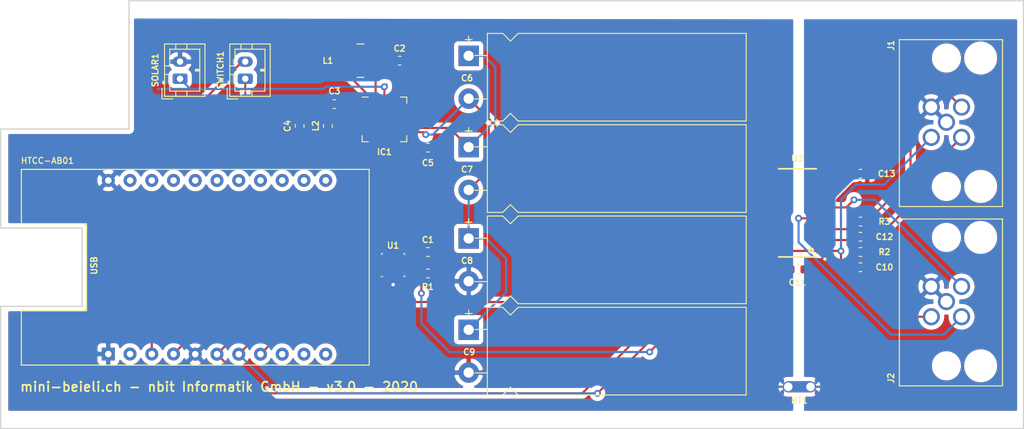
<source format=kicad_pcb>
(kicad_pcb (version 20171130) (host pcbnew 5.1.6-1.fc32)

  (general
    (thickness 1.6)
    (drawings 11)
    (tracks 190)
    (zones 0)
    (modules 27)
    (nets 26)
  )

  (page A4)
  (layers
    (0 F.Cu signal hide)
    (31 B.Cu signal hide)
    (32 B.Adhes user hide)
    (33 F.Adhes user hide)
    (34 B.Paste user hide)
    (35 F.Paste user hide)
    (36 B.SilkS user hide)
    (37 F.SilkS user)
    (38 B.Mask user hide)
    (39 F.Mask user hide)
    (40 Dwgs.User user hide)
    (41 Cmts.User user hide)
    (42 Eco1.User user hide)
    (43 Eco2.User user hide)
    (44 Edge.Cuts user)
    (45 Margin user hide)
    (46 B.CrtYd user hide)
    (47 F.CrtYd user hide)
    (48 B.Fab user hide)
    (49 F.Fab user hide)
  )

  (setup
    (last_trace_width 0.25)
    (trace_clearance 0.2)
    (zone_clearance 0.508)
    (zone_45_only no)
    (trace_min 0.2)
    (via_size 0.8)
    (via_drill 0.4)
    (via_min_size 0.4)
    (via_min_drill 0.3)
    (uvia_size 0.3)
    (uvia_drill 0.1)
    (uvias_allowed no)
    (uvia_min_size 0.2)
    (uvia_min_drill 0.1)
    (edge_width 0.05)
    (segment_width 0.2)
    (pcb_text_width 0.3)
    (pcb_text_size 1.5 1.5)
    (mod_edge_width 0.12)
    (mod_text_size 1 1)
    (mod_text_width 0.15)
    (pad_size 1.524 1.524)
    (pad_drill 0.762)
    (pad_to_mask_clearance 0.05)
    (aux_axis_origin 40 82.355)
    (grid_origin 40 82.355)
    (visible_elements FFFFFF7F)
    (pcbplotparams
      (layerselection 0x010fc_ffffffff)
      (usegerberextensions true)
      (usegerberattributes false)
      (usegerberadvancedattributes false)
      (creategerberjobfile false)
      (excludeedgelayer true)
      (linewidth 0.150000)
      (plotframeref false)
      (viasonmask false)
      (mode 1)
      (useauxorigin false)
      (hpglpennumber 1)
      (hpglpenspeed 20)
      (hpglpendiameter 15.000000)
      (psnegative false)
      (psa4output false)
      (plotreference true)
      (plotvalue true)
      (plotinvisibletext false)
      (padsonsilk false)
      (subtractmaskfromsilk false)
      (outputformat 1)
      (mirror false)
      (drillshape 0)
      (scaleselection 1)
      (outputdirectory "../pcbway-3.0/gerber-2nd/"))
  )

  (net 0 "")
  (net 1 GND)
  (net 2 /BUFSRC)
  (net 3 /BOOST)
  (net 4 /BUCK)
  (net 5 /3.3V)
  (net 6 /VSUPERCAP)
  (net 7 /AGND)
  (net 8 VS)
  (net 9 /A_GREEN)
  (net 10 /A_WHITE)
  (net 11 /B_GREEN)
  (net 12 /B_WHITE)
  (net 13 /SDA)
  (net 14 /SCL)
  (net 15 /SWBOOST)
  (net 16 /SWBUCK)
  (net 17 /VEXT)
  (net 18 /GPIO0)
  (net 19 /VIN)
  (net 20 /AB_RED)
  (net 21 "Net-(R1-Pad2)")
  (net 22 "Net-(C6-Pad2)")
  (net 23 "Net-(C12-Pad2)")
  (net 24 "Net-(C12-Pad1)")
  (net 25 "Net-(C13-Pad1)")

  (net_class Default "This is the default net class."
    (clearance 0.2)
    (trace_width 0.25)
    (via_dia 0.8)
    (via_drill 0.4)
    (uvia_dia 0.3)
    (uvia_drill 0.1)
    (add_net /3.3V)
    (add_net /AB_RED)
    (add_net /AGND)
    (add_net /A_GREEN)
    (add_net /A_WHITE)
    (add_net /BOOST)
    (add_net /BUCK)
    (add_net /BUFSRC)
    (add_net /B_GREEN)
    (add_net /B_WHITE)
    (add_net /GPIO0)
    (add_net /SCL)
    (add_net /SDA)
    (add_net /SWBOOST)
    (add_net /SWBUCK)
    (add_net /VEXT)
    (add_net /VIN)
    (add_net /VSUPERCAP)
    (add_net GND)
    (add_net "Net-(C12-Pad1)")
    (add_net "Net-(C12-Pad2)")
    (add_net "Net-(C13-Pad1)")
    (add_net "Net-(C6-Pad2)")
    (add_net "Net-(R1-Pad2)")
    (add_net VS)
  )

  (module SUPERCAP:HTCC-AB01 (layer F.Cu) (tedit 5F5271B4) (tstamp 5F52A954)
    (at 62.738 63.5 90)
    (descr HTCC-AB01)
    (tags HTCC-AB01)
    (path /5F6D2856)
    (attr virtual)
    (fp_text reference HTCC-AB01 (at 12.446 -17.272) (layer F.SilkS)
      (effects (font (size 0.7 0.7) (thickness 0.127)))
    )
    (fp_text value HTCC-AB01 (at 0 22.86 90) (layer F.SilkS) hide
      (effects (font (size 0.6096 0.6096) (thickness 0.127)))
    )
    (fp_line (start 5.08 -12.7) (end -5.08 -12.7) (layer Dwgs.User) (width 0.127))
    (fp_line (start 5.08 -20.32) (end 5.08 -12.7) (layer Dwgs.User) (width 0.127))
    (fp_line (start -5.08 -20.32) (end -11.43 -20.32) (layer Dwgs.User) (width 0.127))
    (fp_line (start 11.43 20.32) (end 11.43 -20.32) (layer Dwgs.User) (width 0.127))
    (fp_line (start -11.43 20.32) (end 11.43 20.32) (layer Dwgs.User) (width 0.127))
    (fp_line (start -11.43 -20.32) (end -11.43 20.32) (layer Dwgs.User) (width 0.127))
    (fp_line (start -5.08 -12.7) (end -5.08 -20.32) (layer Dwgs.User) (width 0.127))
    (fp_line (start -11.43 20.32) (end 11.43 20.32) (layer F.SilkS) (width 0.127))
    (fp_line (start 11.43 20.32) (end 11.43 -20.32) (layer F.SilkS) (width 0.127))
    (fp_line (start -5.08 -20.32) (end -11.43 -20.32) (layer F.SilkS) (width 0.127))
    (fp_line (start 5.08 -20.32) (end 5.08 -12.7) (layer F.SilkS) (width 0.127))
    (fp_line (start 5.08 -12.7) (end -5.08 -12.7) (layer F.SilkS) (width 0.127))
    (fp_line (start -11.43 -20.32) (end -11.43 20.32) (layer F.SilkS) (width 0.127))
    (fp_line (start -5.08 -12.7) (end -5.08 -20.32) (layer F.SilkS) (width 0.127))
    (fp_line (start 11.43 -20.32) (end 5.08 -20.32) (layer Dwgs.User) (width 0.127))
    (fp_line (start 11.43 -20.32) (end 5.08 -20.32) (layer Dwgs.User) (width 0.127))
    (fp_line (start 11.43 -20.32) (end 5.08 -20.32) (layer F.SilkS) (width 0.127))
    (fp_text user USB (at 0.195 -11.816 90) (layer F.SilkS)
      (effects (font (size 0.7 0.7) (thickness 0.1524)))
    )
    (pad 12 thru_hole circle (at 10.14 15.24 90) (size 1.524 1.524) (drill 0.762) (layers *.Cu *.Mask))
    (pad 13 thru_hole circle (at 10.14 12.7 90) (size 1.524 1.524) (drill 0.762) (layers *.Cu *.Mask))
    (pad 14 thru_hole circle (at 10.14 10.16 90) (size 1.524 1.524) (drill 0.762) (layers *.Cu *.Mask))
    (pad 15 thru_hole circle (at 10.14 7.62 90) (size 1.524 1.524) (drill 0.762) (layers *.Cu *.Mask))
    (pad 16 thru_hole circle (at 10.14 5.08 90) (size 1.524 1.524) (drill 0.762) (layers *.Cu *.Mask))
    (pad 17 thru_hole circle (at 10.14 2.54 90) (size 1.524 1.524) (drill 0.762) (layers *.Cu *.Mask))
    (pad 18 thru_hole circle (at 10.14 0 90) (size 1.524 1.524) (drill 0.762) (layers *.Cu *.Mask))
    (pad 19 thru_hole circle (at 10.14 -2.54 90) (size 1.524 1.524) (drill 0.762) (layers *.Cu *.Mask))
    (pad 20 thru_hole circle (at 10.14 -5.08 90) (size 1.524 1.524) (drill 0.762) (layers *.Cu *.Mask))
    (pad 21 thru_hole circle (at 10.14 -7.62 90) (size 1.524 1.524) (drill 0.762) (layers *.Cu *.Mask))
    (pad 22 thru_hole circle (at 10.14 -10.16 90) (size 1.524 1.524) (drill 0.762) (layers *.Cu *.Mask)
      (net 1 GND))
    (pad 11 thru_hole circle (at -10.16 15.24 90) (size 1.524 1.524) (drill 0.762) (layers *.Cu *.Mask))
    (pad 10 thru_hole circle (at -10.16 12.7 90) (size 1.524 1.524) (drill 0.762) (layers *.Cu *.Mask))
    (pad 9 thru_hole circle (at -10.16 10.16 90) (size 1.524 1.524) (drill 0.762) (layers *.Cu *.Mask))
    (pad 8 thru_hole circle (at -10.16 7.62 90) (size 1.524 1.524) (drill 0.762) (layers *.Cu *.Mask)
      (net 18 /GPIO0))
    (pad 7 thru_hole circle (at -10.16 5.08 90) (size 1.524 1.524) (drill 0.762) (layers *.Cu *.Mask)
      (net 13 /SDA))
    (pad 6 thru_hole circle (at -10.16 2.54 90) (size 1.524 1.524) (drill 0.762) (layers *.Cu *.Mask)
      (net 14 /SCL))
    (pad 5 thru_hole circle (at -10.16 0 90) (size 1.524 1.524) (drill 0.762) (layers *.Cu *.Mask)
      (net 1 GND))
    (pad 4 thru_hole circle (at -10.14 -2.54 90) (size 1.524 1.524) (drill 0.762) (layers *.Cu *.Mask)
      (net 17 /VEXT))
    (pad 3 thru_hole circle (at -10.14 -5.08 90) (size 1.524 1.524) (drill 0.762) (layers *.Cu *.Mask)
      (net 19 /VIN))
    (pad 2 thru_hole circle (at -10.14 -7.62 90) (size 1.524 1.524) (drill 0.762) (layers *.Cu *.Mask))
    (pad 1 thru_hole rect (at -10.14 -10.16 90) (size 1.524 1.524) (drill 0.762) (layers *.Cu *.Mask)
      (net 1 GND))
  )

  (module T4145015051-001:T4145015051-001 (layer F.Cu) (tedit 0) (tstamp 5F40EB68)
    (at 150.495 67.515 90)
    (path /602AD758)
    (fp_text reference J2 (at -8.939 -6.477 90) (layer F.SilkS)
      (effects (font (size 0.7 0.7) (thickness 0.15)))
    )
    (fp_text value T4145015051-001 (at -7.38206 7.25284 90) (layer F.SilkS) hide
      (effects (font (size 0.788591 0.788591) (thickness 0.05)))
    )
    (fp_line (start 9.65 -5.5) (end 9.65 6.55) (layer F.SilkS) (width 0.127))
    (fp_line (start -9.85 -5.5) (end 9.65 -5.5) (layer F.SilkS) (width 0.127))
    (fp_line (start -9.85 6.55) (end -9.85 -5.5) (layer F.SilkS) (width 0.127))
    (fp_line (start 9.65 6.55) (end -9.85 6.55) (layer F.SilkS) (width 0.127))
    (pad Hole np_thru_hole circle (at -7.5 4 90) (size 2.85 2.85) (drill 2.85) (layers *.Cu *.Mask F.SilkS))
    (pad Hole np_thru_hole circle (at -7.5 0 90) (size 2.4 2.4) (drill 2.4) (layers *.Cu *.Mask F.SilkS))
    (pad Hole np_thru_hole circle (at 7.5 4 90) (size 2.85 2.85) (drill 2.85) (layers *.Cu *.Mask F.SilkS))
    (pad Hole np_thru_hole circle (at 7.5 0 90) (size 2.4 2.4) (drill 2.4) (layers *.Cu *.Mask F.SilkS))
    (pad P$5 thru_hole circle (at 0 0 90) (size 2 2) (drill 1.4) (layers *.Cu *.Mask)
      (net 7 /AGND))
    (pad P$4 thru_hole circle (at 1.77 1.77 90) (size 2 2) (drill 1.4) (layers *.Cu *.Mask)
      (net 11 /B_GREEN))
    (pad P$3 thru_hole circle (at -1.77 1.77 90) (size 2 2) (drill 1.4) (layers *.Cu *.Mask)
      (net 12 /B_WHITE))
    (pad P$2 thru_hole circle (at 1.77 -1.77 90) (size 2 2) (drill 1.4) (layers *.Cu *.Mask)
      (net 7 /AGND))
    (pad P$1 thru_hole circle (at -1.77 -1.77 90) (size 2 2) (drill 1.4) (layers *.Cu *.Mask)
      (net 20 /AB_RED))
  )

  (module Package_LGA:Bosch_LGA-8_2.5x2.5mm_P0.65mm_ClockwisePinNumbering (layer F.Cu) (tedit 5A0FA816) (tstamp 5F4FFBE0)
    (at 85.852 63.246 90)
    (descr LGA-8)
    (tags "lga land grid array")
    (path /5F40DD10)
    (attr smd)
    (fp_text reference U1 (at 2.286 0) (layer F.SilkS)
      (effects (font (size 0.7 0.7) (thickness 0.15)))
    )
    (fp_text value BME280 (at 0.015 2.535 90) (layer F.Fab)
      (effects (font (size 1 1) (thickness 0.15)))
    )
    (fp_line (start -1.35 1.36) (end -1.2 1.36) (layer F.SilkS) (width 0.1))
    (fp_line (start -1.25 -0.5) (end -0.5 -1.25) (layer F.Fab) (width 0.1))
    (fp_line (start -1.35 1.35) (end -1.35 1.2) (layer F.SilkS) (width 0.1))
    (fp_line (start 1.35 1.35) (end 1.35 1.2) (layer F.SilkS) (width 0.1))
    (fp_line (start 1.35 1.35) (end 1.2 1.35) (layer F.SilkS) (width 0.1))
    (fp_line (start 1.2 -1.35) (end 1.35 -1.35) (layer F.SilkS) (width 0.1))
    (fp_line (start 1.35 -1.35) (end 1.35 -1.2) (layer F.SilkS) (width 0.1))
    (fp_line (start -1.35 -1.2) (end -1.35 -1.45) (layer F.SilkS) (width 0.1))
    (fp_line (start -1.25 1.25) (end -1.25 -0.5) (layer F.Fab) (width 0.1))
    (fp_line (start -0.5 -1.25) (end 1.25 -1.25) (layer F.Fab) (width 0.1))
    (fp_line (start 1.25 -1.25) (end 1.25 1.25) (layer F.Fab) (width 0.1))
    (fp_line (start 1.25 1.25) (end -1.25 1.25) (layer F.Fab) (width 0.1))
    (fp_line (start -1.41 1.54) (end -1.41 -1.54) (layer F.CrtYd) (width 0.05))
    (fp_line (start -1.41 -1.54) (end 1.41 -1.54) (layer F.CrtYd) (width 0.05))
    (fp_line (start 1.41 -1.54) (end 1.41 1.54) (layer F.CrtYd) (width 0.05))
    (fp_line (start 1.41 1.54) (end -1.41 1.54) (layer F.CrtYd) (width 0.05))
    (fp_text user %R (at 0 0 270) (layer F.Fab)
      (effects (font (size 0.5 0.5) (thickness 0.075)))
    )
    (pad 5 smd rect (at 0.975 1.025 180) (size 0.5 0.35) (layers F.Cu F.Paste F.Mask)
      (net 21 "Net-(R1-Pad2)"))
    (pad 6 smd rect (at 0.325 1.025 180) (size 0.5 0.35) (layers F.Cu F.Paste F.Mask)
      (net 17 /VEXT))
    (pad 7 smd rect (at -0.325 1.025 180) (size 0.5 0.35) (layers F.Cu F.Paste F.Mask)
      (net 1 GND))
    (pad 8 smd rect (at -0.975 1.025 180) (size 0.5 0.35) (layers F.Cu F.Paste F.Mask)
      (net 17 /VEXT))
    (pad 1 smd rect (at -0.975 -1.025 180) (size 0.5 0.35) (layers F.Cu F.Paste F.Mask)
      (net 1 GND))
    (pad 2 smd rect (at -0.325 -1.025 180) (size 0.5 0.35) (layers F.Cu F.Paste F.Mask)
      (net 17 /VEXT))
    (pad 3 smd rect (at 0.325 -1.025 180) (size 0.5 0.35) (layers F.Cu F.Paste F.Mask)
      (net 13 /SDA))
    (pad 4 smd rect (at 0.975 -1.025 180) (size 0.5 0.35) (layers F.Cu F.Paste F.Mask)
      (net 14 /SCL))
    (model ${KISYS3DMOD}/Package_LGA.3dshapes/Bosch_LGA-8_2.5x2.5mm_P0.65mm_ClockwisePinNumbering.wrl
      (offset (xyz 0.01500000025472259 -0.03500000059435272 0))
      (scale (xyz 1 1 1))
      (rotate (xyz 0 0 0))
    )
  )

  (module Resistor_SMD:R_0603_1608Metric (layer F.Cu) (tedit 5B301BBD) (tstamp 5F4FFADF)
    (at 89.916 64.232)
    (descr "Resistor SMD 0603 (1608 Metric), square (rectangular) end terminal, IPC_7351 nominal, (Body size source: http://www.tortai-tech.com/upload/download/2011102023233369053.pdf), generated with kicad-footprint-generator")
    (tags resistor)
    (path /5F6AF340)
    (attr smd)
    (fp_text reference R1 (at 0 1.554) (layer F.SilkS)
      (effects (font (size 0.7 0.7) (thickness 0.15)))
    )
    (fp_text value 10k (at 0 1.43) (layer F.Fab)
      (effects (font (size 1 1) (thickness 0.15)))
    )
    (fp_line (start -0.8 0.4) (end -0.8 -0.4) (layer F.Fab) (width 0.1))
    (fp_line (start -0.8 -0.4) (end 0.8 -0.4) (layer F.Fab) (width 0.1))
    (fp_line (start 0.8 -0.4) (end 0.8 0.4) (layer F.Fab) (width 0.1))
    (fp_line (start 0.8 0.4) (end -0.8 0.4) (layer F.Fab) (width 0.1))
    (fp_line (start -0.162779 -0.51) (end 0.162779 -0.51) (layer F.SilkS) (width 0.12))
    (fp_line (start -0.162779 0.51) (end 0.162779 0.51) (layer F.SilkS) (width 0.12))
    (fp_line (start -1.48 0.73) (end -1.48 -0.73) (layer F.CrtYd) (width 0.05))
    (fp_line (start -1.48 -0.73) (end 1.48 -0.73) (layer F.CrtYd) (width 0.05))
    (fp_line (start 1.48 -0.73) (end 1.48 0.73) (layer F.CrtYd) (width 0.05))
    (fp_line (start 1.48 0.73) (end -1.48 0.73) (layer F.CrtYd) (width 0.05))
    (fp_text user %R (at 0 0) (layer F.Fab)
      (effects (font (size 0.4 0.4) (thickness 0.06)))
    )
    (pad 2 smd roundrect (at 0.7875 0) (size 0.875 0.95) (layers F.Cu F.Paste F.Mask) (roundrect_rratio 0.25)
      (net 21 "Net-(R1-Pad2)"))
    (pad 1 smd roundrect (at -0.7875 0) (size 0.875 0.95) (layers F.Cu F.Paste F.Mask) (roundrect_rratio 0.25)
      (net 17 /VEXT))
    (model ${KISYS3DMOD}/Resistor_SMD.3dshapes/R_0603_1608Metric.wrl
      (at (xyz 0 0 0))
      (scale (xyz 1 1 1))
      (rotate (xyz 0 0 0))
    )
  )

  (module Capacitor_SMD:C_0603_1608Metric (layer F.Cu) (tedit 5B301BBE) (tstamp 5F4FF782)
    (at 89.916 61.722)
    (descr "Capacitor SMD 0603 (1608 Metric), square (rectangular) end terminal, IPC_7351 nominal, (Body size source: http://www.tortai-tech.com/upload/download/2011102023233369053.pdf), generated with kicad-footprint-generator")
    (tags capacitor)
    (path /5FD34EBD)
    (attr smd)
    (fp_text reference C1 (at 0 -1.43) (layer F.SilkS)
      (effects (font (size 0.7 0.7) (thickness 0.15)))
    )
    (fp_text value 0.1uF (at 0 1.43) (layer F.Fab)
      (effects (font (size 1 1) (thickness 0.15)))
    )
    (fp_line (start -0.8 0.4) (end -0.8 -0.4) (layer F.Fab) (width 0.1))
    (fp_line (start -0.8 -0.4) (end 0.8 -0.4) (layer F.Fab) (width 0.1))
    (fp_line (start 0.8 -0.4) (end 0.8 0.4) (layer F.Fab) (width 0.1))
    (fp_line (start 0.8 0.4) (end -0.8 0.4) (layer F.Fab) (width 0.1))
    (fp_line (start -0.162779 -0.51) (end 0.162779 -0.51) (layer F.SilkS) (width 0.12))
    (fp_line (start -0.162779 0.51) (end 0.162779 0.51) (layer F.SilkS) (width 0.12))
    (fp_line (start -1.48 0.73) (end -1.48 -0.73) (layer F.CrtYd) (width 0.05))
    (fp_line (start -1.48 -0.73) (end 1.48 -0.73) (layer F.CrtYd) (width 0.05))
    (fp_line (start 1.48 -0.73) (end 1.48 0.73) (layer F.CrtYd) (width 0.05))
    (fp_line (start 1.48 0.73) (end -1.48 0.73) (layer F.CrtYd) (width 0.05))
    (fp_text user %R (at 0 0) (layer F.Fab)
      (effects (font (size 0.4 0.4) (thickness 0.06)))
    )
    (pad 2 smd roundrect (at 0.7875 0) (size 0.875 0.95) (layers F.Cu F.Paste F.Mask) (roundrect_rratio 0.25)
      (net 1 GND))
    (pad 1 smd roundrect (at -0.7875 0) (size 0.875 0.95) (layers F.Cu F.Paste F.Mask) (roundrect_rratio 0.25)
      (net 17 /VEXT))
    (model ${KISYS3DMOD}/Capacitor_SMD.3dshapes/C_0603_1608Metric.wrl
      (at (xyz 0 0 0))
      (scale (xyz 1 1 1))
      (rotate (xyz 0 0 0))
    )
  )

  (module SUPERCAP:SCCS30B106PRB (layer F.Cu) (tedit 5F4E6AC5) (tstamp 5F4AB601)
    (at 93.98 73.306)
    (descr "CP, Axial series, Axial, Horizontal, pin pitch=26mm, , length*diameter=20*10mm^2, Electrolytic Capacitor, , http://www.kemet.com/Lists/ProductCatalog/Attachments/424/KEM_AC102.pdf")
    (tags "CP Axial series Axial Horizontal pin pitch 26mm  length 20mm diameter 10mm Electrolytic Capacitor")
    (path /5F7499C2)
    (fp_text reference C9 (at 0.762 0.1) (layer F.SilkS)
      (effects (font (size 0.7 0.7) (thickness 0.15)))
    )
    (fp_text value 10F (at 13 6.12) (layer F.Fab)
      (effects (font (size 1 1) (thickness 0.15)))
    )
    (fp_line (start 3 -5) (end 3 5) (layer F.Fab) (width 0.1))
    (fp_line (start 33 -5) (end 33 5) (layer F.Fab) (width 0.1))
    (fp_line (start 3 -5) (end 4.68 -5) (layer F.Fab) (width 0.1))
    (fp_line (start 4.68 -5) (end 5.58 -4.1) (layer F.Fab) (width 0.1))
    (fp_line (start 5.58 -4.1) (end 6.48 -5) (layer F.Fab) (width 0.1))
    (fp_line (start 6.48 -5) (end 33 -5) (layer F.Fab) (width 0.1))
    (fp_line (start 3 5) (end 4.68 5) (layer F.Fab) (width 0.1))
    (fp_line (start 4.68 5) (end 5.58 4.1) (layer F.Fab) (width 0.1))
    (fp_line (start 5.58 4.1) (end 6.48 5) (layer F.Fab) (width 0.1))
    (fp_line (start 6.48 5) (end 33 5) (layer F.Fab) (width 0.1))
    (fp_line (start 0.7 -2.54) (end 3 -2.54) (layer F.Fab) (width 0.1))
    (fp_line (start 0.7 2.54) (end 3 2.54) (layer F.Fab) (width 0.1))
    (fp_line (start 4.7 -2.54) (end 6.5 -2.54) (layer F.Fab) (width 0.1))
    (fp_line (start 5.6 -3.44) (end 5.6 -1.64) (layer F.Fab) (width 0.1))
    (fp_line (start 0.3 -4.4) (end 1.1 -4.4) (layer F.SilkS) (width 0.12))
    (fp_line (start 0.7 -4.8) (end 0.7 -4) (layer F.SilkS) (width 0.12))
    (fp_line (start 2.88 -5.12) (end 2.88 5.12) (layer F.SilkS) (width 0.12))
    (fp_line (start 33.12 -5.12) (end 33.12 5.12) (layer F.SilkS) (width 0.12))
    (fp_line (start 2.88 -5.12) (end 4.68 -5.12) (layer F.SilkS) (width 0.12))
    (fp_line (start 4.68 -5.12) (end 5.58 -4.22) (layer F.SilkS) (width 0.12))
    (fp_line (start 5.58 -4.22) (end 6.48 -5.12) (layer F.SilkS) (width 0.12))
    (fp_line (start 6.48 -5.12) (end 33.12 -5.12) (layer F.SilkS) (width 0.12))
    (fp_line (start 2.88 5.12) (end 4.68 5.12) (layer F.SilkS) (width 0.12))
    (fp_line (start 4.68 5.12) (end 5.58 4.22) (layer F.SilkS) (width 0.12))
    (fp_line (start 5.58 4.22) (end 6.48 5.12) (layer F.SilkS) (width 0.12))
    (fp_line (start 6.48 5.12) (end 33.12 5.12) (layer F.SilkS) (width 0.12))
    (fp_line (start 1.44 -2.54) (end 2.88 -2.54) (layer F.SilkS) (width 0.12))
    (fp_line (start 1.42 2.54) (end 2.86 2.54) (layer F.SilkS) (width 0.12))
    (fp_line (start -1.45 -5.25) (end -1.45 5.25) (layer F.CrtYd) (width 0.05))
    (fp_line (start -1.45 5.25) (end 33.15 5.25) (layer F.CrtYd) (width 0.05))
    (fp_line (start 33.15 5.25) (end 33.15 -5.25) (layer F.CrtYd) (width 0.05))
    (fp_line (start 33.15 -5.25) (end -1.45 -5.25) (layer F.CrtYd) (width 0.05))
    (fp_text user %R (at 13 0) (layer F.Fab)
      (effects (font (size 1 1) (thickness 0.15)))
    )
    (pad 1 thru_hole rect (at 0.7 -2.5) (size 2.4 2.4) (drill 1.2) (layers *.Cu *.Mask)
      (net 22 "Net-(C6-Pad2)"))
    (pad 2 thru_hole oval (at 0.7 2.5) (size 2.4 2.4) (drill 1.2) (layers *.Cu *.Mask)
      (net 1 GND))
    (model ${KISYS3DMOD}/Capacitor_THT.3dshapes/CP_Axial_L20.0mm_D10.0mm_P26.00mm_Horizontal.wrl
      (at (xyz 0 0 0))
      (scale (xyz 1 1 1))
      (rotate (xyz 0 0 0))
    )
  )

  (module SUPERCAP:SCCS30B106PRB (layer F.Cu) (tedit 5F4E6AC5) (tstamp 5F40EA05)
    (at 93.98 62.638)
    (descr "CP, Axial series, Axial, Horizontal, pin pitch=26mm, , length*diameter=20*10mm^2, Electrolytic Capacitor, , http://www.kemet.com/Lists/ProductCatalog/Attachments/424/KEM_AC102.pdf")
    (tags "CP Axial series Axial Horizontal pin pitch 26mm  length 20mm diameter 10mm Electrolytic Capacitor")
    (path /5F3BC1ED)
    (fp_text reference C8 (at 0.508 0.1) (layer F.SilkS)
      (effects (font (size 0.7 0.7) (thickness 0.15)))
    )
    (fp_text value 10F (at 13 6.12) (layer F.Fab)
      (effects (font (size 1 1) (thickness 0.15)))
    )
    (fp_line (start 3 -5) (end 3 5) (layer F.Fab) (width 0.1))
    (fp_line (start 33 -5) (end 33 5) (layer F.Fab) (width 0.1))
    (fp_line (start 3 -5) (end 4.68 -5) (layer F.Fab) (width 0.1))
    (fp_line (start 4.68 -5) (end 5.58 -4.1) (layer F.Fab) (width 0.1))
    (fp_line (start 5.58 -4.1) (end 6.48 -5) (layer F.Fab) (width 0.1))
    (fp_line (start 6.48 -5) (end 33 -5) (layer F.Fab) (width 0.1))
    (fp_line (start 3 5) (end 4.68 5) (layer F.Fab) (width 0.1))
    (fp_line (start 4.68 5) (end 5.58 4.1) (layer F.Fab) (width 0.1))
    (fp_line (start 5.58 4.1) (end 6.48 5) (layer F.Fab) (width 0.1))
    (fp_line (start 6.48 5) (end 33 5) (layer F.Fab) (width 0.1))
    (fp_line (start 0.7 -2.54) (end 3 -2.54) (layer F.Fab) (width 0.1))
    (fp_line (start 0.7 2.54) (end 3 2.54) (layer F.Fab) (width 0.1))
    (fp_line (start 4.7 -2.54) (end 6.5 -2.54) (layer F.Fab) (width 0.1))
    (fp_line (start 5.6 -3.44) (end 5.6 -1.64) (layer F.Fab) (width 0.1))
    (fp_line (start 0.3 -4.4) (end 1.1 -4.4) (layer F.SilkS) (width 0.12))
    (fp_line (start 0.7 -4.8) (end 0.7 -4) (layer F.SilkS) (width 0.12))
    (fp_line (start 2.88 -5.12) (end 2.88 5.12) (layer F.SilkS) (width 0.12))
    (fp_line (start 33.12 -5.12) (end 33.12 5.12) (layer F.SilkS) (width 0.12))
    (fp_line (start 2.88 -5.12) (end 4.68 -5.12) (layer F.SilkS) (width 0.12))
    (fp_line (start 4.68 -5.12) (end 5.58 -4.22) (layer F.SilkS) (width 0.12))
    (fp_line (start 5.58 -4.22) (end 6.48 -5.12) (layer F.SilkS) (width 0.12))
    (fp_line (start 6.48 -5.12) (end 33.12 -5.12) (layer F.SilkS) (width 0.12))
    (fp_line (start 2.88 5.12) (end 4.68 5.12) (layer F.SilkS) (width 0.12))
    (fp_line (start 4.68 5.12) (end 5.58 4.22) (layer F.SilkS) (width 0.12))
    (fp_line (start 5.58 4.22) (end 6.48 5.12) (layer F.SilkS) (width 0.12))
    (fp_line (start 6.48 5.12) (end 33.12 5.12) (layer F.SilkS) (width 0.12))
    (fp_line (start 1.44 -2.54) (end 2.88 -2.54) (layer F.SilkS) (width 0.12))
    (fp_line (start 1.42 2.54) (end 2.86 2.54) (layer F.SilkS) (width 0.12))
    (fp_line (start -1.45 -5.25) (end -1.45 5.25) (layer F.CrtYd) (width 0.05))
    (fp_line (start -1.45 5.25) (end 33.15 5.25) (layer F.CrtYd) (width 0.05))
    (fp_line (start 33.15 5.25) (end 33.15 -5.25) (layer F.CrtYd) (width 0.05))
    (fp_line (start 33.15 -5.25) (end -1.45 -5.25) (layer F.CrtYd) (width 0.05))
    (fp_text user %R (at 13 0) (layer F.Fab)
      (effects (font (size 1 1) (thickness 0.15)))
    )
    (pad 1 thru_hole rect (at 0.7 -2.5) (size 2.4 2.4) (drill 1.2) (layers *.Cu *.Mask)
      (net 22 "Net-(C6-Pad2)"))
    (pad 2 thru_hole oval (at 0.7 2.5) (size 2.4 2.4) (drill 1.2) (layers *.Cu *.Mask)
      (net 1 GND))
    (model ${KISYS3DMOD}/Capacitor_THT.3dshapes/CP_Axial_L20.0mm_D10.0mm_P26.00mm_Horizontal.wrl
      (at (xyz 0 0 0))
      (scale (xyz 1 1 1))
      (rotate (xyz 0 0 0))
    )
  )

  (module SUPERCAP:SCCS30B106PRB (layer F.Cu) (tedit 5F4E6AC5) (tstamp 5F4AB5B4)
    (at 93.98 51.97)
    (descr "CP, Axial series, Axial, Horizontal, pin pitch=26mm, , length*diameter=20*10mm^2, Electrolytic Capacitor, , http://www.kemet.com/Lists/ProductCatalog/Attachments/424/KEM_AC102.pdf")
    (tags "CP Axial series Axial Horizontal pin pitch 26mm  length 20mm diameter 10mm Electrolytic Capacitor")
    (path /5F72EE3C)
    (fp_text reference C7 (at 0.508 0.1) (layer F.SilkS)
      (effects (font (size 0.7 0.7) (thickness 0.15)))
    )
    (fp_text value 10F (at 13 6.12) (layer F.Fab)
      (effects (font (size 1 1) (thickness 0.15)))
    )
    (fp_line (start 3 -5) (end 3 5) (layer F.Fab) (width 0.1))
    (fp_line (start 33 -5) (end 33 5) (layer F.Fab) (width 0.1))
    (fp_line (start 3 -5) (end 4.68 -5) (layer F.Fab) (width 0.1))
    (fp_line (start 4.68 -5) (end 5.58 -4.1) (layer F.Fab) (width 0.1))
    (fp_line (start 5.58 -4.1) (end 6.48 -5) (layer F.Fab) (width 0.1))
    (fp_line (start 6.48 -5) (end 33 -5) (layer F.Fab) (width 0.1))
    (fp_line (start 3 5) (end 4.68 5) (layer F.Fab) (width 0.1))
    (fp_line (start 4.68 5) (end 5.58 4.1) (layer F.Fab) (width 0.1))
    (fp_line (start 5.58 4.1) (end 6.48 5) (layer F.Fab) (width 0.1))
    (fp_line (start 6.48 5) (end 33 5) (layer F.Fab) (width 0.1))
    (fp_line (start 0.7 -2.54) (end 3 -2.54) (layer F.Fab) (width 0.1))
    (fp_line (start 0.7 2.54) (end 3 2.54) (layer F.Fab) (width 0.1))
    (fp_line (start 4.7 -2.54) (end 6.5 -2.54) (layer F.Fab) (width 0.1))
    (fp_line (start 5.6 -3.44) (end 5.6 -1.64) (layer F.Fab) (width 0.1))
    (fp_line (start 0.3 -4.4) (end 1.1 -4.4) (layer F.SilkS) (width 0.12))
    (fp_line (start 0.7 -4.8) (end 0.7 -4) (layer F.SilkS) (width 0.12))
    (fp_line (start 2.88 -5.12) (end 2.88 5.12) (layer F.SilkS) (width 0.12))
    (fp_line (start 33.12 -5.12) (end 33.12 5.12) (layer F.SilkS) (width 0.12))
    (fp_line (start 2.88 -5.12) (end 4.68 -5.12) (layer F.SilkS) (width 0.12))
    (fp_line (start 4.68 -5.12) (end 5.58 -4.22) (layer F.SilkS) (width 0.12))
    (fp_line (start 5.58 -4.22) (end 6.48 -5.12) (layer F.SilkS) (width 0.12))
    (fp_line (start 6.48 -5.12) (end 33.12 -5.12) (layer F.SilkS) (width 0.12))
    (fp_line (start 2.88 5.12) (end 4.68 5.12) (layer F.SilkS) (width 0.12))
    (fp_line (start 4.68 5.12) (end 5.58 4.22) (layer F.SilkS) (width 0.12))
    (fp_line (start 5.58 4.22) (end 6.48 5.12) (layer F.SilkS) (width 0.12))
    (fp_line (start 6.48 5.12) (end 33.12 5.12) (layer F.SilkS) (width 0.12))
    (fp_line (start 1.44 -2.54) (end 2.88 -2.54) (layer F.SilkS) (width 0.12))
    (fp_line (start 1.42 2.54) (end 2.86 2.54) (layer F.SilkS) (width 0.12))
    (fp_line (start -1.45 -5.25) (end -1.45 5.25) (layer F.CrtYd) (width 0.05))
    (fp_line (start -1.45 5.25) (end 33.15 5.25) (layer F.CrtYd) (width 0.05))
    (fp_line (start 33.15 5.25) (end 33.15 -5.25) (layer F.CrtYd) (width 0.05))
    (fp_line (start 33.15 -5.25) (end -1.45 -5.25) (layer F.CrtYd) (width 0.05))
    (fp_text user %R (at 13 0) (layer F.Fab)
      (effects (font (size 1 1) (thickness 0.15)))
    )
    (pad 1 thru_hole rect (at 0.7 -2.5) (size 2.4 2.4) (drill 1.2) (layers *.Cu *.Mask)
      (net 6 /VSUPERCAP))
    (pad 2 thru_hole oval (at 0.7 2.5) (size 2.4 2.4) (drill 1.2) (layers *.Cu *.Mask)
      (net 22 "Net-(C6-Pad2)"))
    (model ${KISYS3DMOD}/Capacitor_THT.3dshapes/CP_Axial_L20.0mm_D10.0mm_P26.00mm_Horizontal.wrl
      (at (xyz 0 0 0))
      (scale (xyz 1 1 1))
      (rotate (xyz 0 0 0))
    )
  )

  (module SUPERCAP:SCCS30B106PRB (layer F.Cu) (tedit 5F4E6AC5) (tstamp 5F40E939)
    (at 93.98 41.302)
    (descr "CP, Axial series, Axial, Horizontal, pin pitch=26mm, , length*diameter=20*10mm^2, Electrolytic Capacitor, , http://www.kemet.com/Lists/ProductCatalog/Attachments/424/KEM_AC102.pdf")
    (tags "CP Axial series Axial Horizontal pin pitch 26mm  length 20mm diameter 10mm Electrolytic Capacitor")
    (path /5F3B43B8)
    (fp_text reference C6 (at 0.508 0.1) (layer F.SilkS)
      (effects (font (size 0.7 0.7) (thickness 0.15)))
    )
    (fp_text value 10F (at 13 6.12) (layer F.Fab)
      (effects (font (size 1 1) (thickness 0.15)))
    )
    (fp_line (start 3 -5) (end 3 5) (layer F.Fab) (width 0.1))
    (fp_line (start 33 -5) (end 33 5) (layer F.Fab) (width 0.1))
    (fp_line (start 3 -5) (end 4.68 -5) (layer F.Fab) (width 0.1))
    (fp_line (start 4.68 -5) (end 5.58 -4.1) (layer F.Fab) (width 0.1))
    (fp_line (start 5.58 -4.1) (end 6.48 -5) (layer F.Fab) (width 0.1))
    (fp_line (start 6.48 -5) (end 33 -5) (layer F.Fab) (width 0.1))
    (fp_line (start 3 5) (end 4.68 5) (layer F.Fab) (width 0.1))
    (fp_line (start 4.68 5) (end 5.58 4.1) (layer F.Fab) (width 0.1))
    (fp_line (start 5.58 4.1) (end 6.48 5) (layer F.Fab) (width 0.1))
    (fp_line (start 6.48 5) (end 33 5) (layer F.Fab) (width 0.1))
    (fp_line (start 0.7 -2.54) (end 3 -2.54) (layer F.Fab) (width 0.1))
    (fp_line (start 0.7 2.54) (end 3 2.54) (layer F.Fab) (width 0.1))
    (fp_line (start 4.7 -2.54) (end 6.5 -2.54) (layer F.Fab) (width 0.1))
    (fp_line (start 5.6 -3.44) (end 5.6 -1.64) (layer F.Fab) (width 0.1))
    (fp_line (start 0.3 -4.4) (end 1.1 -4.4) (layer F.SilkS) (width 0.12))
    (fp_line (start 0.7 -4.8) (end 0.7 -4) (layer F.SilkS) (width 0.12))
    (fp_line (start 2.88 -5.12) (end 2.88 5.12) (layer F.SilkS) (width 0.12))
    (fp_line (start 33.12 -5.12) (end 33.12 5.12) (layer F.SilkS) (width 0.12))
    (fp_line (start 2.88 -5.12) (end 4.68 -5.12) (layer F.SilkS) (width 0.12))
    (fp_line (start 4.68 -5.12) (end 5.58 -4.22) (layer F.SilkS) (width 0.12))
    (fp_line (start 5.58 -4.22) (end 6.48 -5.12) (layer F.SilkS) (width 0.12))
    (fp_line (start 6.48 -5.12) (end 33.12 -5.12) (layer F.SilkS) (width 0.12))
    (fp_line (start 2.88 5.12) (end 4.68 5.12) (layer F.SilkS) (width 0.12))
    (fp_line (start 4.68 5.12) (end 5.58 4.22) (layer F.SilkS) (width 0.12))
    (fp_line (start 5.58 4.22) (end 6.48 5.12) (layer F.SilkS) (width 0.12))
    (fp_line (start 6.48 5.12) (end 33.12 5.12) (layer F.SilkS) (width 0.12))
    (fp_line (start 1.44 -2.54) (end 2.88 -2.54) (layer F.SilkS) (width 0.12))
    (fp_line (start 1.42 2.54) (end 2.86 2.54) (layer F.SilkS) (width 0.12))
    (fp_line (start -1.45 -5.25) (end -1.45 5.25) (layer F.CrtYd) (width 0.05))
    (fp_line (start -1.45 5.25) (end 33.15 5.25) (layer F.CrtYd) (width 0.05))
    (fp_line (start 33.15 5.25) (end 33.15 -5.25) (layer F.CrtYd) (width 0.05))
    (fp_line (start 33.15 -5.25) (end -1.45 -5.25) (layer F.CrtYd) (width 0.05))
    (fp_text user %R (at 13 0) (layer F.Fab)
      (effects (font (size 1 1) (thickness 0.15)))
    )
    (pad 1 thru_hole rect (at 0.7 -2.5) (size 2.4 2.4) (drill 1.2) (layers *.Cu *.Mask)
      (net 6 /VSUPERCAP))
    (pad 2 thru_hole oval (at 0.7 2.5) (size 2.4 2.4) (drill 1.2) (layers *.Cu *.Mask)
      (net 22 "Net-(C6-Pad2)"))
    (model ${KISYS3DMOD}/Capacitor_THT.3dshapes/CP_Axial_L20.0mm_D10.0mm_P26.00mm_Horizontal.wrl
      (at (xyz 0 0 0))
      (scale (xyz 1 1 1))
      (rotate (xyz 0 0 0))
    )
  )

  (module Inductor_SMD:L_0603_1608Metric (layer F.Cu) (tedit 5B301BBE) (tstamp 5F52B6FE)
    (at 78.232 46.99 90)
    (descr "Inductor SMD 0603 (1608 Metric), square (rectangular) end terminal, IPC_7351 nominal, (Body size source: http://www.tortai-tech.com/upload/download/2011102023233369053.pdf), generated with kicad-footprint-generator")
    (tags inductor)
    (path /CFAC69F3)
    (attr smd)
    (fp_text reference L2 (at 0 -1.43 90) (layer F.SilkS)
      (effects (font (size 0.7 0.7) (thickness 0.15)))
    )
    (fp_text value 10uH (at 0 1.43 90) (layer F.Fab)
      (effects (font (size 1 1) (thickness 0.15)))
    )
    (fp_line (start -0.8 0.4) (end -0.8 -0.4) (layer F.Fab) (width 0.1))
    (fp_line (start -0.8 -0.4) (end 0.8 -0.4) (layer F.Fab) (width 0.1))
    (fp_line (start 0.8 -0.4) (end 0.8 0.4) (layer F.Fab) (width 0.1))
    (fp_line (start 0.8 0.4) (end -0.8 0.4) (layer F.Fab) (width 0.1))
    (fp_line (start -0.162779 -0.51) (end 0.162779 -0.51) (layer F.SilkS) (width 0.12))
    (fp_line (start -0.162779 0.51) (end 0.162779 0.51) (layer F.SilkS) (width 0.12))
    (fp_line (start -1.48 0.73) (end -1.48 -0.73) (layer F.CrtYd) (width 0.05))
    (fp_line (start -1.48 -0.73) (end 1.48 -0.73) (layer F.CrtYd) (width 0.05))
    (fp_line (start 1.48 -0.73) (end 1.48 0.73) (layer F.CrtYd) (width 0.05))
    (fp_line (start 1.48 0.73) (end -1.48 0.73) (layer F.CrtYd) (width 0.05))
    (fp_text user %R (at 0 0 90) (layer F.Fab)
      (effects (font (size 0.4 0.4) (thickness 0.06)))
    )
    (pad 2 smd roundrect (at 0.7875 0 90) (size 0.875 0.95) (layers F.Cu F.Paste F.Mask) (roundrect_rratio 0.25)
      (net 16 /SWBUCK))
    (pad 1 smd roundrect (at -0.7875 0 90) (size 0.875 0.95) (layers F.Cu F.Paste F.Mask) (roundrect_rratio 0.25)
      (net 4 /BUCK))
    (model ${KISYS3DMOD}/Inductor_SMD.3dshapes/L_0603_1608Metric.wrl
      (at (xyz 0 0 0))
      (scale (xyz 1 1 1))
      (rotate (xyz 0 0 0))
    )
  )

  (module LPS4012:IND_LPS4012-103MRB (layer F.Cu) (tedit 5F3EA697) (tstamp 5F52B671)
    (at 82.042 39.37 180)
    (path /CDC0F428)
    (fp_text reference L1 (at 3.81 0) (layer F.SilkS)
      (effects (font (size 0.7 0.7) (thickness 0.15)))
    )
    (fp_text value 10uH-0.55A (at 8.89 3.175) (layer F.Fab)
      (effects (font (size 1 1) (thickness 0.015)))
    )
    (fp_poly (pts (xy 2.2 -1.395) (xy 1.65 -1.945) (xy 0.75 -1.945) (xy 0.75 -1.17)
      (xy 1.33 -0.575) (xy 1.33 0.575) (xy 0.75 1.17) (xy 0.75 1.945)
      (xy 1.64 1.945) (xy 2.2 1.395)) (layer F.Cu) (width 0.0001))
    (fp_poly (pts (xy -2.2 -1.395) (xy -1.65 -1.945) (xy -0.75 -1.945) (xy -0.75 -1.17)
      (xy -1.33 -0.575) (xy -1.33 0.575) (xy -0.75 1.17) (xy -0.75 1.945)
      (xy -1.64 1.945) (xy -2.2 1.395)) (layer F.Cu) (width 0.0001))
    (fp_poly (pts (xy 2.2 -1.395) (xy 1.65 -1.945) (xy 0.75 -1.945) (xy 0.75 -1.155)
      (xy 1.33 -0.575) (xy 1.33 0.59) (xy 0.75 1.17) (xy 0.75 1.945)
      (xy 1.65 1.945) (xy 2.2 1.395)) (layer F.Paste) (width 0.0001))
    (fp_poly (pts (xy -2.2 -1.395) (xy -1.65 -1.945) (xy -0.75 -1.945) (xy -0.75 -1.155)
      (xy -1.33 -0.575) (xy -1.33 0.59) (xy -0.75 1.17) (xy -0.75 1.945)
      (xy -1.65 1.945) (xy -2.2 1.395)) (layer F.Paste) (width 0.0001))
    (fp_poly (pts (xy -0.65 -2.05) (xy -1.65 -2.05) (xy -1.7 -2.05) (xy -2.3 -1.45)
      (xy -2.3 1.45) (xy -1.7 2.05) (xy -0.65 2.05) (xy -0.65 1.1)
      (xy -1.2 0.55) (xy -1.2 -0.55) (xy -0.65 -1.1)) (layer F.Mask) (width 0.0001))
    (fp_poly (pts (xy 0.65 -2.05) (xy 1.7 -2.05) (xy 2.3 -1.45) (xy 2.3 1.45)
      (xy 1.7 2.05) (xy 0.65 2.05) (xy 0.65 1.1) (xy 1.2 0.55)
      (xy 1.2 -0.55) (xy 0.65 -1.1)) (layer F.Mask) (width 0.0001))
    (fp_line (start -1.45 -1.95) (end 1.45 -1.95) (layer F.Fab) (width 0.127))
    (fp_line (start 1.95 -1.45) (end 1.95 1.45) (layer F.Fab) (width 0.127))
    (fp_line (start -1.45 1.95) (end 1.45 1.95) (layer F.Fab) (width 0.127))
    (fp_line (start -1.95 -1.45) (end -1.95 1.45) (layer F.Fab) (width 0.127))
    (fp_line (start -1.95 -1.45) (end -1.45 -1.95) (layer F.Fab) (width 0.127))
    (fp_line (start 1.45 -1.95) (end 1.95 -1.45) (layer F.Fab) (width 0.127))
    (fp_line (start 1.45 1.95) (end 1.95 1.45) (layer F.Fab) (width 0.127))
    (fp_line (start -1.45 1.95) (end -1.95 1.45) (layer F.Fab) (width 0.127))
    (fp_line (start -0.4 -1.95) (end 0.4 -1.95) (layer F.SilkS) (width 0.127))
    (fp_line (start -0.4 1.95) (end 0.4 1.95) (layer F.SilkS) (width 0.127))
    (fp_line (start -2.45 -2.2) (end 2.45 -2.2) (layer F.CrtYd) (width 0.05))
    (fp_line (start 2.45 -2.2) (end 2.45 2.2) (layer F.CrtYd) (width 0.05))
    (fp_line (start 2.45 2.2) (end -2.45 2.2) (layer F.CrtYd) (width 0.05))
    (fp_line (start -2.45 2.2) (end -2.45 -2.2) (layer F.CrtYd) (width 0.05))
    (pad 2 smd rect (at 1.765 0 180) (size 0.87 1.15) (layers F.Cu)
      (net 15 /SWBOOST))
    (pad 1 smd rect (at -1.765 0 180) (size 0.87 1.15) (layers F.Cu)
      (net 2 /BUFSRC))
  )

  (module nau7802:SOIC127P700X210-16N (layer F.Cu) (tedit 5EA843BF) (tstamp 5F531CD1)
    (at 133.096 57.15 180)
    (path /5F41501D)
    (fp_text reference U2 (at 0 6.35) (layer F.SilkS)
      (effects (font (size 0.7 0.7) (thickness 0.15)))
    )
    (fp_text value NAU7802SOIC (at 0.254 7.874) (layer F.Fab)
      (effects (font (size 1 1) (thickness 0.015)))
    )
    (fp_circle (center -1.6 -4.4) (end -1.4 -4.4) (layer F.SilkS) (width 0.3))
    (fp_line (start -4.375 5.5) (end -4.375 -5.5) (layer F.CrtYd) (width 0.05))
    (fp_line (start 4.375 5.5) (end -4.375 5.5) (layer F.CrtYd) (width 0.05))
    (fp_line (start 4.375 -5.5) (end 4.375 5.5) (layer F.CrtYd) (width 0.05))
    (fp_line (start -4.375 -5.5) (end 4.375 -5.5) (layer F.CrtYd) (width 0.05))
    (fp_circle (center -3.2 -5.4) (end -3.1 -5.4) (layer F.SilkS) (width 0.2))
    (fp_line (start -2.2 5.15) (end -2.2 -5.15) (layer F.Fab) (width 0.2))
    (fp_line (start 2.2 5.15) (end -2.2 5.15) (layer F.SilkS) (width 0.2))
    (fp_line (start 2.2 -5.15) (end 2.2 5.15) (layer F.Fab) (width 0.2))
    (fp_line (start -2.2 -5.15) (end 2.2 -5.15) (layer F.SilkS) (width 0.2))
    (pad 1 smd rect (at -3.105 -4.445 180) (size 1.8 0.64) (layers F.Cu F.Paste F.Mask)
      (net 20 /AB_RED))
    (pad 2 smd rect (at -3.105 -3.175 180) (size 1.8 0.64) (layers F.Cu F.Paste F.Mask)
      (net 24 "Net-(C12-Pad1)"))
    (pad 3 smd rect (at -3.105 -1.905 180) (size 1.8 0.64) (layers F.Cu F.Paste F.Mask)
      (net 23 "Net-(C12-Pad2)"))
    (pad 4 smd rect (at -3.105 -0.635 180) (size 1.8 0.64) (layers F.Cu F.Paste F.Mask)
      (net 12 /B_WHITE))
    (pad 5 smd rect (at -3.105 0.635 180) (size 1.8 0.64) (layers F.Cu F.Paste F.Mask)
      (net 11 /B_GREEN))
    (pad 6 smd rect (at -3.105 1.905 180) (size 1.8 0.64) (layers F.Cu F.Paste F.Mask)
      (net 25 "Net-(C13-Pad1)"))
    (pad 7 smd rect (at -3.105 3.175 180) (size 1.8 0.64) (layers F.Cu F.Paste F.Mask)
      (net 7 /AGND))
    (pad 8 smd rect (at -3.105 4.445 180) (size 1.8 0.64) (layers F.Cu F.Paste F.Mask)
      (net 7 /AGND))
    (pad 9 smd rect (at 3.105 4.445 180) (size 1.8 0.64) (layers F.Cu F.Paste F.Mask)
      (net 1 GND))
    (pad 10 smd rect (at 3.105 3.175 180) (size 1.8 0.64) (layers F.Cu F.Paste F.Mask))
    (pad 11 smd rect (at 3.105 1.905 180) (size 1.8 0.64) (layers F.Cu F.Paste F.Mask))
    (pad 12 smd rect (at 3.105 0.635 180) (size 1.8 0.64) (layers F.Cu F.Paste F.Mask)
      (net 18 /GPIO0))
    (pad 13 smd rect (at 3.105 -0.635 180) (size 1.8 0.64) (layers F.Cu F.Paste F.Mask)
      (net 14 /SCL))
    (pad 14 smd rect (at 3.105 -1.905 180) (size 1.8 0.64) (layers F.Cu F.Paste F.Mask)
      (net 13 /SDA))
    (pad 15 smd rect (at 3.105 -3.175 180) (size 1.8 0.64) (layers F.Cu F.Paste F.Mask)
      (net 17 /VEXT))
    (pad 16 smd rect (at 3.105 -4.445 180) (size 1.8 0.64) (layers F.Cu F.Paste F.Mask)
      (net 20 /AB_RED))
  )

  (module Connector_JST:JST_PH_B2B-PH-K_1x02_P2.00mm_Vertical (layer F.Cu) (tedit 5B7745C2) (tstamp 5F40ED69)
    (at 68.58 41.48 90)
    (descr "JST PH series connector, B2B-PH-K (http://www.jst-mfg.com/product/pdf/eng/ePH.pdf), generated with kicad-footprint-generator")
    (tags "connector JST PH side entry")
    (path /5FBE9AF3)
    (fp_text reference SWITCH1 (at 1 -2.9 90) (layer F.SilkS)
      (effects (font (size 0.7 0.7) (thickness 0.15)))
    )
    (fp_text value Conn_01x02_Female (at 1 4 90) (layer F.Fab)
      (effects (font (size 1 1) (thickness 0.15)))
    )
    (fp_line (start -2.06 -1.81) (end -2.06 2.91) (layer F.SilkS) (width 0.12))
    (fp_line (start -2.06 2.91) (end 4.06 2.91) (layer F.SilkS) (width 0.12))
    (fp_line (start 4.06 2.91) (end 4.06 -1.81) (layer F.SilkS) (width 0.12))
    (fp_line (start 4.06 -1.81) (end -2.06 -1.81) (layer F.SilkS) (width 0.12))
    (fp_line (start -0.3 -1.81) (end -0.3 -2.01) (layer F.SilkS) (width 0.12))
    (fp_line (start -0.3 -2.01) (end -0.6 -2.01) (layer F.SilkS) (width 0.12))
    (fp_line (start -0.6 -2.01) (end -0.6 -1.81) (layer F.SilkS) (width 0.12))
    (fp_line (start -0.3 -1.91) (end -0.6 -1.91) (layer F.SilkS) (width 0.12))
    (fp_line (start 0.5 -1.81) (end 0.5 -1.2) (layer F.SilkS) (width 0.12))
    (fp_line (start 0.5 -1.2) (end -1.45 -1.2) (layer F.SilkS) (width 0.12))
    (fp_line (start -1.45 -1.2) (end -1.45 2.3) (layer F.SilkS) (width 0.12))
    (fp_line (start -1.45 2.3) (end 3.45 2.3) (layer F.SilkS) (width 0.12))
    (fp_line (start 3.45 2.3) (end 3.45 -1.2) (layer F.SilkS) (width 0.12))
    (fp_line (start 3.45 -1.2) (end 1.5 -1.2) (layer F.SilkS) (width 0.12))
    (fp_line (start 1.5 -1.2) (end 1.5 -1.81) (layer F.SilkS) (width 0.12))
    (fp_line (start -2.06 -0.5) (end -1.45 -0.5) (layer F.SilkS) (width 0.12))
    (fp_line (start -2.06 0.8) (end -1.45 0.8) (layer F.SilkS) (width 0.12))
    (fp_line (start 4.06 -0.5) (end 3.45 -0.5) (layer F.SilkS) (width 0.12))
    (fp_line (start 4.06 0.8) (end 3.45 0.8) (layer F.SilkS) (width 0.12))
    (fp_line (start 0.9 2.3) (end 0.9 1.8) (layer F.SilkS) (width 0.12))
    (fp_line (start 0.9 1.8) (end 1.1 1.8) (layer F.SilkS) (width 0.12))
    (fp_line (start 1.1 1.8) (end 1.1 2.3) (layer F.SilkS) (width 0.12))
    (fp_line (start 1 2.3) (end 1 1.8) (layer F.SilkS) (width 0.12))
    (fp_line (start -1.11 -2.11) (end -2.36 -2.11) (layer F.SilkS) (width 0.12))
    (fp_line (start -2.36 -2.11) (end -2.36 -0.86) (layer F.SilkS) (width 0.12))
    (fp_line (start -1.11 -2.11) (end -2.36 -2.11) (layer F.Fab) (width 0.1))
    (fp_line (start -2.36 -2.11) (end -2.36 -0.86) (layer F.Fab) (width 0.1))
    (fp_line (start -1.95 -1.7) (end -1.95 2.8) (layer F.Fab) (width 0.1))
    (fp_line (start -1.95 2.8) (end 3.95 2.8) (layer F.Fab) (width 0.1))
    (fp_line (start 3.95 2.8) (end 3.95 -1.7) (layer F.Fab) (width 0.1))
    (fp_line (start 3.95 -1.7) (end -1.95 -1.7) (layer F.Fab) (width 0.1))
    (fp_line (start -2.45 -2.2) (end -2.45 3.3) (layer F.CrtYd) (width 0.05))
    (fp_line (start -2.45 3.3) (end 4.45 3.3) (layer F.CrtYd) (width 0.05))
    (fp_line (start 4.45 3.3) (end 4.45 -2.2) (layer F.CrtYd) (width 0.05))
    (fp_line (start 4.45 -2.2) (end -2.45 -2.2) (layer F.CrtYd) (width 0.05))
    (fp_text user %R (at 1 1.5 90) (layer F.Fab)
      (effects (font (size 1 1) (thickness 0.15)))
    )
    (pad 2 thru_hole oval (at 2 0 90) (size 1.2 1.75) (drill 0.75) (layers *.Cu *.Mask)
      (net 19 /VIN))
    (pad 1 thru_hole roundrect (at 0 0 90) (size 1.2 1.75) (drill 0.75) (layers *.Cu *.Mask) (roundrect_rratio 0.208333)
      (net 5 /3.3V))
    (model ${KISYS3DMOD}/Connector_JST.3dshapes/JST_PH_B2B-PH-K_1x02_P2.00mm_Vertical.wrl
      (at (xyz 0 0 0))
      (scale (xyz 1 1 1))
      (rotate (xyz 0 0 0))
    )
  )

  (module Connector_JST:JST_PH_B2B-PH-K_1x02_P2.00mm_Vertical (layer F.Cu) (tedit 5B7745C2) (tstamp 5F40ED13)
    (at 60.96 41.48 90)
    (descr "JST PH series connector, B2B-PH-K (http://www.jst-mfg.com/product/pdf/eng/ePH.pdf), generated with kicad-footprint-generator")
    (tags "connector JST PH side entry")
    (path /5FC3F569)
    (fp_text reference SOLAR1 (at 1 -2.9 90) (layer F.SilkS)
      (effects (font (size 0.7 0.7) (thickness 0.15)))
    )
    (fp_text value Conn_01x02_Female (at 1 4 90) (layer F.Fab)
      (effects (font (size 1 1) (thickness 0.15)))
    )
    (fp_line (start -2.06 -1.81) (end -2.06 2.91) (layer F.SilkS) (width 0.12))
    (fp_line (start -2.06 2.91) (end 4.06 2.91) (layer F.SilkS) (width 0.12))
    (fp_line (start 4.06 2.91) (end 4.06 -1.81) (layer F.SilkS) (width 0.12))
    (fp_line (start 4.06 -1.81) (end -2.06 -1.81) (layer F.SilkS) (width 0.12))
    (fp_line (start -0.3 -1.81) (end -0.3 -2.01) (layer F.SilkS) (width 0.12))
    (fp_line (start -0.3 -2.01) (end -0.6 -2.01) (layer F.SilkS) (width 0.12))
    (fp_line (start -0.6 -2.01) (end -0.6 -1.81) (layer F.SilkS) (width 0.12))
    (fp_line (start -0.3 -1.91) (end -0.6 -1.91) (layer F.SilkS) (width 0.12))
    (fp_line (start 0.5 -1.81) (end 0.5 -1.2) (layer F.SilkS) (width 0.12))
    (fp_line (start 0.5 -1.2) (end -1.45 -1.2) (layer F.SilkS) (width 0.12))
    (fp_line (start -1.45 -1.2) (end -1.45 2.3) (layer F.SilkS) (width 0.12))
    (fp_line (start -1.45 2.3) (end 3.45 2.3) (layer F.SilkS) (width 0.12))
    (fp_line (start 3.45 2.3) (end 3.45 -1.2) (layer F.SilkS) (width 0.12))
    (fp_line (start 3.45 -1.2) (end 1.5 -1.2) (layer F.SilkS) (width 0.12))
    (fp_line (start 1.5 -1.2) (end 1.5 -1.81) (layer F.SilkS) (width 0.12))
    (fp_line (start -2.06 -0.5) (end -1.45 -0.5) (layer F.SilkS) (width 0.12))
    (fp_line (start -2.06 0.8) (end -1.45 0.8) (layer F.SilkS) (width 0.12))
    (fp_line (start 4.06 -0.5) (end 3.45 -0.5) (layer F.SilkS) (width 0.12))
    (fp_line (start 4.06 0.8) (end 3.45 0.8) (layer F.SilkS) (width 0.12))
    (fp_line (start 0.9 2.3) (end 0.9 1.8) (layer F.SilkS) (width 0.12))
    (fp_line (start 0.9 1.8) (end 1.1 1.8) (layer F.SilkS) (width 0.12))
    (fp_line (start 1.1 1.8) (end 1.1 2.3) (layer F.SilkS) (width 0.12))
    (fp_line (start 1 2.3) (end 1 1.8) (layer F.SilkS) (width 0.12))
    (fp_line (start -1.11 -2.11) (end -2.36 -2.11) (layer F.SilkS) (width 0.12))
    (fp_line (start -2.36 -2.11) (end -2.36 -0.86) (layer F.SilkS) (width 0.12))
    (fp_line (start -1.11 -2.11) (end -2.36 -2.11) (layer F.Fab) (width 0.1))
    (fp_line (start -2.36 -2.11) (end -2.36 -0.86) (layer F.Fab) (width 0.1))
    (fp_line (start -1.95 -1.7) (end -1.95 2.8) (layer F.Fab) (width 0.1))
    (fp_line (start -1.95 2.8) (end 3.95 2.8) (layer F.Fab) (width 0.1))
    (fp_line (start 3.95 2.8) (end 3.95 -1.7) (layer F.Fab) (width 0.1))
    (fp_line (start 3.95 -1.7) (end -1.95 -1.7) (layer F.Fab) (width 0.1))
    (fp_line (start -2.45 -2.2) (end -2.45 3.3) (layer F.CrtYd) (width 0.05))
    (fp_line (start -2.45 3.3) (end 4.45 3.3) (layer F.CrtYd) (width 0.05))
    (fp_line (start 4.45 3.3) (end 4.45 -2.2) (layer F.CrtYd) (width 0.05))
    (fp_line (start 4.45 -2.2) (end -2.45 -2.2) (layer F.CrtYd) (width 0.05))
    (fp_text user %R (at 1 1.5 90) (layer F.Fab)
      (effects (font (size 1 1) (thickness 0.15)))
    )
    (pad 2 thru_hole oval (at 2 0 90) (size 1.2 1.75) (drill 0.75) (layers *.Cu *.Mask)
      (net 1 GND))
    (pad 1 thru_hole roundrect (at 0 0 90) (size 1.2 1.75) (drill 0.75) (layers *.Cu *.Mask) (roundrect_rratio 0.208333)
      (net 8 VS))
    (model ${KISYS3DMOD}/Connector_JST.3dshapes/JST_PH_B2B-PH-K_1x02_P2.00mm_Vertical.wrl
      (at (xyz 0 0 0))
      (scale (xyz 1 1 1))
      (rotate (xyz 0 0 0))
    )
  )

  (module Resistor_SMD:R_0603_1608Metric (layer F.Cu) (tedit 5B301BBD) (tstamp 5F49178F)
    (at 140.462 58.166)
    (descr "Resistor SMD 0603 (1608 Metric), square (rectangular) end terminal, IPC_7351 nominal, (Body size source: http://www.tortai-tech.com/upload/download/2011102023233369053.pdf), generated with kicad-footprint-generator")
    (tags resistor)
    (path /5F86CB81)
    (attr smd)
    (fp_text reference R3 (at 2.794 0) (layer F.SilkS)
      (effects (font (size 0.7 0.7) (thickness 0.15)))
    )
    (fp_text value 47 (at 0 1.43) (layer F.Fab)
      (effects (font (size 1 1) (thickness 0.15)))
    )
    (fp_line (start -0.8 0.4) (end -0.8 -0.4) (layer F.Fab) (width 0.1))
    (fp_line (start -0.8 -0.4) (end 0.8 -0.4) (layer F.Fab) (width 0.1))
    (fp_line (start 0.8 -0.4) (end 0.8 0.4) (layer F.Fab) (width 0.1))
    (fp_line (start 0.8 0.4) (end -0.8 0.4) (layer F.Fab) (width 0.1))
    (fp_line (start -0.162779 -0.51) (end 0.162779 -0.51) (layer F.SilkS) (width 0.12))
    (fp_line (start -0.162779 0.51) (end 0.162779 0.51) (layer F.SilkS) (width 0.12))
    (fp_line (start -1.48 0.73) (end -1.48 -0.73) (layer F.CrtYd) (width 0.05))
    (fp_line (start -1.48 -0.73) (end 1.48 -0.73) (layer F.CrtYd) (width 0.05))
    (fp_line (start 1.48 -0.73) (end 1.48 0.73) (layer F.CrtYd) (width 0.05))
    (fp_line (start 1.48 0.73) (end -1.48 0.73) (layer F.CrtYd) (width 0.05))
    (fp_text user %R (at 0 0) (layer F.Fab)
      (effects (font (size 0.4 0.4) (thickness 0.06)))
    )
    (pad 2 smd roundrect (at 0.7875 0) (size 0.875 0.95) (layers F.Cu F.Paste F.Mask) (roundrect_rratio 0.25)
      (net 9 /A_GREEN))
    (pad 1 smd roundrect (at -0.7875 0) (size 0.875 0.95) (layers F.Cu F.Paste F.Mask) (roundrect_rratio 0.25)
      (net 23 "Net-(C12-Pad2)"))
    (model ${KISYS3DMOD}/Resistor_SMD.3dshapes/R_0603_1608Metric.wrl
      (at (xyz 0 0 0))
      (scale (xyz 1 1 1))
      (rotate (xyz 0 0 0))
    )
  )

  (module Resistor_SMD:R_0603_1608Metric (layer F.Cu) (tedit 5B301BBD) (tstamp 5F40ECB6)
    (at 140.462 61.722)
    (descr "Resistor SMD 0603 (1608 Metric), square (rectangular) end terminal, IPC_7351 nominal, (Body size source: http://www.tortai-tech.com/upload/download/2011102023233369053.pdf), generated with kicad-footprint-generator")
    (tags resistor)
    (path /5F860866)
    (attr smd)
    (fp_text reference R2 (at 2.794 0) (layer F.SilkS)
      (effects (font (size 0.7 0.7) (thickness 0.15)))
    )
    (fp_text value 47 (at 0 1.43) (layer F.Fab)
      (effects (font (size 1 1) (thickness 0.15)))
    )
    (fp_line (start -0.8 0.4) (end -0.8 -0.4) (layer F.Fab) (width 0.1))
    (fp_line (start -0.8 -0.4) (end 0.8 -0.4) (layer F.Fab) (width 0.1))
    (fp_line (start 0.8 -0.4) (end 0.8 0.4) (layer F.Fab) (width 0.1))
    (fp_line (start 0.8 0.4) (end -0.8 0.4) (layer F.Fab) (width 0.1))
    (fp_line (start -0.162779 -0.51) (end 0.162779 -0.51) (layer F.SilkS) (width 0.12))
    (fp_line (start -0.162779 0.51) (end 0.162779 0.51) (layer F.SilkS) (width 0.12))
    (fp_line (start -1.48 0.73) (end -1.48 -0.73) (layer F.CrtYd) (width 0.05))
    (fp_line (start -1.48 -0.73) (end 1.48 -0.73) (layer F.CrtYd) (width 0.05))
    (fp_line (start 1.48 -0.73) (end 1.48 0.73) (layer F.CrtYd) (width 0.05))
    (fp_line (start 1.48 0.73) (end -1.48 0.73) (layer F.CrtYd) (width 0.05))
    (fp_text user %R (at 0 0) (layer F.Fab)
      (effects (font (size 0.4 0.4) (thickness 0.06)))
    )
    (pad 2 smd roundrect (at 0.7875 0) (size 0.875 0.95) (layers F.Cu F.Paste F.Mask) (roundrect_rratio 0.25)
      (net 10 /A_WHITE))
    (pad 1 smd roundrect (at -0.7875 0) (size 0.875 0.95) (layers F.Cu F.Paste F.Mask) (roundrect_rratio 0.25)
      (net 24 "Net-(C12-Pad1)"))
    (model ${KISYS3DMOD}/Resistor_SMD.3dshapes/R_0603_1608Metric.wrl
      (at (xyz 0 0 0))
      (scale (xyz 1 1 1))
      (rotate (xyz 0 0 0))
    )
  )

  (module NetTie:NetTie-2_THT_Pad1.0mm (layer F.Cu) (tedit 5A1CF824) (tstamp 5F48FD0A)
    (at 134.62 77.47 180)
    (descr "Net tie, 2 pin, 1.0mm round THT pads")
    (tags "net tie")
    (path /6045DF23)
    (attr virtual)
    (fp_text reference NT1 (at 1.3 -1.6) (layer F.SilkS)
      (effects (font (size 0.7 0.7) (thickness 0.15)))
    )
    (fp_text value Net-Tie_2 (at 1.3 1.6) (layer F.Fab)
      (effects (font (size 1 1) (thickness 0.15)))
    )
    (fp_poly (pts (xy 0 -0.65) (xy 2.6 -0.65) (xy 2.6 0.65) (xy 0 0.65)) (layer F.Cu) (width 0))
    (fp_poly (pts (xy 0 -0.65) (xy 2.6 -0.65) (xy 2.6 0.65) (xy 0 0.65)) (layer B.Cu) (width 0))
    (fp_line (start -0.9 0.9) (end -0.9 -0.9) (layer F.CrtYd) (width 0.05))
    (fp_line (start 3.5 0.9) (end -0.9 0.9) (layer F.CrtYd) (width 0.05))
    (fp_line (start 3.5 -0.9) (end 3.5 0.9) (layer F.CrtYd) (width 0.05))
    (fp_line (start -0.9 -0.9) (end 3.5 -0.9) (layer F.CrtYd) (width 0.05))
    (pad 2 thru_hole circle (at 2.6 0 180) (size 1.3 1.3) (drill 1) (layers *.Cu)
      (net 1 GND))
    (pad 1 thru_hole circle (at 0 0 180) (size 1.3 1.3) (drill 1) (layers *.Cu)
      (net 7 /AGND))
  )

  (module T4145015051-001:T4145015051-001 (layer F.Cu) (tedit 0) (tstamp 5F40EB57)
    (at 150.495 46.56 90)
    (path /601E2EC5)
    (fp_text reference J1 (at 8.968 -6.477 90) (layer F.SilkS)
      (effects (font (size 0.7 0.7) (thickness 0.15)))
    )
    (fp_text value T4145015051-001 (at -7.38206 7.25284 90) (layer F.SilkS) hide
      (effects (font (size 0.788591 0.788591) (thickness 0.05)))
    )
    (fp_line (start 9.65 -5.5) (end 9.65 6.55) (layer F.SilkS) (width 0.127))
    (fp_line (start -9.85 -5.5) (end 9.65 -5.5) (layer F.SilkS) (width 0.127))
    (fp_line (start -9.85 6.55) (end -9.85 -5.5) (layer F.SilkS) (width 0.127))
    (fp_line (start 9.65 6.55) (end -9.85 6.55) (layer F.SilkS) (width 0.127))
    (pad Hole np_thru_hole circle (at -7.5 4 90) (size 2.85 2.85) (drill 2.85) (layers *.Cu *.Mask F.SilkS))
    (pad Hole np_thru_hole circle (at -7.5 0 90) (size 2.4 2.4) (drill 2.4) (layers *.Cu *.Mask F.SilkS))
    (pad Hole np_thru_hole circle (at 7.5 4 90) (size 2.85 2.85) (drill 2.85) (layers *.Cu *.Mask F.SilkS))
    (pad Hole np_thru_hole circle (at 7.5 0 90) (size 2.4 2.4) (drill 2.4) (layers *.Cu *.Mask F.SilkS))
    (pad P$5 thru_hole circle (at 0 0 90) (size 2 2) (drill 1.4) (layers *.Cu *.Mask)
      (net 7 /AGND))
    (pad P$4 thru_hole circle (at 1.77 1.77 90) (size 2 2) (drill 1.4) (layers *.Cu *.Mask)
      (net 9 /A_GREEN))
    (pad P$3 thru_hole circle (at -1.77 1.77 90) (size 2 2) (drill 1.4) (layers *.Cu *.Mask)
      (net 10 /A_WHITE))
    (pad P$2 thru_hole circle (at 1.77 -1.77 90) (size 2 2) (drill 1.4) (layers *.Cu *.Mask)
      (net 7 /AGND))
    (pad P$1 thru_hole circle (at -1.77 -1.77 90) (size 2 2) (drill 1.4) (layers *.Cu *.Mask)
      (net 20 /AB_RED))
  )

  (module Package_DFN_QFN:QFN-28-1EP_5x5mm_P0.5mm_EP3.35x3.35mm (layer F.Cu) (tedit 5DC5F6A4) (tstamp 5F52B788)
    (at 84.836 46.228)
    (descr "QFN, 28 Pin (http://ww1.microchip.com/downloads/en/PackagingSpec/00000049BQ.pdf#page=283), generated with kicad-footprint-generator ipc_noLead_generator.py")
    (tags "QFN NoLead")
    (path /98E10CFB)
    (attr smd)
    (fp_text reference IC1 (at 0 3.81) (layer F.SilkS)
      (effects (font (size 0.7 0.7) (thickness 0.15)))
    )
    (fp_text value AEM10941 (at 0 5.334) (layer F.Fab)
      (effects (font (size 1 1) (thickness 0.15)))
    )
    (fp_line (start 1.885 -2.61) (end 2.61 -2.61) (layer F.SilkS) (width 0.12))
    (fp_line (start 2.61 -2.61) (end 2.61 -1.885) (layer F.SilkS) (width 0.12))
    (fp_line (start -1.885 2.61) (end -2.61 2.61) (layer F.SilkS) (width 0.12))
    (fp_line (start -2.61 2.61) (end -2.61 1.885) (layer F.SilkS) (width 0.12))
    (fp_line (start 1.885 2.61) (end 2.61 2.61) (layer F.SilkS) (width 0.12))
    (fp_line (start 2.61 2.61) (end 2.61 1.885) (layer F.SilkS) (width 0.12))
    (fp_line (start -1.885 -2.61) (end -2.61 -2.61) (layer F.SilkS) (width 0.12))
    (fp_line (start -1.5 -2.5) (end 2.5 -2.5) (layer F.Fab) (width 0.1))
    (fp_line (start 2.5 -2.5) (end 2.5 2.5) (layer F.Fab) (width 0.1))
    (fp_line (start 2.5 2.5) (end -2.5 2.5) (layer F.Fab) (width 0.1))
    (fp_line (start -2.5 2.5) (end -2.5 -1.5) (layer F.Fab) (width 0.1))
    (fp_line (start -2.5 -1.5) (end -1.5 -2.5) (layer F.Fab) (width 0.1))
    (fp_line (start -3.1 -3.1) (end -3.1 3.1) (layer F.CrtYd) (width 0.05))
    (fp_line (start -3.1 3.1) (end 3.1 3.1) (layer F.CrtYd) (width 0.05))
    (fp_line (start 3.1 3.1) (end 3.1 -3.1) (layer F.CrtYd) (width 0.05))
    (fp_line (start 3.1 -3.1) (end -3.1 -3.1) (layer F.CrtYd) (width 0.05))
    (fp_text user %R (at 0 0) (layer F.Fab)
      (effects (font (size 1 1) (thickness 0.15)))
    )
    (pad "" smd roundrect (at 1.12 1.12) (size 0.9 0.9) (layers F.Paste) (roundrect_rratio 0.25))
    (pad "" smd roundrect (at 1.12 0) (size 0.9 0.9) (layers F.Paste) (roundrect_rratio 0.25))
    (pad "" smd roundrect (at 1.12 -1.12) (size 0.9 0.9) (layers F.Paste) (roundrect_rratio 0.25))
    (pad "" smd roundrect (at 0 1.12) (size 0.9 0.9) (layers F.Paste) (roundrect_rratio 0.25))
    (pad "" smd roundrect (at 0 0) (size 0.9 0.9) (layers F.Paste) (roundrect_rratio 0.25))
    (pad "" smd roundrect (at 0 -1.12) (size 0.9 0.9) (layers F.Paste) (roundrect_rratio 0.25))
    (pad "" smd roundrect (at -1.12 1.12) (size 0.9 0.9) (layers F.Paste) (roundrect_rratio 0.25))
    (pad "" smd roundrect (at -1.12 0) (size 0.9 0.9) (layers F.Paste) (roundrect_rratio 0.25))
    (pad "" smd roundrect (at -1.12 -1.12) (size 0.9 0.9) (layers F.Paste) (roundrect_rratio 0.25))
    (pad 29 smd rect (at 0 0) (size 3.35 3.35) (layers F.Cu F.Mask)
      (net 1 GND))
    (pad 28 smd roundrect (at -1.5 -2.45) (size 0.25 0.8) (layers F.Cu F.Paste F.Mask) (roundrect_rratio 0.25)
      (net 15 /SWBOOST))
    (pad 27 smd roundrect (at -1 -2.45) (size 0.25 0.8) (layers F.Cu F.Paste F.Mask) (roundrect_rratio 0.25)
      (net 2 /BUFSRC))
    (pad 26 smd roundrect (at -0.5 -2.45) (size 0.25 0.8) (layers F.Cu F.Paste F.Mask) (roundrect_rratio 0.25)
      (net 8 VS))
    (pad 25 smd roundrect (at 0 -2.45) (size 0.25 0.8) (layers F.Cu F.Paste F.Mask) (roundrect_rratio 0.25)
      (net 8 VS))
    (pad 24 smd roundrect (at 0.5 -2.45) (size 0.25 0.8) (layers F.Cu F.Paste F.Mask) (roundrect_rratio 0.25))
    (pad 23 smd roundrect (at 1 -2.45) (size 0.25 0.8) (layers F.Cu F.Paste F.Mask) (roundrect_rratio 0.25))
    (pad 22 smd roundrect (at 1.5 -2.45) (size 0.25 0.8) (layers F.Cu F.Paste F.Mask) (roundrect_rratio 0.25))
    (pad 21 smd roundrect (at 2.45 -1.5) (size 0.8 0.25) (layers F.Cu F.Paste F.Mask) (roundrect_rratio 0.25))
    (pad 20 smd roundrect (at 2.45 -1) (size 0.8 0.25) (layers F.Cu F.Paste F.Mask) (roundrect_rratio 0.25))
    (pad 19 smd roundrect (at 2.45 -0.5) (size 0.8 0.25) (layers F.Cu F.Paste F.Mask) (roundrect_rratio 0.25))
    (pad 18 smd roundrect (at 2.45 0) (size 0.8 0.25) (layers F.Cu F.Paste F.Mask) (roundrect_rratio 0.25)
      (net 1 GND))
    (pad 17 smd roundrect (at 2.45 0.5) (size 0.8 0.25) (layers F.Cu F.Paste F.Mask) (roundrect_rratio 0.25)
      (net 1 GND))
    (pad 16 smd roundrect (at 2.45 1) (size 0.8 0.25) (layers F.Cu F.Paste F.Mask) (roundrect_rratio 0.25)
      (net 6 /VSUPERCAP))
    (pad 15 smd roundrect (at 2.45 1.5) (size 0.8 0.25) (layers F.Cu F.Paste F.Mask) (roundrect_rratio 0.25)
      (net 22 "Net-(C6-Pad2)"))
    (pad 14 smd roundrect (at 1.5 2.45) (size 0.25 0.8) (layers F.Cu F.Paste F.Mask) (roundrect_rratio 0.25)
      (net 5 /3.3V))
    (pad 13 smd roundrect (at 1 2.45) (size 0.25 0.8) (layers F.Cu F.Paste F.Mask) (roundrect_rratio 0.25))
    (pad 12 smd roundrect (at 0.5 2.45) (size 0.25 0.8) (layers F.Cu F.Paste F.Mask) (roundrect_rratio 0.25)
      (net 4 /BUCK))
    (pad 11 smd roundrect (at 0 2.45) (size 0.25 0.8) (layers F.Cu F.Paste F.Mask) (roundrect_rratio 0.25))
    (pad 10 smd roundrect (at -0.5 2.45) (size 0.25 0.8) (layers F.Cu F.Paste F.Mask) (roundrect_rratio 0.25)
      (net 1 GND))
    (pad 9 smd roundrect (at -1 2.45) (size 0.25 0.8) (layers F.Cu F.Paste F.Mask) (roundrect_rratio 0.25)
      (net 1 GND))
    (pad 8 smd roundrect (at -1.5 2.45) (size 0.25 0.8) (layers F.Cu F.Paste F.Mask) (roundrect_rratio 0.25)
      (net 1 GND))
    (pad 7 smd roundrect (at -2.45 1.5) (size 0.8 0.25) (layers F.Cu F.Paste F.Mask) (roundrect_rratio 0.25)
      (net 1 GND))
    (pad 6 smd roundrect (at -2.45 1) (size 0.8 0.25) (layers F.Cu F.Paste F.Mask) (roundrect_rratio 0.25)
      (net 1 GND))
    (pad 5 smd roundrect (at -2.45 0.5) (size 0.8 0.25) (layers F.Cu F.Paste F.Mask) (roundrect_rratio 0.25)
      (net 4 /BUCK))
    (pad 4 smd roundrect (at -2.45 0) (size 0.8 0.25) (layers F.Cu F.Paste F.Mask) (roundrect_rratio 0.25)
      (net 1 GND))
    (pad 3 smd roundrect (at -2.45 -0.5) (size 0.8 0.25) (layers F.Cu F.Paste F.Mask) (roundrect_rratio 0.25)
      (net 4 /BUCK))
    (pad 2 smd roundrect (at -2.45 -1) (size 0.8 0.25) (layers F.Cu F.Paste F.Mask) (roundrect_rratio 0.25)
      (net 16 /SWBUCK))
    (pad 1 smd roundrect (at -2.45 -1.5) (size 0.8 0.25) (layers F.Cu F.Paste F.Mask) (roundrect_rratio 0.25)
      (net 3 /BOOST))
    (model ${KISYS3DMOD}/Package_DFN_QFN.3dshapes/QFN-28-1EP_5x5mm_P0.5mm_EP3.35x3.35mm.wrl
      (at (xyz 0 0 0))
      (scale (xyz 1 1 1))
      (rotate (xyz 0 0 0))
    )
  )

  (module Capacitor_SMD:C_0603_1608Metric (layer F.Cu) (tedit 5B301BBE) (tstamp 5F4905FE)
    (at 140.462 52.578)
    (descr "Capacitor SMD 0603 (1608 Metric), square (rectangular) end terminal, IPC_7351 nominal, (Body size source: http://www.tortai-tech.com/upload/download/2011102023233369053.pdf), generated with kicad-footprint-generator")
    (tags capacitor)
    (path /5F720CB8)
    (attr smd)
    (fp_text reference C13 (at 3.048 0) (layer F.SilkS)
      (effects (font (size 0.7 0.7) (thickness 0.15)))
    )
    (fp_text value 0.1uF (at 0 1.43) (layer F.Fab)
      (effects (font (size 1 1) (thickness 0.15)))
    )
    (fp_line (start -0.8 0.4) (end -0.8 -0.4) (layer F.Fab) (width 0.1))
    (fp_line (start -0.8 -0.4) (end 0.8 -0.4) (layer F.Fab) (width 0.1))
    (fp_line (start 0.8 -0.4) (end 0.8 0.4) (layer F.Fab) (width 0.1))
    (fp_line (start 0.8 0.4) (end -0.8 0.4) (layer F.Fab) (width 0.1))
    (fp_line (start -0.162779 -0.51) (end 0.162779 -0.51) (layer F.SilkS) (width 0.12))
    (fp_line (start -0.162779 0.51) (end 0.162779 0.51) (layer F.SilkS) (width 0.12))
    (fp_line (start -1.48 0.73) (end -1.48 -0.73) (layer F.CrtYd) (width 0.05))
    (fp_line (start -1.48 -0.73) (end 1.48 -0.73) (layer F.CrtYd) (width 0.05))
    (fp_line (start 1.48 -0.73) (end 1.48 0.73) (layer F.CrtYd) (width 0.05))
    (fp_line (start 1.48 0.73) (end -1.48 0.73) (layer F.CrtYd) (width 0.05))
    (fp_text user %R (at 0 0) (layer F.Fab)
      (effects (font (size 0.4 0.4) (thickness 0.06)))
    )
    (pad 2 smd roundrect (at 0.7875 0) (size 0.875 0.95) (layers F.Cu F.Paste F.Mask) (roundrect_rratio 0.25)
      (net 7 /AGND))
    (pad 1 smd roundrect (at -0.7875 0) (size 0.875 0.95) (layers F.Cu F.Paste F.Mask) (roundrect_rratio 0.25)
      (net 25 "Net-(C13-Pad1)"))
    (model ${KISYS3DMOD}/Capacitor_SMD.3dshapes/C_0603_1608Metric.wrl
      (at (xyz 0 0 0))
      (scale (xyz 1 1 1))
      (rotate (xyz 0 0 0))
    )
  )

  (module Capacitor_SMD:C_0603_1608Metric (layer F.Cu) (tedit 5B301BBE) (tstamp 5F49097D)
    (at 140.462 59.944)
    (descr "Capacitor SMD 0603 (1608 Metric), square (rectangular) end terminal, IPC_7351 nominal, (Body size source: http://www.tortai-tech.com/upload/download/2011102023233369053.pdf), generated with kicad-footprint-generator")
    (tags capacitor)
    (path /5F78BFC8)
    (attr smd)
    (fp_text reference C12 (at 2.794 0) (layer F.SilkS)
      (effects (font (size 0.7 0.7) (thickness 0.15)))
    )
    (fp_text value 0.1uF (at 0 1.43) (layer F.Fab)
      (effects (font (size 1 1) (thickness 0.15)))
    )
    (fp_line (start -0.8 0.4) (end -0.8 -0.4) (layer F.Fab) (width 0.1))
    (fp_line (start -0.8 -0.4) (end 0.8 -0.4) (layer F.Fab) (width 0.1))
    (fp_line (start 0.8 -0.4) (end 0.8 0.4) (layer F.Fab) (width 0.1))
    (fp_line (start 0.8 0.4) (end -0.8 0.4) (layer F.Fab) (width 0.1))
    (fp_line (start -0.162779 -0.51) (end 0.162779 -0.51) (layer F.SilkS) (width 0.12))
    (fp_line (start -0.162779 0.51) (end 0.162779 0.51) (layer F.SilkS) (width 0.12))
    (fp_line (start -1.48 0.73) (end -1.48 -0.73) (layer F.CrtYd) (width 0.05))
    (fp_line (start -1.48 -0.73) (end 1.48 -0.73) (layer F.CrtYd) (width 0.05))
    (fp_line (start 1.48 -0.73) (end 1.48 0.73) (layer F.CrtYd) (width 0.05))
    (fp_line (start 1.48 0.73) (end -1.48 0.73) (layer F.CrtYd) (width 0.05))
    (fp_text user %R (at 0 0) (layer F.Fab)
      (effects (font (size 0.4 0.4) (thickness 0.06)))
    )
    (pad 2 smd roundrect (at 0.7875 0) (size 0.875 0.95) (layers F.Cu F.Paste F.Mask) (roundrect_rratio 0.25)
      (net 23 "Net-(C12-Pad2)"))
    (pad 1 smd roundrect (at -0.7875 0) (size 0.875 0.95) (layers F.Cu F.Paste F.Mask) (roundrect_rratio 0.25)
      (net 24 "Net-(C12-Pad1)"))
    (model ${KISYS3DMOD}/Capacitor_SMD.3dshapes/C_0603_1608Metric.wrl
      (at (xyz 0 0 0))
      (scale (xyz 1 1 1))
      (rotate (xyz 0 0 0))
    )
  )

  (module Capacitor_SMD:C_0603_1608Metric (layer F.Cu) (tedit 5B301BBE) (tstamp 5F492481)
    (at 133.096 63.754)
    (descr "Capacitor SMD 0603 (1608 Metric), square (rectangular) end terminal, IPC_7351 nominal, (Body size source: http://www.tortai-tech.com/upload/download/2011102023233369053.pdf), generated with kicad-footprint-generator")
    (tags capacitor)
    (path /5F7C8E30)
    (attr smd)
    (fp_text reference C11 (at 0 1.524) (layer F.SilkS)
      (effects (font (size 0.7 0.7) (thickness 0.15)))
    )
    (fp_text value 1uF (at 0 3.302) (layer F.Fab)
      (effects (font (size 1 1) (thickness 0.15)))
    )
    (fp_line (start -0.8 0.4) (end -0.8 -0.4) (layer F.Fab) (width 0.1))
    (fp_line (start -0.8 -0.4) (end 0.8 -0.4) (layer F.Fab) (width 0.1))
    (fp_line (start 0.8 -0.4) (end 0.8 0.4) (layer F.Fab) (width 0.1))
    (fp_line (start 0.8 0.4) (end -0.8 0.4) (layer F.Fab) (width 0.1))
    (fp_line (start -0.162779 -0.51) (end 0.162779 -0.51) (layer F.SilkS) (width 0.12))
    (fp_line (start -0.162779 0.51) (end 0.162779 0.51) (layer F.SilkS) (width 0.12))
    (fp_line (start -1.48 0.73) (end -1.48 -0.73) (layer F.CrtYd) (width 0.05))
    (fp_line (start -1.48 -0.73) (end 1.48 -0.73) (layer F.CrtYd) (width 0.05))
    (fp_line (start 1.48 -0.73) (end 1.48 0.73) (layer F.CrtYd) (width 0.05))
    (fp_line (start 1.48 0.73) (end -1.48 0.73) (layer F.CrtYd) (width 0.05))
    (fp_text user %R (at 0 0) (layer F.Fab)
      (effects (font (size 0.4 0.4) (thickness 0.06)))
    )
    (pad 2 smd roundrect (at 0.7875 0) (size 0.875 0.95) (layers F.Cu F.Paste F.Mask) (roundrect_rratio 0.25)
      (net 7 /AGND))
    (pad 1 smd roundrect (at -0.7875 0) (size 0.875 0.95) (layers F.Cu F.Paste F.Mask) (roundrect_rratio 0.25)
      (net 20 /AB_RED))
    (model ${KISYS3DMOD}/Capacitor_SMD.3dshapes/C_0603_1608Metric.wrl
      (at (xyz 0 0 0))
      (scale (xyz 1 1 1))
      (rotate (xyz 0 0 0))
    )
  )

  (module Capacitor_SMD:C_0603_1608Metric (layer F.Cu) (tedit 5B301BBE) (tstamp 5F40EA49)
    (at 140.462 63.5)
    (descr "Capacitor SMD 0603 (1608 Metric), square (rectangular) end terminal, IPC_7351 nominal, (Body size source: http://www.tortai-tech.com/upload/download/2011102023233369053.pdf), generated with kicad-footprint-generator")
    (tags capacitor)
    (path /5F853CE7)
    (attr smd)
    (fp_text reference C10 (at 2.794 0) (layer F.SilkS)
      (effects (font (size 0.7 0.7) (thickness 0.15)))
    )
    (fp_text value 0.1uF (at 0 1.43) (layer F.Fab)
      (effects (font (size 1 1) (thickness 0.15)))
    )
    (fp_line (start -0.8 0.4) (end -0.8 -0.4) (layer F.Fab) (width 0.1))
    (fp_line (start -0.8 -0.4) (end 0.8 -0.4) (layer F.Fab) (width 0.1))
    (fp_line (start 0.8 -0.4) (end 0.8 0.4) (layer F.Fab) (width 0.1))
    (fp_line (start 0.8 0.4) (end -0.8 0.4) (layer F.Fab) (width 0.1))
    (fp_line (start -0.162779 -0.51) (end 0.162779 -0.51) (layer F.SilkS) (width 0.12))
    (fp_line (start -0.162779 0.51) (end 0.162779 0.51) (layer F.SilkS) (width 0.12))
    (fp_line (start -1.48 0.73) (end -1.48 -0.73) (layer F.CrtYd) (width 0.05))
    (fp_line (start -1.48 -0.73) (end 1.48 -0.73) (layer F.CrtYd) (width 0.05))
    (fp_line (start 1.48 -0.73) (end 1.48 0.73) (layer F.CrtYd) (width 0.05))
    (fp_line (start 1.48 0.73) (end -1.48 0.73) (layer F.CrtYd) (width 0.05))
    (fp_text user %R (at 0 0) (layer F.Fab)
      (effects (font (size 0.4 0.4) (thickness 0.06)))
    )
    (pad 2 smd roundrect (at 0.7875 0) (size 0.875 0.95) (layers F.Cu F.Paste F.Mask) (roundrect_rratio 0.25)
      (net 7 /AGND))
    (pad 1 smd roundrect (at -0.7875 0) (size 0.875 0.95) (layers F.Cu F.Paste F.Mask) (roundrect_rratio 0.25)
      (net 20 /AB_RED))
    (model ${KISYS3DMOD}/Capacitor_SMD.3dshapes/C_0603_1608Metric.wrl
      (at (xyz 0 0 0))
      (scale (xyz 1 1 1))
      (rotate (xyz 0 0 0))
    )
  )

  (module Capacitor_SMD:C_0603_1608Metric (layer F.Cu) (tedit 5B301BBE) (tstamp 5F531340)
    (at 89.916 49.53)
    (descr "Capacitor SMD 0603 (1608 Metric), square (rectangular) end terminal, IPC_7351 nominal, (Body size source: http://www.tortai-tech.com/upload/download/2011102023233369053.pdf), generated with kicad-footprint-generator")
    (tags capacitor)
    (path /D8933479)
    (attr smd)
    (fp_text reference C5 (at 0 1.778) (layer F.SilkS)
      (effects (font (size 0.7 0.7) (thickness 0.15)))
    )
    (fp_text value 10uF (at 0 1.43) (layer F.Fab)
      (effects (font (size 1 1) (thickness 0.15)))
    )
    (fp_line (start -0.8 0.4) (end -0.8 -0.4) (layer F.Fab) (width 0.1))
    (fp_line (start -0.8 -0.4) (end 0.8 -0.4) (layer F.Fab) (width 0.1))
    (fp_line (start 0.8 -0.4) (end 0.8 0.4) (layer F.Fab) (width 0.1))
    (fp_line (start 0.8 0.4) (end -0.8 0.4) (layer F.Fab) (width 0.1))
    (fp_line (start -0.162779 -0.51) (end 0.162779 -0.51) (layer F.SilkS) (width 0.12))
    (fp_line (start -0.162779 0.51) (end 0.162779 0.51) (layer F.SilkS) (width 0.12))
    (fp_line (start -1.48 0.73) (end -1.48 -0.73) (layer F.CrtYd) (width 0.05))
    (fp_line (start -1.48 -0.73) (end 1.48 -0.73) (layer F.CrtYd) (width 0.05))
    (fp_line (start 1.48 -0.73) (end 1.48 0.73) (layer F.CrtYd) (width 0.05))
    (fp_line (start 1.48 0.73) (end -1.48 0.73) (layer F.CrtYd) (width 0.05))
    (fp_text user %R (at 0 0) (layer F.Fab)
      (effects (font (size 0.4 0.4) (thickness 0.06)))
    )
    (pad 2 smd roundrect (at 0.7875 0) (size 0.875 0.95) (layers F.Cu F.Paste F.Mask) (roundrect_rratio 0.25)
      (net 1 GND))
    (pad 1 smd roundrect (at -0.7875 0) (size 0.875 0.95) (layers F.Cu F.Paste F.Mask) (roundrect_rratio 0.25)
      (net 5 /3.3V))
    (model ${KISYS3DMOD}/Capacitor_SMD.3dshapes/C_0603_1608Metric.wrl
      (at (xyz 0 0 0))
      (scale (xyz 1 1 1))
      (rotate (xyz 0 0 0))
    )
  )

  (module Capacitor_SMD:C_0603_1608Metric (layer F.Cu) (tedit 5B301BBE) (tstamp 5F53065C)
    (at 74.93 46.99 90)
    (descr "Capacitor SMD 0603 (1608 Metric), square (rectangular) end terminal, IPC_7351 nominal, (Body size source: http://www.tortai-tech.com/upload/download/2011102023233369053.pdf), generated with kicad-footprint-generator")
    (tags capacitor)
    (path /FA3B87C3)
    (attr smd)
    (fp_text reference C4 (at 0 -1.43 90) (layer F.SilkS)
      (effects (font (size 0.7 0.7) (thickness 0.15)))
    )
    (fp_text value 10uF (at 0 1.43 90) (layer F.Fab)
      (effects (font (size 1 1) (thickness 0.15)))
    )
    (fp_line (start -0.8 0.4) (end -0.8 -0.4) (layer F.Fab) (width 0.1))
    (fp_line (start -0.8 -0.4) (end 0.8 -0.4) (layer F.Fab) (width 0.1))
    (fp_line (start 0.8 -0.4) (end 0.8 0.4) (layer F.Fab) (width 0.1))
    (fp_line (start 0.8 0.4) (end -0.8 0.4) (layer F.Fab) (width 0.1))
    (fp_line (start -0.162779 -0.51) (end 0.162779 -0.51) (layer F.SilkS) (width 0.12))
    (fp_line (start -0.162779 0.51) (end 0.162779 0.51) (layer F.SilkS) (width 0.12))
    (fp_line (start -1.48 0.73) (end -1.48 -0.73) (layer F.CrtYd) (width 0.05))
    (fp_line (start -1.48 -0.73) (end 1.48 -0.73) (layer F.CrtYd) (width 0.05))
    (fp_line (start 1.48 -0.73) (end 1.48 0.73) (layer F.CrtYd) (width 0.05))
    (fp_line (start 1.48 0.73) (end -1.48 0.73) (layer F.CrtYd) (width 0.05))
    (fp_text user %R (at 0 0 90) (layer F.Fab)
      (effects (font (size 0.4 0.4) (thickness 0.06)))
    )
    (pad 2 smd roundrect (at 0.7875 0 90) (size 0.875 0.95) (layers F.Cu F.Paste F.Mask) (roundrect_rratio 0.25)
      (net 1 GND))
    (pad 1 smd roundrect (at -0.7875 0 90) (size 0.875 0.95) (layers F.Cu F.Paste F.Mask) (roundrect_rratio 0.25)
      (net 4 /BUCK))
    (model ${KISYS3DMOD}/Capacitor_SMD.3dshapes/C_0603_1608Metric.wrl
      (at (xyz 0 0 0))
      (scale (xyz 1 1 1))
      (rotate (xyz 0 0 0))
    )
  )

  (module Capacitor_SMD:C_0603_1608Metric (layer F.Cu) (tedit 5B301BBE) (tstamp 5F52B72E)
    (at 78.994 44.45 180)
    (descr "Capacitor SMD 0603 (1608 Metric), square (rectangular) end terminal, IPC_7351 nominal, (Body size source: http://www.tortai-tech.com/upload/download/2011102023233369053.pdf), generated with kicad-footprint-generator")
    (tags capacitor)
    (path /16C51219)
    (attr smd)
    (fp_text reference C3 (at 0 1.524) (layer F.SilkS)
      (effects (font (size 0.7 0.7) (thickness 0.15)))
    )
    (fp_text value "22uF 10V" (at 0 1.43) (layer F.Fab)
      (effects (font (size 1 1) (thickness 0.15)))
    )
    (fp_line (start -0.8 0.4) (end -0.8 -0.4) (layer F.Fab) (width 0.1))
    (fp_line (start -0.8 -0.4) (end 0.8 -0.4) (layer F.Fab) (width 0.1))
    (fp_line (start 0.8 -0.4) (end 0.8 0.4) (layer F.Fab) (width 0.1))
    (fp_line (start 0.8 0.4) (end -0.8 0.4) (layer F.Fab) (width 0.1))
    (fp_line (start -0.162779 -0.51) (end 0.162779 -0.51) (layer F.SilkS) (width 0.12))
    (fp_line (start -0.162779 0.51) (end 0.162779 0.51) (layer F.SilkS) (width 0.12))
    (fp_line (start -1.48 0.73) (end -1.48 -0.73) (layer F.CrtYd) (width 0.05))
    (fp_line (start -1.48 -0.73) (end 1.48 -0.73) (layer F.CrtYd) (width 0.05))
    (fp_line (start 1.48 -0.73) (end 1.48 0.73) (layer F.CrtYd) (width 0.05))
    (fp_line (start 1.48 0.73) (end -1.48 0.73) (layer F.CrtYd) (width 0.05))
    (fp_text user %R (at 0 0) (layer F.Fab)
      (effects (font (size 0.4 0.4) (thickness 0.06)))
    )
    (pad 2 smd roundrect (at 0.7875 0 180) (size 0.875 0.95) (layers F.Cu F.Paste F.Mask) (roundrect_rratio 0.25)
      (net 1 GND))
    (pad 1 smd roundrect (at -0.7875 0 180) (size 0.875 0.95) (layers F.Cu F.Paste F.Mask) (roundrect_rratio 0.25)
      (net 3 /BOOST))
    (model ${KISYS3DMOD}/Capacitor_SMD.3dshapes/C_0603_1608Metric.wrl
      (at (xyz 0 0 0))
      (scale (xyz 1 1 1))
      (rotate (xyz 0 0 0))
    )
  )

  (module Capacitor_SMD:C_0603_1608Metric (layer F.Cu) (tedit 5B301BBE) (tstamp 5F52B6B6)
    (at 86.614 39.37)
    (descr "Capacitor SMD 0603 (1608 Metric), square (rectangular) end terminal, IPC_7351 nominal, (Body size source: http://www.tortai-tech.com/upload/download/2011102023233369053.pdf), generated with kicad-footprint-generator")
    (tags capacitor)
    (path /D1512118)
    (attr smd)
    (fp_text reference C2 (at 0 -1.43) (layer F.SilkS)
      (effects (font (size 0.7 0.7) (thickness 0.15)))
    )
    (fp_text value 10uF (at 0 1.43) (layer F.Fab)
      (effects (font (size 1 1) (thickness 0.15)))
    )
    (fp_line (start -0.8 0.4) (end -0.8 -0.4) (layer F.Fab) (width 0.1))
    (fp_line (start -0.8 -0.4) (end 0.8 -0.4) (layer F.Fab) (width 0.1))
    (fp_line (start 0.8 -0.4) (end 0.8 0.4) (layer F.Fab) (width 0.1))
    (fp_line (start 0.8 0.4) (end -0.8 0.4) (layer F.Fab) (width 0.1))
    (fp_line (start -0.162779 -0.51) (end 0.162779 -0.51) (layer F.SilkS) (width 0.12))
    (fp_line (start -0.162779 0.51) (end 0.162779 0.51) (layer F.SilkS) (width 0.12))
    (fp_line (start -1.48 0.73) (end -1.48 -0.73) (layer F.CrtYd) (width 0.05))
    (fp_line (start -1.48 -0.73) (end 1.48 -0.73) (layer F.CrtYd) (width 0.05))
    (fp_line (start 1.48 -0.73) (end 1.48 0.73) (layer F.CrtYd) (width 0.05))
    (fp_line (start 1.48 0.73) (end -1.48 0.73) (layer F.CrtYd) (width 0.05))
    (fp_text user %R (at 0 0) (layer F.Fab)
      (effects (font (size 0.4 0.4) (thickness 0.06)))
    )
    (pad 2 smd roundrect (at 0.7875 0) (size 0.875 0.95) (layers F.Cu F.Paste F.Mask) (roundrect_rratio 0.25)
      (net 1 GND))
    (pad 1 smd roundrect (at -0.7875 0) (size 0.875 0.95) (layers F.Cu F.Paste F.Mask) (roundrect_rratio 0.25)
      (net 2 /BUFSRC))
    (model ${KISYS3DMOD}/Capacitor_SMD.3dshapes/C_0603_1608Metric.wrl
      (at (xyz 0 0 0))
      (scale (xyz 1 1 1))
      (rotate (xyz 0 0 0))
    )
  )

  (gr_line (start 49.514 68.072) (end 49.514 58.928) (layer Edge.Cuts) (width 0.15) (tstamp 5F53BBDC))
  (gr_line (start 40 68.072) (end 49.514 68.072) (layer Edge.Cuts) (width 0.15) (tstamp 5F53BBD2))
  (gr_line (start 40 58.928) (end 49.514 58.928) (layer Edge.Cuts) (width 0.15) (tstamp 5F53BBC4))
  (gr_line (start 40 58.928) (end 40 47.355) (layer Edge.Cuts) (width 0.15) (tstamp 5F53BBB4))
  (gr_text "mini-beieli.ch - nbit Informatik GmbH - v3.0 - 2020" (at 65.532 77.47) (layer F.SilkS) (tstamp 5F538405)
    (effects (font (size 1.1 1.1) (thickness 0.2)))
  )
  (gr_line (start 55 47.355) (end 55 32.355) (layer Edge.Cuts) (width 0.15))
  (gr_line (start 40 47.355) (end 55 47.355) (layer Edge.Cuts) (width 0.15))
  (gr_line (start 40 82.355) (end 40 68.072) (layer Edge.Cuts) (width 0.15) (tstamp 5F48EBD2))
  (gr_line (start 159.5 82.355) (end 40 82.355) (layer Edge.Cuts) (width 0.15))
  (gr_line (start 159.5 32.355) (end 159.5 82.355) (layer Edge.Cuts) (width 0.15))
  (gr_line (start 55 32.355) (end 159.5 32.355) (layer Edge.Cuts) (width 0.15))

  (segment (start 82.386 47.228) (end 82.386 47.728) (width 0.25) (layer F.Cu) (net 1) (tstamp 5F52B6D7))
  (segment (start 83.336 48.678) (end 83.836 48.678) (width 0.25) (layer F.Cu) (net 1) (tstamp 5F52B803))
  (segment (start 83.836 48.678) (end 84.336 48.678) (width 0.25) (layer F.Cu) (net 1) (tstamp 5F52B6E9))
  (segment (start 132.02 77.47) (end 129.54 77.47) (width 0.25) (layer F.Cu) (net 1))
  (segment (start 132.02 77.47) (end 129.54 77.47) (width 0.25) (layer B.Cu) (net 1))
  (segment (start 85.880588 64.221) (end 86.530588 63.571) (width 0.25) (layer F.Cu) (net 1))
  (segment (start 86.530588 63.571) (end 86.877 63.571) (width 0.25) (layer F.Cu) (net 1))
  (segment (start 84.827 64.221) (end 85.880588 64.221) (width 0.25) (layer F.Cu) (net 1))
  (segment (start 82.386 46.228) (end 84.836 46.228) (width 0.25) (layer F.Cu) (net 1))
  (segment (start 87.286 46.228) (end 84.836 46.228) (width 0.25) (layer F.Cu) (net 1))
  (segment (start 83.836 47.228) (end 84.836 46.228) (width 0.25) (layer F.Cu) (net 1))
  (segment (start 83.836 48.678) (end 83.836 47.228) (width 0.25) (layer F.Cu) (net 1))
  (segment (start 85.336 46.728) (end 84.836 46.228) (width 0.25) (layer F.Cu) (net 1))
  (segment (start 87.286 46.728) (end 85.336 46.728) (width 0.25) (layer F.Cu) (net 1))
  (segment (start 76.454 46.2025) (end 78.2065 44.45) (width 0.25) (layer F.Cu) (net 1))
  (segment (start 74.93 46.2025) (end 76.454 46.2025) (width 0.25) (layer F.Cu) (net 1))
  (segment (start 87.286 46.728) (end 88.146 46.728) (width 0.25) (layer F.Cu) (net 1))
  (segment (start 88.146 46.728) (end 89.154 45.72) (width 0.25) (layer F.Cu) (net 1))
  (via (at 85.852 65.532) (size 0.8) (drill 0.4) (layers F.Cu B.Cu) (net 1))
  (segment (start 83.807 43.749) (end 83.836 43.778) (width 0.25) (layer F.Cu) (net 2) (tstamp 5F52B617))
  (segment (start 83.807 39.37) (end 83.807 43.749) (width 0.25) (layer F.Cu) (net 2) (tstamp 5F52B6DA))
  (segment (start 85.5725 39.116) (end 85.8265 39.37) (width 0.25) (layer F.Cu) (net 2))
  (segment (start 83.807 39.37) (end 85.5725 39.37) (width 0.25) (layer F.Cu) (net 2))
  (segment (start 82.108 44.45) (end 82.386 44.728) (width 0.25) (layer F.Cu) (net 3) (tstamp 5F52B6A4))
  (segment (start 79.7815 44.45) (end 82.108 44.45) (width 0.25) (layer F.Cu) (net 3) (tstamp 5F52B806))
  (segment (start 78.232 47.7775) (end 79.2815 46.728) (width 0.25) (layer F.Cu) (net 4) (tstamp 5F52B64D))
  (segment (start 81.034 46.728) (end 81.026 46.72) (width 0.25) (layer F.Cu) (net 4) (tstamp 5F52B809))
  (segment (start 79.2815 46.728) (end 81.034 46.728) (width 0.25) (layer F.Cu) (net 4) (tstamp 5F52B614))
  (segment (start 81.034 46.728) (end 82.386 46.728) (width 0.25) (layer F.Cu) (net 4) (tstamp 5F52B6E6))
  (segment (start 81.272 45.728) (end 82.386 45.728) (width 0.25) (layer F.Cu) (net 4) (tstamp 5F52B80C))
  (segment (start 81.026 45.974) (end 81.272 45.728) (width 0.25) (layer F.Cu) (net 4) (tstamp 5F52B6E3))
  (segment (start 81.026 46.72) (end 81.026 45.974) (width 0.25) (layer F.Cu) (net 4) (tstamp 5F52B6E0))
  (segment (start 81.034 46.728) (end 81.034 48.776) (width 0.25) (layer F.Cu) (net 4) (tstamp 5F52B64A))
  (segment (start 82.05 49.792) (end 85.336 49.792) (width 0.25) (layer F.Cu) (net 4) (tstamp 5F52B650))
  (segment (start 81.034 48.776) (end 82.05 49.792) (width 0.25) (layer F.Cu) (net 4) (tstamp 5F52B653))
  (segment (start 85.336 48.678) (end 85.336 49.792) (width 0.25) (layer F.Cu) (net 4) (tstamp 5F52B608))
  (segment (start 74.93 47.7775) (end 78.232 47.7775) (width 0.25) (layer F.Cu) (net 4))
  (segment (start 88.9645 49.694) (end 89.1285 49.53) (width 0.25) (layer F.Cu) (net 5) (tstamp 5F52B602))
  (segment (start 88.2765 48.678) (end 89.1285 49.53) (width 0.25) (layer F.Cu) (net 5))
  (segment (start 86.336 48.678) (end 88.2765 48.678) (width 0.25) (layer F.Cu) (net 5))
  (segment (start 89.1285 49.53) (end 89.1285 49.5555) (width 0.25) (layer F.Cu) (net 5))
  (segment (start 89.1285 52.476247) (end 89.1285 49.53) (width 0.25) (layer F.Cu) (net 5))
  (segment (start 82.042 54.61) (end 86.994747 54.61) (width 0.25) (layer F.Cu) (net 5))
  (segment (start 78.486 51.054) (end 82.042 54.61) (width 0.25) (layer F.Cu) (net 5))
  (segment (start 86.994747 54.61) (end 89.1285 52.476247) (width 0.25) (layer F.Cu) (net 5))
  (segment (start 78.486 51.054) (end 72.39 51.054) (width 0.25) (layer F.Cu) (net 5))
  (segment (start 68.58 47.244) (end 68.58 41.48) (width 0.25) (layer F.Cu) (net 5))
  (segment (start 72.39 51.054) (end 68.58 47.244) (width 0.25) (layer F.Cu) (net 5))
  (segment (start 94.68 38.802) (end 96.46 38.802) (width 0.25) (layer B.Cu) (net 6))
  (segment (start 96.46 38.802) (end 97.79 40.132) (width 0.25) (layer B.Cu) (net 6))
  (segment (start 97.79 46.36) (end 94.68 49.47) (width 0.25) (layer B.Cu) (net 6))
  (segment (start 97.79 40.132) (end 97.79 46.36) (width 0.25) (layer B.Cu) (net 6))
  (segment (start 92.438 47.228) (end 94.68 49.47) (width 0.25) (layer F.Cu) (net 6))
  (segment (start 87.286 47.228) (end 92.438 47.228) (width 0.25) (layer F.Cu) (net 6))
  (segment (start 134.62 77.47) (end 137.668 77.47) (width 0.25) (layer F.Cu) (net 7))
  (segment (start 134.62 77.47) (end 137.668 77.47) (width 0.25) (layer B.Cu) (net 7))
  (segment (start 84.336 43.778) (end 84.836 43.778) (width 0.25) (layer F.Cu) (net 8) (tstamp 5F52B656))
  (segment (start 85.09 42.164) (end 85.09 42.164) (width 0.25) (layer F.Cu) (net 8) (tstamp 5F52CC57))
  (via (at 84.836 42.418) (size 0.8) (drill 0.4) (layers F.Cu B.Cu) (net 8))
  (segment (start 85.09 42.164) (end 84.690001 42.563999) (width 0.25) (layer B.Cu) (net 8))
  (segment (start 84.836 42.418) (end 85.09 42.164) (width 0.25) (layer F.Cu) (net 8))
  (segment (start 84.836 43.778) (end 84.836 42.418) (width 0.25) (layer F.Cu) (net 8))
  (segment (start 62.152 42.672) (end 60.96 41.48) (width 0.25) (layer B.Cu) (net 8))
  (segment (start 84.836 42.418) (end 84.582 42.672) (width 0.25) (layer B.Cu) (net 8))
  (segment (start 58.342 42.672) (end 77.724 42.672) (width 0.25) (layer B.Cu) (net 8))
  (segment (start 77.978 42.418) (end 84.836 42.418) (width 0.25) (layer B.Cu) (net 8))
  (segment (start 77.724 42.672) (end 77.978 42.418) (width 0.25) (layer B.Cu) (net 8))
  (segment (start 141.2495 58.166) (end 146.304 53.1115) (width 0.25) (layer F.Cu) (net 9))
  (segment (start 146.304 53.1115) (end 146.304 43.942) (width 0.25) (layer F.Cu) (net 9))
  (segment (start 146.304 43.942) (end 147.828 42.418) (width 0.25) (layer F.Cu) (net 9))
  (segment (start 149.893 42.418) (end 152.265 44.79) (width 0.25) (layer F.Cu) (net 9))
  (segment (start 147.828 42.418) (end 149.893 42.418) (width 0.25) (layer F.Cu) (net 9))
  (segment (start 141.2495 61.247) (end 148.082 54.4145) (width 0.25) (layer F.Cu) (net 10))
  (segment (start 141.2495 61.722) (end 141.2495 61.247) (width 0.25) (layer F.Cu) (net 10))
  (segment (start 148.082 52.513) (end 152.265 48.33) (width 0.25) (layer F.Cu) (net 10))
  (segment (start 148.082 54.4145) (end 148.082 52.513) (width 0.25) (layer F.Cu) (net 10))
  (segment (start 152.265 65.745) (end 142.146 55.626) (width 0.25) (layer B.Cu) (net 11))
  (segment (start 142.146 55.626) (end 139.7 55.626) (width 0.25) (layer B.Cu) (net 11))
  (segment (start 139.7 55.626) (end 139.7 55.626) (width 0.25) (layer B.Cu) (net 11) (tstamp 5F52F71C))
  (via (at 139.7 55.626) (size 0.8) (drill 0.4) (layers F.Cu B.Cu) (net 11))
  (segment (start 138.811 56.515) (end 136.201 56.515) (width 0.25) (layer F.Cu) (net 11))
  (segment (start 139.7 55.626) (end 138.811 56.515) (width 0.25) (layer F.Cu) (net 11))
  (segment (start 152.265 69.731) (end 152.265 69.285) (width 0.25) (layer F.Cu) (net 12))
  (segment (start 136.201 57.785) (end 133.223 57.785) (width 0.25) (layer F.Cu) (net 12))
  (segment (start 133.223 57.785) (end 133.223 57.785) (width 0.25) (layer F.Cu) (net 12) (tstamp 5F52F6A8))
  (via (at 133.223 57.785) (size 0.8) (drill 0.4) (layers F.Cu B.Cu) (net 12))
  (segment (start 133.223 57.785) (end 133.223 57.785) (width 0.25) (layer F.Cu) (net 12) (tstamp 5F52F6AA))
  (via (at 133.223 57.785) (size 0.8) (drill 0.4) (layers F.Cu B.Cu) (net 12))
  (segment (start 133.223 57.785) (end 133.223 60.579) (width 0.25) (layer B.Cu) (net 12))
  (segment (start 133.223 60.579) (end 144.018 71.374) (width 0.25) (layer B.Cu) (net 12))
  (segment (start 150.176 71.374) (end 152.265 69.285) (width 0.25) (layer B.Cu) (net 12))
  (segment (start 144.018 71.374) (end 150.176 71.374) (width 0.25) (layer B.Cu) (net 12))
  (via (at 109.728 78.232) (size 0.8) (drill 0.4) (layers F.Cu B.Cu) (net 13))
  (segment (start 72.39 78.232) (end 67.818 73.66) (width 0.25) (layer B.Cu) (net 13) (tstamp 5F536D9E))
  (segment (start 128.905 59.055) (end 129.991 59.055) (width 0.25) (layer F.Cu) (net 13))
  (segment (start 109.728 78.232) (end 128.905 59.055) (width 0.25) (layer F.Cu) (net 13))
  (segment (start 109.728 78.232) (end 72.39 78.232) (width 0.25) (layer B.Cu) (net 13))
  (segment (start 78.557 62.921) (end 84.827 62.921) (width 0.25) (layer F.Cu) (net 13))
  (segment (start 67.818 73.66) (end 78.557 62.921) (width 0.25) (layer F.Cu) (net 13))
  (segment (start 128.397 57.785) (end 129.991 57.785) (width 0.25) (layer F.Cu) (net 14))
  (segment (start 107.95 78.232) (end 128.397 57.785) (width 0.25) (layer F.Cu) (net 14))
  (segment (start 69.85 78.232) (end 65.278 73.66) (width 0.25) (layer F.Cu) (net 14))
  (segment (start 107.95 78.232) (end 69.85 78.232) (width 0.25) (layer F.Cu) (net 14))
  (segment (start 76.667 62.271) (end 84.827 62.271) (width 0.25) (layer F.Cu) (net 14))
  (segment (start 65.278 73.66) (end 76.667 62.271) (width 0.25) (layer F.Cu) (net 14))
  (segment (start 80.277 40.719) (end 83.336 43.778) (width 0.25) (layer F.Cu) (net 15) (tstamp 5F52B611))
  (segment (start 80.277 39.37) (end 80.277 40.719) (width 0.25) (layer F.Cu) (net 15) (tstamp 5F52B60E))
  (segment (start 82.33601 45.27799) (end 82.386 45.228) (width 0.25) (layer F.Cu) (net 16) (tstamp 5F52B800))
  (segment (start 79.15651 45.27799) (end 82.33601 45.27799) (width 0.25) (layer F.Cu) (net 16) (tstamp 5F52B60B))
  (segment (start 78.232 46.2025) (end 79.15651 45.27799) (width 0.25) (layer F.Cu) (net 16) (tstamp 5F52B7FD))
  (segment (start 85.977 62.921) (end 86.877 62.921) (width 0.25) (layer F.Cu) (net 17))
  (segment (start 85.327 63.571) (end 85.977 62.921) (width 0.25) (layer F.Cu) (net 17))
  (segment (start 84.827 63.571) (end 85.327 63.571) (width 0.25) (layer F.Cu) (net 17))
  (segment (start 89.1175 64.221) (end 89.1285 64.232) (width 0.25) (layer F.Cu) (net 17))
  (segment (start 86.877 64.221) (end 89.1175 64.221) (width 0.25) (layer F.Cu) (net 17))
  (segment (start 88.6205 61.214) (end 89.1285 61.722) (width 0.25) (layer F.Cu) (net 17))
  (segment (start 84.809998 61.214) (end 88.6205 61.214) (width 0.25) (layer F.Cu) (net 17))
  (via (at 115.824 73.406) (size 0.8) (drill 0.4) (layers F.Cu B.Cu) (net 17))
  (segment (start 89.154 66.548) (end 89.154 66.548) (width 0.25) (layer B.Cu) (net 17) (tstamp 5F52FA24))
  (via (at 89.154 66.548) (size 0.8) (drill 0.4) (layers F.Cu B.Cu) (net 17))
  (segment (start 89.154 64.2575) (end 89.1285 64.232) (width 0.25) (layer F.Cu) (net 17))
  (segment (start 89.154 66.548) (end 89.154 64.2575) (width 0.25) (layer F.Cu) (net 17))
  (segment (start 89.154 70.104) (end 89.154 66.548) (width 0.25) (layer B.Cu) (net 17))
  (segment (start 92.456 73.406) (end 89.154 70.104) (width 0.25) (layer B.Cu) (net 17))
  (segment (start 128.905 60.325) (end 129.991 60.325) (width 0.25) (layer F.Cu) (net 17))
  (segment (start 115.824 73.406) (end 128.905 60.325) (width 0.25) (layer F.Cu) (net 17))
  (segment (start 87.8175 62.921) (end 89.1285 64.232) (width 0.25) (layer F.Cu) (net 17))
  (segment (start 86.877 62.921) (end 87.8175 62.921) (width 0.25) (layer F.Cu) (net 17))
  (segment (start 86.516998 62.921) (end 86.877 62.921) (width 0.25) (layer F.Cu) (net 17))
  (segment (start 84.809998 61.214) (end 86.516998 62.921) (width 0.25) (layer F.Cu) (net 17))
  (segment (start 72.624 61.214) (end 84.809998 61.214) (width 0.25) (layer F.Cu) (net 17))
  (segment (start 60.198 73.64) (end 72.624 61.214) (width 0.25) (layer F.Cu) (net 17))
  (segment (start 115.824 73.406) (end 92.456 73.406) (width 0.25) (layer B.Cu) (net 17))
  (segment (start 70.358 73.66) (end 76.454 67.564) (width 0.25) (layer F.Cu) (net 18))
  (segment (start 128.841 56.515) (end 129.991 56.515) (width 0.25) (layer F.Cu) (net 18))
  (segment (start 117.792 67.564) (end 128.841 56.515) (width 0.25) (layer F.Cu) (net 18))
  (segment (start 76.454 67.564) (end 117.792 67.564) (width 0.25) (layer F.Cu) (net 18))
  (segment (start 50.546 52.324) (end 52.578 50.292) (width 0.25) (layer F.Cu) (net 19))
  (segment (start 68.216 39.48) (end 68.58 39.48) (width 0.25) (layer F.Cu) (net 19))
  (segment (start 57.404 50.292) (end 68.216 39.48) (width 0.25) (layer F.Cu) (net 19))
  (segment (start 52.578 50.292) (end 57.404 50.292) (width 0.25) (layer F.Cu) (net 19))
  (segment (start 50.546 52.324) (end 50.546 55.118) (width 0.25) (layer F.Cu) (net 19))
  (segment (start 57.658 62.23) (end 57.658 73.64) (width 0.25) (layer F.Cu) (net 19))
  (segment (start 50.546 55.118) (end 57.658 62.23) (width 0.25) (layer F.Cu) (net 19))
  (segment (start 137.7695 61.595) (end 137.78225 61.60775) (width 0.25) (layer F.Cu) (net 20))
  (segment (start 136.201 61.595) (end 137.7695 61.595) (width 0.25) (layer F.Cu) (net 20))
  (segment (start 129.991 61.595) (end 129.991 61.6905) (width 0.25) (layer F.Cu) (net 20))
  (segment (start 129.991 61.595) (end 129.991 62.173) (width 0.25) (layer F.Cu) (net 20))
  (segment (start 131.572 63.754) (end 132.3085 63.754) (width 0.25) (layer F.Cu) (net 20))
  (segment (start 129.991 62.173) (end 131.572 63.754) (width 0.25) (layer F.Cu) (net 20))
  (segment (start 129.991 61.595) (end 136.201 61.595) (width 0.25) (layer F.Cu) (net 20))
  (segment (start 139.6745 63.5) (end 139.6745 63.7285) (width 0.25) (layer F.Cu) (net 20))
  (segment (start 145.4595 69.285) (end 148.725 69.285) (width 0.25) (layer F.Cu) (net 20))
  (segment (start 139.6745 63.5) (end 145.4595 69.285) (width 0.25) (layer F.Cu) (net 20))
  (via (at 138.176 61.60775) (size 0.8) (drill 0.4) (layers F.Cu B.Cu) (net 20))
  (segment (start 143.207 53.848) (end 148.725 48.33) (width 0.25) (layer B.Cu) (net 20))
  (segment (start 139.954 53.848) (end 143.207 53.848) (width 0.25) (layer B.Cu) (net 20))
  (segment (start 138.176 55.626) (end 139.954 53.848) (width 0.25) (layer B.Cu) (net 20))
  (segment (start 138.176 61.60775) (end 138.176 55.626) (width 0.25) (layer B.Cu) (net 20))
  (segment (start 138.176 61.60775) (end 138.176 62.738) (width 0.25) (layer F.Cu) (net 20))
  (segment (start 138.938 63.5) (end 139.6745 63.5) (width 0.25) (layer F.Cu) (net 20))
  (segment (start 138.176 62.738) (end 138.938 63.5) (width 0.25) (layer F.Cu) (net 20))
  (segment (start 86.877 62.271) (end 88.179 62.271) (width 0.25) (layer F.Cu) (net 21))
  (segment (start 90.7035 64.232) (end 90.7035 63.7795) (width 0.25) (layer F.Cu) (net 21))
  (segment (start 90.7035 63.7795) (end 89.916 62.992) (width 0.25) (layer F.Cu) (net 21))
  (segment (start 88.9 62.992) (end 88.179 62.271) (width 0.25) (layer F.Cu) (net 21))
  (segment (start 89.916 62.992) (end 88.9 62.992) (width 0.25) (layer F.Cu) (net 21))
  (segment (start 94.68 43.802) (end 97.79 46.912) (width 0.25) (layer F.Cu) (net 22))
  (segment (start 97.79 51.36) (end 94.68 54.47) (width 0.25) (layer F.Cu) (net 22))
  (segment (start 97.79 46.912) (end 97.79 51.36) (width 0.25) (layer F.Cu) (net 22))
  (segment (start 87.286 47.728) (end 89.384 47.728) (width 0.25) (layer F.Cu) (net 22))
  (segment (start 89.384 47.728) (end 89.662 48.006) (width 0.25) (layer F.Cu) (net 22))
  (segment (start 89.662 48.006) (end 89.662 48.006) (width 0.25) (layer F.Cu) (net 22) (tstamp 5F52DE40))
  (via (at 89.662 48.006) (size 0.8) (drill 0.4) (layers F.Cu B.Cu) (net 22))
  (segment (start 90.476 48.006) (end 94.68 43.802) (width 0.25) (layer B.Cu) (net 22))
  (segment (start 89.662 48.006) (end 90.476 48.006) (width 0.25) (layer B.Cu) (net 22))
  (segment (start 94.68 54.47) (end 94.68 60.138) (width 0.25) (layer B.Cu) (net 22))
  (segment (start 94.68 60.138) (end 96.714 60.138) (width 0.25) (layer B.Cu) (net 22))
  (segment (start 96.714 60.138) (end 99.06 62.484) (width 0.25) (layer B.Cu) (net 22))
  (segment (start 99.06 66.426) (end 94.68 70.806) (width 0.25) (layer B.Cu) (net 22))
  (segment (start 99.06 62.484) (end 99.06 66.426) (width 0.25) (layer B.Cu) (net 22))
  (segment (start 139.6745 58.369) (end 141.2495 59.944) (width 0.25) (layer F.Cu) (net 23))
  (segment (start 139.6745 58.166) (end 139.6745 58.369) (width 0.25) (layer F.Cu) (net 23))
  (segment (start 138.7855 59.055) (end 139.6745 58.166) (width 0.25) (layer F.Cu) (net 23))
  (segment (start 136.201 59.055) (end 138.7855 59.055) (width 0.25) (layer F.Cu) (net 23))
  (segment (start 139.2935 60.325) (end 139.6745 59.944) (width 0.25) (layer F.Cu) (net 24))
  (segment (start 136.201 60.325) (end 139.2935 60.325) (width 0.25) (layer F.Cu) (net 24))
  (segment (start 139.6745 59.944) (end 139.6745 61.722) (width 0.25) (layer F.Cu) (net 24))
  (segment (start 137.0075 55.245) (end 139.6745 52.578) (width 0.25) (layer F.Cu) (net 25))
  (segment (start 136.201 55.245) (end 137.0075 55.245) (width 0.25) (layer F.Cu) (net 25))

  (zone (net 7) (net_name /AGND) (layer F.Cu) (tstamp 5F5794F2) (hatch edge 0.508)
    (connect_pads (clearance 0.508))
    (min_thickness 0.254)
    (fill yes (arc_segments 32) (thermal_gap 0.508) (thermal_bridge_width 0.508))
    (polygon
      (pts
        (xy 158.75 80.264) (xy 133.858 80.264) (xy 133.858 34.544) (xy 158.75 34.544)
      )
    )
    (filled_polygon
      (pts
        (xy 158.623 80.137) (xy 133.985 80.137) (xy 133.985 78.755) (xy 134.594974 78.755) (xy 134.696455 78.758952)
        (xy 134.946449 78.71927) (xy 135.183896 78.631578) (xy 135.272534 78.584201) (xy 135.325922 78.355527) (xy 135.236619 78.266224)
        (xy 135.241124 78.252024) (xy 135.241373 78.249808) (xy 135.24203 78.247684) (xy 135.248276 78.188257) (xy 135.254938 78.128866)
        (xy 135.254968 78.124596) (xy 135.254985 78.124433) (xy 135.25497 78.12427) (xy 135.255 78.12) (xy 135.255 77.925395)
        (xy 135.505527 78.175922) (xy 135.734201 78.122534) (xy 135.840095 77.892626) (xy 135.899102 77.646476) (xy 135.908952 77.393545)
        (xy 135.86927 77.143551) (xy 135.781578 76.906104) (xy 135.734201 76.817466) (xy 135.505527 76.764078) (xy 135.255 77.014605)
        (xy 135.255 76.82) (xy 135.249166 76.760495) (xy 135.243752 76.701013) (xy 135.243125 76.698882) (xy 135.242907 76.696661)
        (xy 135.236142 76.674253) (xy 135.325922 76.584473) (xy 135.272534 76.355799) (xy 135.042626 76.249905) (xy 134.796476 76.190898)
        (xy 134.543545 76.181048) (xy 134.518648 76.185) (xy 133.985 76.185) (xy 133.985 74.834268) (xy 148.66 74.834268)
        (xy 148.66 75.195732) (xy 148.730518 75.55025) (xy 148.868844 75.884199) (xy 149.069662 76.184744) (xy 149.325256 76.440338)
        (xy 149.625801 76.641156) (xy 149.95975 76.779482) (xy 150.314268 76.85) (xy 150.675732 76.85) (xy 151.03025 76.779482)
        (xy 151.364199 76.641156) (xy 151.664744 76.440338) (xy 151.920338 76.184744) (xy 152.121156 75.884199) (xy 152.259482 75.55025)
        (xy 152.33 75.195732) (xy 152.33 74.834268) (xy 152.325593 74.812108) (xy 152.435 74.812108) (xy 152.435 75.217892)
        (xy 152.514165 75.61588) (xy 152.669452 75.990776) (xy 152.894894 76.328173) (xy 153.181827 76.615106) (xy 153.519224 76.840548)
        (xy 153.89412 76.995835) (xy 154.292108 77.075) (xy 154.697892 77.075) (xy 155.09588 76.995835) (xy 155.470776 76.840548)
        (xy 155.808173 76.615106) (xy 156.095106 76.328173) (xy 156.320548 75.990776) (xy 156.475835 75.61588) (xy 156.555 75.217892)
        (xy 156.555 74.812108) (xy 156.475835 74.41412) (xy 156.320548 74.039224) (xy 156.095106 73.701827) (xy 155.808173 73.414894)
        (xy 155.470776 73.189452) (xy 155.09588 73.034165) (xy 154.697892 72.955) (xy 154.292108 72.955) (xy 153.89412 73.034165)
        (xy 153.519224 73.189452) (xy 153.181827 73.414894) (xy 152.894894 73.701827) (xy 152.669452 74.039224) (xy 152.514165 74.41412)
        (xy 152.435 74.812108) (xy 152.325593 74.812108) (xy 152.259482 74.47975) (xy 152.121156 74.145801) (xy 151.920338 73.845256)
        (xy 151.664744 73.589662) (xy 151.364199 73.388844) (xy 151.03025 73.250518) (xy 150.675732 73.18) (xy 150.314268 73.18)
        (xy 149.95975 73.250518) (xy 149.625801 73.388844) (xy 149.325256 73.589662) (xy 149.069662 73.845256) (xy 148.868844 74.145801)
        (xy 148.730518 74.47975) (xy 148.66 74.834268) (xy 133.985 74.834268) (xy 133.985 64.864) (xy 134.010502 64.864)
        (xy 134.010502 64.705252) (xy 134.16925 64.864) (xy 134.321 64.867072) (xy 134.445482 64.854812) (xy 134.56518 64.818502)
        (xy 134.675494 64.759537) (xy 134.772185 64.680185) (xy 134.851537 64.583494) (xy 134.910502 64.47318) (xy 134.946812 64.353482)
        (xy 134.959072 64.229) (xy 134.956 64.03975) (xy 134.79725 63.881) (xy 134.0105 63.881) (xy 134.0105 63.901)
        (xy 133.985 63.901) (xy 133.985 63.607) (xy 134.0105 63.607) (xy 134.0105 63.627) (xy 134.79725 63.627)
        (xy 134.956 63.46825) (xy 134.959072 63.279) (xy 134.946812 63.154518) (xy 134.910502 63.03482) (xy 134.851537 62.924506)
        (xy 134.772185 62.827815) (xy 134.675494 62.748463) (xy 134.56518 62.689498) (xy 134.445482 62.653188) (xy 134.321 62.640928)
        (xy 134.16925 62.644) (xy 134.010502 62.802748) (xy 134.010502 62.644) (xy 133.985 62.644) (xy 133.985 62.355)
        (xy 134.840636 62.355) (xy 134.849815 62.366185) (xy 134.946506 62.445537) (xy 135.05682 62.504502) (xy 135.176518 62.540812)
        (xy 135.301 62.553072) (xy 137.101 62.553072) (xy 137.225482 62.540812) (xy 137.34518 62.504502) (xy 137.416001 62.466647)
        (xy 137.416001 62.700668) (xy 137.412324 62.738) (xy 137.426998 62.886985) (xy 137.470454 63.030246) (xy 137.541026 63.162276)
        (xy 137.607891 63.24375) (xy 137.636 63.278001) (xy 137.664998 63.301799) (xy 138.374201 64.011002) (xy 138.397999 64.040001)
        (xy 138.513724 64.134974) (xy 138.645753 64.205546) (xy 138.746465 64.236096) (xy 138.849885 64.362115) (xy 138.979725 64.468671)
        (xy 139.127858 64.54785) (xy 139.288592 64.596608) (xy 139.45575 64.613072) (xy 139.712771 64.613072) (xy 144.895705 69.796008)
        (xy 144.919499 69.825001) (xy 144.948492 69.848795) (xy 144.948496 69.848799) (xy 144.986497 69.879985) (xy 145.035224 69.919974)
        (xy 145.167253 69.990546) (xy 145.310514 70.034003) (xy 145.422167 70.045) (xy 145.422176 70.045) (xy 145.459499 70.048676)
        (xy 145.496822 70.045) (xy 147.270091 70.045) (xy 147.276082 70.059463) (xy 147.455013 70.327252) (xy 147.682748 70.554987)
        (xy 147.950537 70.733918) (xy 148.248088 70.857168) (xy 148.563967 70.92) (xy 148.886033 70.92) (xy 149.201912 70.857168)
        (xy 149.499463 70.733918) (xy 149.767252 70.554987) (xy 149.994987 70.327252) (xy 150.173918 70.059463) (xy 150.297168 69.761912)
        (xy 150.36 69.446033) (xy 150.36 69.144835) (xy 150.557595 69.156718) (xy 150.63 69.146789) (xy 150.63 69.446033)
        (xy 150.692832 69.761912) (xy 150.816082 70.059463) (xy 150.995013 70.327252) (xy 151.222748 70.554987) (xy 151.490537 70.733918)
        (xy 151.788088 70.857168) (xy 152.103967 70.92) (xy 152.426033 70.92) (xy 152.741912 70.857168) (xy 153.039463 70.733918)
        (xy 153.307252 70.554987) (xy 153.534987 70.327252) (xy 153.713918 70.059463) (xy 153.837168 69.761912) (xy 153.9 69.446033)
        (xy 153.9 69.123967) (xy 153.837168 68.808088) (xy 153.713918 68.510537) (xy 153.534987 68.242748) (xy 153.307252 68.015013)
        (xy 153.039463 67.836082) (xy 152.741912 67.712832) (xy 152.426033 67.65) (xy 152.124835 67.65) (xy 152.136718 67.452405)
        (xy 152.126789 67.38) (xy 152.426033 67.38) (xy 152.741912 67.317168) (xy 153.039463 67.193918) (xy 153.307252 67.014987)
        (xy 153.534987 66.787252) (xy 153.713918 66.519463) (xy 153.837168 66.221912) (xy 153.9 65.906033) (xy 153.9 65.583967)
        (xy 153.837168 65.268088) (xy 153.713918 64.970537) (xy 153.534987 64.702748) (xy 153.307252 64.475013) (xy 153.039463 64.296082)
        (xy 152.741912 64.172832) (xy 152.426033 64.11) (xy 152.103967 64.11) (xy 151.788088 64.172832) (xy 151.490537 64.296082)
        (xy 151.222748 64.475013) (xy 150.995013 64.702748) (xy 150.816082 64.970537) (xy 150.692832 65.268088) (xy 150.63 65.583967)
        (xy 150.63 65.885165) (xy 150.432405 65.873282) (xy 150.354597 65.883952) (xy 150.366718 65.682405) (xy 150.322961 65.363325)
        (xy 150.217795 65.058912) (xy 150.124814 64.884956) (xy 149.860413 64.789192) (xy 148.904605 65.745) (xy 150.495 67.335395)
        (xy 150.509143 67.321253) (xy 150.688748 67.500858) (xy 150.674605 67.515) (xy 150.688748 67.529143) (xy 150.509143 67.708748)
        (xy 150.495 67.694605) (xy 150.480858 67.708748) (xy 150.301253 67.529143) (xy 150.315395 67.515) (xy 148.725 65.924605)
        (xy 147.769192 66.880413) (xy 147.864956 67.144814) (xy 148.154571 67.285704) (xy 148.466108 67.367384) (xy 148.787595 67.386718)
        (xy 148.865403 67.376048) (xy 148.853282 67.577595) (xy 148.863211 67.65) (xy 148.563967 67.65) (xy 148.248088 67.712832)
        (xy 147.950537 67.836082) (xy 147.682748 68.015013) (xy 147.455013 68.242748) (xy 147.276082 68.510537) (xy 147.270091 68.525)
        (xy 145.774303 68.525) (xy 143.056897 65.807595) (xy 147.083282 65.807595) (xy 147.127039 66.126675) (xy 147.232205 66.431088)
        (xy 147.325186 66.605044) (xy 147.589587 66.700808) (xy 148.545395 65.745) (xy 147.589587 64.789192) (xy 147.325186 64.884956)
        (xy 147.184296 65.174571) (xy 147.102616 65.486108) (xy 147.083282 65.807595) (xy 143.056897 65.807595) (xy 141.858889 64.609587)
        (xy 147.769192 64.609587) (xy 148.725 65.565395) (xy 149.680808 64.609587) (xy 149.585044 64.345186) (xy 149.295429 64.204296)
        (xy 148.983892 64.122616) (xy 148.662405 64.103282) (xy 148.343325 64.147039) (xy 148.038912 64.252205) (xy 147.864956 64.345186)
        (xy 147.769192 64.609587) (xy 141.858889 64.609587) (xy 141.841122 64.591821) (xy 141.93118 64.564502) (xy 142.041494 64.505537)
        (xy 142.138185 64.426185) (xy 142.217537 64.329494) (xy 142.276502 64.21918) (xy 142.312812 64.099482) (xy 142.325072 63.975)
        (xy 142.322 63.78575) (xy 142.16325 63.627) (xy 141.3765 63.627) (xy 141.3765 63.647) (xy 141.1225 63.647)
        (xy 141.1225 63.627) (xy 141.1025 63.627) (xy 141.1025 63.373) (xy 141.1225 63.373) (xy 141.1225 63.353)
        (xy 141.3765 63.353) (xy 141.3765 63.373) (xy 142.16325 63.373) (xy 142.322 63.21425) (xy 142.325072 63.025)
        (xy 142.312812 62.900518) (xy 142.276502 62.78082) (xy 142.217537 62.670506) (xy 142.138185 62.573815) (xy 142.104951 62.546541)
        (xy 142.180671 62.454275) (xy 142.25985 62.306142) (xy 142.308608 62.145408) (xy 142.325072 61.97825) (xy 142.325072 61.46575)
        (xy 142.308608 61.298592) (xy 142.300253 61.271048) (xy 143.737033 59.834268) (xy 148.66 59.834268) (xy 148.66 60.195732)
        (xy 148.730518 60.55025) (xy 148.868844 60.884199) (xy 149.069662 61.184744) (xy 149.325256 61.440338) (xy 149.625801 61.641156)
        (xy 149.95975 61.779482) (xy 150.314268 61.85) (xy 150.675732 61.85) (xy 151.03025 61.779482) (xy 151.364199 61.641156)
        (xy 151.664744 61.440338) (xy 151.920338 61.184744) (xy 152.121156 60.884199) (xy 152.259482 60.55025) (xy 152.33 60.195732)
        (xy 152.33 59.834268) (xy 152.325593 59.812108) (xy 152.435 59.812108) (xy 152.435 60.217892) (xy 152.514165 60.61588)
        (xy 152.669452 60.990776) (xy 152.894894 61.328173) (xy 153.181827 61.615106) (xy 153.519224 61.840548) (xy 153.89412 61.995835)
        (xy 154.292108 62.075) (xy 154.697892 62.075) (xy 155.09588 61.995835) (xy 155.470776 61.840548) (xy 155.808173 61.615106)
        (xy 156.095106 61.328173) (xy 156.320548 60.990776) (xy 156.475835 60.61588) (xy 156.555 60.217892) (xy 156.555 59.812108)
        (xy 156.475835 59.41412) (xy 156.320548 59.039224) (xy 156.095106 58.701827) (xy 155.808173 58.414894) (xy 155.470776 58.189452)
        (xy 155.09588 58.034165) (xy 154.697892 57.955) (xy 154.292108 57.955) (xy 153.89412 58.034165) (xy 153.519224 58.189452)
        (xy 153.181827 58.414894) (xy 152.894894 58.701827) (xy 152.669452 59.039224) (xy 152.514165 59.41412) (xy 152.435 59.812108)
        (xy 152.325593 59.812108) (xy 152.259482 59.47975) (xy 152.121156 59.145801) (xy 151.920338 58.845256) (xy 151.664744 58.589662)
        (xy 151.364199 58.388844) (xy 151.03025 58.250518) (xy 150.675732 58.18) (xy 150.314268 58.18) (xy 149.95975 58.250518)
        (xy 149.625801 58.388844) (xy 149.325256 58.589662) (xy 149.069662 58.845256) (xy 148.868844 59.145801) (xy 148.730518 59.47975)
        (xy 148.66 59.834268) (xy 143.737033 59.834268) (xy 148.593004 54.978298) (xy 148.622001 54.954501) (xy 148.716974 54.838776)
        (xy 148.781436 54.718178) (xy 148.868844 54.929199) (xy 149.069662 55.229744) (xy 149.325256 55.485338) (xy 149.625801 55.686156)
        (xy 149.95975 55.824482) (xy 150.314268 55.895) (xy 150.675732 55.895) (xy 151.03025 55.824482) (xy 151.364199 55.686156)
        (xy 151.664744 55.485338) (xy 151.920338 55.229744) (xy 152.121156 54.929199) (xy 152.259482 54.59525) (xy 152.33 54.240732)
        (xy 152.33 53.879268) (xy 152.325593 53.857108) (xy 152.435 53.857108) (xy 152.435 54.262892) (xy 152.514165 54.66088)
        (xy 152.669452 55.035776) (xy 152.894894 55.373173) (xy 153.181827 55.660106) (xy 153.519224 55.885548) (xy 153.89412 56.040835)
        (xy 154.292108 56.12) (xy 154.697892 56.12) (xy 155.09588 56.040835) (xy 155.470776 55.885548) (xy 155.808173 55.660106)
        (xy 156.095106 55.373173) (xy 156.320548 55.035776) (xy 156.475835 54.66088) (xy 156.555 54.262892) (xy 156.555 53.857108)
        (xy 156.475835 53.45912) (xy 156.320548 53.084224) (xy 156.095106 52.746827) (xy 155.808173 52.459894) (xy 155.470776 52.234452)
        (xy 155.09588 52.079165) (xy 154.697892 52) (xy 154.292108 52) (xy 153.89412 52.079165) (xy 153.519224 52.234452)
        (xy 153.181827 52.459894) (xy 152.894894 52.746827) (xy 152.669452 53.084224) (xy 152.514165 53.45912) (xy 152.435 53.857108)
        (xy 152.325593 53.857108) (xy 152.259482 53.52475) (xy 152.121156 53.190801) (xy 151.920338 52.890256) (xy 151.664744 52.634662)
        (xy 151.364199 52.433844) (xy 151.03025 52.295518) (xy 150.675732 52.225) (xy 150.314268 52.225) (xy 149.95975 52.295518)
        (xy 149.625801 52.433844) (xy 149.325256 52.634662) (xy 149.069662 52.890256) (xy 148.868844 53.190801) (xy 148.842 53.255608)
        (xy 148.842 52.827801) (xy 151.773625 49.896177) (xy 151.788088 49.902168) (xy 152.103967 49.965) (xy 152.426033 49.965)
        (xy 152.741912 49.902168) (xy 153.039463 49.778918) (xy 153.307252 49.599987) (xy 153.534987 49.372252) (xy 153.713918 49.104463)
        (xy 153.837168 48.806912) (xy 153.9 48.491033) (xy 153.9 48.168967) (xy 153.837168 47.853088) (xy 153.713918 47.555537)
        (xy 153.534987 47.287748) (xy 153.307252 47.060013) (xy 153.039463 46.881082) (xy 152.741912 46.757832) (xy 152.426033 46.695)
        (xy 152.124835 46.695) (xy 152.136718 46.497405) (xy 152.126789 46.425) (xy 152.426033 46.425) (xy 152.741912 46.362168)
        (xy 153.039463 46.238918) (xy 153.307252 46.059987) (xy 153.534987 45.832252) (xy 153.713918 45.564463) (xy 153.837168 45.266912)
        (xy 153.9 44.951033) (xy 153.9 44.628967) (xy 153.837168 44.313088) (xy 153.713918 44.015537) (xy 153.534987 43.747748)
        (xy 153.307252 43.520013) (xy 153.039463 43.341082) (xy 152.741912 43.217832) (xy 152.426033 43.155) (xy 152.103967 43.155)
        (xy 151.788088 43.217832) (xy 151.773625 43.223823) (xy 150.456804 41.907003) (xy 150.433001 41.877999) (xy 150.317276 41.783026)
        (xy 150.185247 41.712454) (xy 150.041986 41.668997) (xy 149.930333 41.658) (xy 149.930322 41.658) (xy 149.893 41.654324)
        (xy 149.855678 41.658) (xy 147.865322 41.658) (xy 147.827999 41.654324) (xy 147.790676 41.658) (xy 147.790667 41.658)
        (xy 147.679014 41.668997) (xy 147.535753 41.712454) (xy 147.403724 41.783026) (xy 147.403722 41.783027) (xy 147.403723 41.783027)
        (xy 147.316996 41.854201) (xy 147.316992 41.854205) (xy 147.287999 41.877999) (xy 147.264205 41.906992) (xy 145.792998 43.378201)
        (xy 145.764 43.401999) (xy 145.740202 43.430997) (xy 145.740201 43.430998) (xy 145.669026 43.517724) (xy 145.598454 43.649754)
        (xy 145.554998 43.793015) (xy 145.540324 43.942) (xy 145.544001 43.979332) (xy 145.544 52.796697) (xy 141.287771 57.052928)
        (xy 141.03075 57.052928) (xy 140.863592 57.069392) (xy 140.702858 57.11815) (xy 140.554725 57.197329) (xy 140.462 57.273426)
        (xy 140.369275 57.197329) (xy 140.221142 57.11815) (xy 140.060408 57.069392) (xy 139.89325 57.052928) (xy 139.45575 57.052928)
        (xy 139.339585 57.064369) (xy 139.351001 57.055001) (xy 139.374803 57.025998) (xy 139.739801 56.661) (xy 139.801939 56.661)
        (xy 140.001898 56.621226) (xy 140.190256 56.543205) (xy 140.359774 56.429937) (xy 140.503937 56.285774) (xy 140.617205 56.116256)
        (xy 140.695226 55.927898) (xy 140.735 55.727939) (xy 140.735 55.524061) (xy 140.695226 55.324102) (xy 140.617205 55.135744)
        (xy 140.503937 54.966226) (xy 140.359774 54.822063) (xy 140.190256 54.708795) (xy 140.001898 54.630774) (xy 139.801939 54.591)
        (xy 139.598061 54.591) (xy 139.398102 54.630774) (xy 139.209744 54.708795) (xy 139.040226 54.822063) (xy 138.896063 54.966226)
        (xy 138.782795 55.135744) (xy 138.704774 55.324102) (xy 138.665 55.524061) (xy 138.665 55.586199) (xy 138.496199 55.755)
        (xy 137.706937 55.755) (xy 137.726812 55.689482) (xy 137.736534 55.590767) (xy 139.63623 53.691072) (xy 139.89325 53.691072)
        (xy 140.060408 53.674608) (xy 140.221142 53.62585) (xy 140.369275 53.546671) (xy 140.39093 53.5289) (xy 140.457506 53.583537)
        (xy 140.56782 53.642502) (xy 140.687518 53.678812) (xy 140.812 53.691072) (xy 140.96375 53.688) (xy 141.1225 53.52925)
        (xy 141.1225 52.705) (xy 141.3765 52.705) (xy 141.3765 53.52925) (xy 141.53525 53.688) (xy 141.687 53.691072)
        (xy 141.811482 53.678812) (xy 141.93118 53.642502) (xy 142.041494 53.583537) (xy 142.138185 53.504185) (xy 142.217537 53.407494)
        (xy 142.276502 53.29718) (xy 142.312812 53.177482) (xy 142.325072 53.053) (xy 142.322 52.86375) (xy 142.16325 52.705)
        (xy 141.3765 52.705) (xy 141.1225 52.705) (xy 141.1025 52.705) (xy 141.1025 52.451) (xy 141.1225 52.451)
        (xy 141.1225 51.62675) (xy 141.3765 51.62675) (xy 141.3765 52.451) (xy 142.16325 52.451) (xy 142.322 52.29225)
        (xy 142.325072 52.103) (xy 142.312812 51.978518) (xy 142.276502 51.85882) (xy 142.217537 51.748506) (xy 142.138185 51.651815)
        (xy 142.041494 51.572463) (xy 141.93118 51.513498) (xy 141.811482 51.477188) (xy 141.687 51.464928) (xy 141.53525 51.468)
        (xy 141.3765 51.62675) (xy 141.1225 51.62675) (xy 140.96375 51.468) (xy 140.812 51.464928) (xy 140.687518 51.477188)
        (xy 140.56782 51.513498) (xy 140.457506 51.572463) (xy 140.39093 51.6271) (xy 140.369275 51.609329) (xy 140.221142 51.53015)
        (xy 140.060408 51.481392) (xy 139.89325 51.464928) (xy 139.45575 51.464928) (xy 139.288592 51.481392) (xy 139.127858 51.53015)
        (xy 138.979725 51.609329) (xy 138.849885 51.715885) (xy 138.743329 51.845725) (xy 138.66415 51.993858) (xy 138.615392 52.154592)
        (xy 138.598928 52.32175) (xy 138.598928 52.57877) (xy 137.708278 53.46942) (xy 137.690502 53.41082) (xy 137.652647 53.34)
        (xy 137.690502 53.26918) (xy 137.726812 53.149482) (xy 137.739072 53.025) (xy 137.736 52.99075) (xy 137.57725 52.832)
        (xy 136.328 52.832) (xy 136.328 53.848) (xy 136.348 53.848) (xy 136.348 54.102) (xy 136.328 54.102)
        (xy 136.328 54.122) (xy 136.074 54.122) (xy 136.074 54.102) (xy 134.82475 54.102) (xy 134.666 54.26075)
        (xy 134.662928 54.295) (xy 134.675188 54.419482) (xy 134.711498 54.53918) (xy 134.749353 54.61) (xy 134.711498 54.68082)
        (xy 134.675188 54.800518) (xy 134.662928 54.925) (xy 134.662928 55.565) (xy 134.675188 55.689482) (xy 134.711498 55.80918)
        (xy 134.749353 55.88) (xy 134.711498 55.95082) (xy 134.675188 56.070518) (xy 134.662928 56.195) (xy 134.662928 56.835)
        (xy 134.675188 56.959482) (xy 134.695063 57.025) (xy 133.985 57.025) (xy 133.985 53.025) (xy 134.662928 53.025)
        (xy 134.675188 53.149482) (xy 134.711498 53.26918) (xy 134.749353 53.34) (xy 134.711498 53.41082) (xy 134.675188 53.530518)
        (xy 134.662928 53.655) (xy 134.666 53.68925) (xy 134.82475 53.848) (xy 136.074 53.848) (xy 136.074 52.832)
        (xy 134.82475 52.832) (xy 134.666 52.99075) (xy 134.662928 53.025) (xy 133.985 53.025) (xy 133.985 52.385)
        (xy 134.662928 52.385) (xy 134.666 52.41925) (xy 134.82475 52.578) (xy 136.074 52.578) (xy 136.074 51.90875)
        (xy 136.328 51.90875) (xy 136.328 52.578) (xy 137.57725 52.578) (xy 137.736 52.41925) (xy 137.739072 52.385)
        (xy 137.726812 52.260518) (xy 137.690502 52.14082) (xy 137.631537 52.030506) (xy 137.552185 51.933815) (xy 137.455494 51.854463)
        (xy 137.34518 51.795498) (xy 137.225482 51.759188) (xy 137.101 51.746928) (xy 136.48675 51.75) (xy 136.328 51.90875)
        (xy 136.074 51.90875) (xy 135.91525 51.75) (xy 135.301 51.746928) (xy 135.176518 51.759188) (xy 135.05682 51.795498)
        (xy 134.946506 51.854463) (xy 134.849815 51.933815) (xy 134.770463 52.030506) (xy 134.711498 52.14082) (xy 134.675188 52.260518)
        (xy 134.662928 52.385) (xy 133.985 52.385) (xy 133.985 38.879268) (xy 148.66 38.879268) (xy 148.66 39.240732)
        (xy 148.730518 39.59525) (xy 148.868844 39.929199) (xy 149.069662 40.229744) (xy 149.325256 40.485338) (xy 149.625801 40.686156)
        (xy 149.95975 40.824482) (xy 150.314268 40.895) (xy 150.675732 40.895) (xy 151.03025 40.824482) (xy 151.364199 40.686156)
        (xy 151.664744 40.485338) (xy 151.920338 40.229744) (xy 152.121156 39.929199) (xy 152.259482 39.59525) (xy 152.33 39.240732)
        (xy 152.33 38.879268) (xy 152.325593 38.857108) (xy 152.435 38.857108) (xy 152.435 39.262892) (xy 152.514165 39.66088)
        (xy 152.669452 40.035776) (xy 152.894894 40.373173) (xy 153.181827 40.660106) (xy 153.519224 40.885548) (xy 153.89412 41.040835)
        (xy 154.292108 41.12) (xy 154.697892 41.12) (xy 155.09588 41.040835) (xy 155.470776 40.885548) (xy 155.808173 40.660106)
        (xy 156.095106 40.373173) (xy 156.320548 40.035776) (xy 156.475835 39.66088) (xy 156.555 39.262892) (xy 156.555 38.857108)
        (xy 156.475835 38.45912) (xy 156.320548 38.084224) (xy 156.095106 37.746827) (xy 155.808173 37.459894) (xy 155.470776 37.234452)
        (xy 155.09588 37.079165) (xy 154.697892 37) (xy 154.292108 37) (xy 153.89412 37.079165) (xy 153.519224 37.234452)
        (xy 153.181827 37.459894) (xy 152.894894 37.746827) (xy 152.669452 38.084224) (xy 152.514165 38.45912) (xy 152.435 38.857108)
        (xy 152.325593 38.857108) (xy 152.259482 38.52475) (xy 152.121156 38.190801) (xy 151.920338 37.890256) (xy 151.664744 37.634662)
        (xy 151.364199 37.433844) (xy 151.03025 37.295518) (xy 150.675732 37.225) (xy 150.314268 37.225) (xy 149.95975 37.295518)
        (xy 149.625801 37.433844) (xy 149.325256 37.634662) (xy 149.069662 37.890256) (xy 148.868844 38.190801) (xy 148.730518 38.52475)
        (xy 148.66 38.879268) (xy 133.985 38.879268) (xy 133.985 34.671) (xy 158.623 34.671)
      )
    )
    (filled_polygon
      (pts
        (xy 150.698823 44.298625) (xy 150.692832 44.313088) (xy 150.63 44.628967) (xy 150.63 44.930165) (xy 150.432405 44.918282)
        (xy 150.354597 44.928952) (xy 150.366718 44.727405) (xy 150.322961 44.408325) (xy 150.217795 44.103912) (xy 150.124814 43.929956)
        (xy 149.860413 43.834192) (xy 148.904605 44.79) (xy 150.495 46.380395) (xy 150.509143 46.366253) (xy 150.688748 46.545858)
        (xy 150.674605 46.56) (xy 150.688748 46.574143) (xy 150.509143 46.753748) (xy 150.495 46.739605) (xy 150.480858 46.753748)
        (xy 150.301253 46.574143) (xy 150.315395 46.56) (xy 148.725 44.969605) (xy 147.769192 45.925413) (xy 147.864956 46.189814)
        (xy 148.154571 46.330704) (xy 148.466108 46.412384) (xy 148.787595 46.431718) (xy 148.865403 46.421048) (xy 148.853282 46.622595)
        (xy 148.863211 46.695) (xy 148.563967 46.695) (xy 148.248088 46.757832) (xy 147.950537 46.881082) (xy 147.682748 47.060013)
        (xy 147.455013 47.287748) (xy 147.276082 47.555537) (xy 147.152832 47.853088) (xy 147.09 48.168967) (xy 147.09 48.491033)
        (xy 147.152832 48.806912) (xy 147.276082 49.104463) (xy 147.455013 49.372252) (xy 147.682748 49.599987) (xy 147.950537 49.778918)
        (xy 148.248088 49.902168) (xy 148.563967 49.965) (xy 148.886033 49.965) (xy 149.201912 49.902168) (xy 149.499463 49.778918)
        (xy 149.767252 49.599987) (xy 149.994987 49.372252) (xy 150.173918 49.104463) (xy 150.297168 48.806912) (xy 150.36 48.491033)
        (xy 150.36 48.189835) (xy 150.557595 48.201718) (xy 150.63 48.191789) (xy 150.63 48.491033) (xy 150.692832 48.806912)
        (xy 150.698823 48.821375) (xy 147.570998 51.949201) (xy 147.542 51.972999) (xy 147.518202 52.001997) (xy 147.518201 52.001998)
        (xy 147.447026 52.088724) (xy 147.376454 52.220754) (xy 147.332998 52.364015) (xy 147.318324 52.513) (xy 147.322001 52.550332)
        (xy 147.322 54.099698) (xy 142.190878 59.230821) (xy 142.180671 59.211725) (xy 142.074115 59.081885) (xy 142.041355 59.055)
        (xy 142.074115 59.028115) (xy 142.180671 58.898275) (xy 142.25985 58.750142) (xy 142.308608 58.589408) (xy 142.325072 58.42225)
        (xy 142.325072 58.165229) (xy 146.815009 53.675294) (xy 146.844001 53.651501) (xy 146.867795 53.622508) (xy 146.867799 53.622504)
        (xy 146.938973 53.535777) (xy 146.938974 53.535776) (xy 147.009546 53.403747) (xy 147.053003 53.260486) (xy 147.064 53.148833)
        (xy 147.064 53.148824) (xy 147.067676 53.111501) (xy 147.064 53.074178) (xy 147.064 44.256801) (xy 147.262985 44.057816)
        (xy 147.184296 44.219571) (xy 147.102616 44.531108) (xy 147.083282 44.852595) (xy 147.127039 45.171675) (xy 147.232205 45.476088)
        (xy 147.325186 45.650044) (xy 147.589587 45.745808) (xy 148.545395 44.79) (xy 148.531253 44.775858) (xy 148.710858 44.596253)
        (xy 148.725 44.610395) (xy 149.680808 43.654587) (xy 149.585044 43.390186) (xy 149.295429 43.249296) (xy 149.023498 43.178)
        (xy 149.578199 43.178)
      )
    )
  )
  (zone (net 7) (net_name /AGND) (layer B.Cu) (tstamp 5F5794EF) (hatch edge 0.508)
    (connect_pads (clearance 0.508))
    (min_thickness 0.254)
    (fill yes (arc_segments 32) (thermal_gap 0.508) (thermal_bridge_width 0.508))
    (polygon
      (pts
        (xy 158.75 80.264) (xy 133.858 80.264) (xy 133.858 34.544) (xy 158.75 34.544)
      )
    )
    (filled_polygon
      (pts
        (xy 158.623 80.137) (xy 133.985 80.137) (xy 133.985 78.755) (xy 134.594974 78.755) (xy 134.696455 78.758952)
        (xy 134.946449 78.71927) (xy 135.183896 78.631578) (xy 135.272534 78.584201) (xy 135.325922 78.355527) (xy 135.236619 78.266224)
        (xy 135.241124 78.252024) (xy 135.241373 78.249808) (xy 135.24203 78.247684) (xy 135.248276 78.188257) (xy 135.254938 78.128866)
        (xy 135.254968 78.124596) (xy 135.254985 78.124433) (xy 135.25497 78.12427) (xy 135.255 78.12) (xy 135.255 77.925395)
        (xy 135.505527 78.175922) (xy 135.734201 78.122534) (xy 135.840095 77.892626) (xy 135.899102 77.646476) (xy 135.908952 77.393545)
        (xy 135.86927 77.143551) (xy 135.781578 76.906104) (xy 135.734201 76.817466) (xy 135.505527 76.764078) (xy 135.255 77.014605)
        (xy 135.255 76.82) (xy 135.249166 76.760495) (xy 135.243752 76.701013) (xy 135.243125 76.698882) (xy 135.242907 76.696661)
        (xy 135.236142 76.674253) (xy 135.325922 76.584473) (xy 135.272534 76.355799) (xy 135.042626 76.249905) (xy 134.796476 76.190898)
        (xy 134.543545 76.181048) (xy 134.518648 76.185) (xy 133.985 76.185) (xy 133.985 74.834268) (xy 148.66 74.834268)
        (xy 148.66 75.195732) (xy 148.730518 75.55025) (xy 148.868844 75.884199) (xy 149.069662 76.184744) (xy 149.325256 76.440338)
        (xy 149.625801 76.641156) (xy 149.95975 76.779482) (xy 150.314268 76.85) (xy 150.675732 76.85) (xy 151.03025 76.779482)
        (xy 151.364199 76.641156) (xy 151.664744 76.440338) (xy 151.920338 76.184744) (xy 152.121156 75.884199) (xy 152.259482 75.55025)
        (xy 152.33 75.195732) (xy 152.33 74.834268) (xy 152.325593 74.812108) (xy 152.435 74.812108) (xy 152.435 75.217892)
        (xy 152.514165 75.61588) (xy 152.669452 75.990776) (xy 152.894894 76.328173) (xy 153.181827 76.615106) (xy 153.519224 76.840548)
        (xy 153.89412 76.995835) (xy 154.292108 77.075) (xy 154.697892 77.075) (xy 155.09588 76.995835) (xy 155.470776 76.840548)
        (xy 155.808173 76.615106) (xy 156.095106 76.328173) (xy 156.320548 75.990776) (xy 156.475835 75.61588) (xy 156.555 75.217892)
        (xy 156.555 74.812108) (xy 156.475835 74.41412) (xy 156.320548 74.039224) (xy 156.095106 73.701827) (xy 155.808173 73.414894)
        (xy 155.470776 73.189452) (xy 155.09588 73.034165) (xy 154.697892 72.955) (xy 154.292108 72.955) (xy 153.89412 73.034165)
        (xy 153.519224 73.189452) (xy 153.181827 73.414894) (xy 152.894894 73.701827) (xy 152.669452 74.039224) (xy 152.514165 74.41412)
        (xy 152.435 74.812108) (xy 152.325593 74.812108) (xy 152.259482 74.47975) (xy 152.121156 74.145801) (xy 151.920338 73.845256)
        (xy 151.664744 73.589662) (xy 151.364199 73.388844) (xy 151.03025 73.250518) (xy 150.675732 73.18) (xy 150.314268 73.18)
        (xy 149.95975 73.250518) (xy 149.625801 73.388844) (xy 149.325256 73.589662) (xy 149.069662 73.845256) (xy 148.868844 74.145801)
        (xy 148.730518 74.47975) (xy 148.66 74.834268) (xy 133.985 74.834268) (xy 133.985 62.415801) (xy 143.454205 71.885008)
        (xy 143.477999 71.914001) (xy 143.506992 71.937795) (xy 143.506996 71.937799) (xy 143.577685 71.995811) (xy 143.593724 72.008974)
        (xy 143.725753 72.079546) (xy 143.869014 72.123003) (xy 143.980667 72.134) (xy 143.980676 72.134) (xy 144.017999 72.137676)
        (xy 144.055322 72.134) (xy 150.138678 72.134) (xy 150.176 72.137676) (xy 150.213322 72.134) (xy 150.213333 72.134)
        (xy 150.324986 72.123003) (xy 150.468247 72.079546) (xy 150.600276 72.008974) (xy 150.716001 71.914001) (xy 150.739804 71.884997)
        (xy 151.773625 70.851177) (xy 151.788088 70.857168) (xy 152.103967 70.92) (xy 152.426033 70.92) (xy 152.741912 70.857168)
        (xy 153.039463 70.733918) (xy 153.307252 70.554987) (xy 153.534987 70.327252) (xy 153.713918 70.059463) (xy 153.837168 69.761912)
        (xy 153.9 69.446033) (xy 153.9 69.123967) (xy 153.837168 68.808088) (xy 153.713918 68.510537) (xy 153.534987 68.242748)
        (xy 153.307252 68.015013) (xy 153.039463 67.836082) (xy 152.741912 67.712832) (xy 152.426033 67.65) (xy 152.124835 67.65)
        (xy 152.136718 67.452405) (xy 152.126789 67.38) (xy 152.426033 67.38) (xy 152.741912 67.317168) (xy 153.039463 67.193918)
        (xy 153.307252 67.014987) (xy 153.534987 66.787252) (xy 153.713918 66.519463) (xy 153.837168 66.221912) (xy 153.9 65.906033)
        (xy 153.9 65.583967) (xy 153.837168 65.268088) (xy 153.713918 64.970537) (xy 153.534987 64.702748) (xy 153.307252 64.475013)
        (xy 153.039463 64.296082) (xy 152.741912 64.172832) (xy 152.426033 64.11) (xy 152.103967 64.11) (xy 151.788088 64.172832)
        (xy 151.773625 64.178823) (xy 147.42907 59.834268) (xy 148.66 59.834268) (xy 148.66 60.195732) (xy 148.730518 60.55025)
        (xy 148.868844 60.884199) (xy 149.069662 61.184744) (xy 149.325256 61.440338) (xy 149.625801 61.641156) (xy 149.95975 61.779482)
        (xy 150.314268 61.85) (xy 150.675732 61.85) (xy 151.03025 61.779482) (xy 151.364199 61.641156) (xy 151.664744 61.440338)
        (xy 151.920338 61.184744) (xy 152.121156 60.884199) (xy 152.259482 60.55025) (xy 152.33 60.195732) (xy 152.33 59.834268)
        (xy 152.325593 59.812108) (xy 152.435 59.812108) (xy 152.435 60.217892) (xy 152.514165 60.61588) (xy 152.669452 60.990776)
        (xy 152.894894 61.328173) (xy 153.181827 61.615106) (xy 153.519224 61.840548) (xy 153.89412 61.995835) (xy 154.292108 62.075)
        (xy 154.697892 62.075) (xy 155.09588 61.995835) (xy 155.470776 61.840548) (xy 155.808173 61.615106) (xy 156.095106 61.328173)
        (xy 156.320548 60.990776) (xy 156.475835 60.61588) (xy 156.555 60.217892) (xy 156.555 59.812108) (xy 156.475835 59.41412)
        (xy 156.320548 59.039224) (xy 156.095106 58.701827) (xy 155.808173 58.414894) (xy 155.470776 58.189452) (xy 155.09588 58.034165)
        (xy 154.697892 57.955) (xy 154.292108 57.955) (xy 153.89412 58.034165) (xy 153.519224 58.189452) (xy 153.181827 58.414894)
        (xy 152.894894 58.701827) (xy 152.669452 59.039224) (xy 152.514165 59.41412) (xy 152.435 59.812108) (xy 152.325593 59.812108)
        (xy 152.259482 59.47975) (xy 152.121156 59.145801) (xy 151.920338 58.845256) (xy 151.664744 58.589662) (xy 151.364199 58.388844)
        (xy 151.03025 58.250518) (xy 150.675732 58.18) (xy 150.314268 58.18) (xy 149.95975 58.250518) (xy 149.625801 58.388844)
        (xy 149.325256 58.589662) (xy 149.069662 58.845256) (xy 148.868844 59.145801) (xy 148.730518 59.47975) (xy 148.66 59.834268)
        (xy 147.42907 59.834268) (xy 142.709804 55.115003) (xy 142.686001 55.085999) (xy 142.570276 54.991026) (xy 142.438247 54.920454)
        (xy 142.294986 54.876997) (xy 142.183333 54.866) (xy 142.183322 54.866) (xy 142.146 54.862324) (xy 142.108678 54.866)
        (xy 140.403711 54.866) (xy 140.359774 54.822063) (xy 140.190256 54.708795) (xy 140.174523 54.702278) (xy 140.268802 54.608)
        (xy 143.169678 54.608) (xy 143.207 54.611676) (xy 143.244322 54.608) (xy 143.244333 54.608) (xy 143.355986 54.597003)
        (xy 143.499247 54.553546) (xy 143.631276 54.482974) (xy 143.747001 54.388001) (xy 143.770804 54.358997) (xy 144.250533 53.879268)
        (xy 148.66 53.879268) (xy 148.66 54.240732) (xy 148.730518 54.59525) (xy 148.868844 54.929199) (xy 149.069662 55.229744)
        (xy 149.325256 55.485338) (xy 149.625801 55.686156) (xy 149.95975 55.824482) (xy 150.314268 55.895) (xy 150.675732 55.895)
        (xy 151.03025 55.824482) (xy 151.364199 55.686156) (xy 151.664744 55.485338) (xy 151.920338 55.229744) (xy 152.121156 54.929199)
        (xy 152.259482 54.59525) (xy 152.33 54.240732) (xy 152.33 53.879268) (xy 152.325593 53.857108) (xy 152.435 53.857108)
        (xy 152.435 54.262892) (xy 152.514165 54.66088) (xy 152.669452 55.035776) (xy 152.894894 55.373173) (xy 153.181827 55.660106)
        (xy 153.519224 55.885548) (xy 153.89412 56.040835) (xy 154.292108 56.12) (xy 154.697892 56.12) (xy 155.09588 56.040835)
        (xy 155.470776 55.885548) (xy 155.808173 55.660106) (xy 156.095106 55.373173) (xy 156.320548 55.035776) (xy 156.475835 54.66088)
        (xy 156.555 54.262892) (xy 156.555 53.857108) (xy 156.475835 53.45912) (xy 156.320548 53.084224) (xy 156.095106 52.746827)
        (xy 155.808173 52.459894) (xy 155.470776 52.234452) (xy 155.09588 52.079165) (xy 154.697892 52) (xy 154.292108 52)
        (xy 153.89412 52.079165) (xy 153.519224 52.234452) (xy 153.181827 52.459894) (xy 152.894894 52.746827) (xy 152.669452 53.084224)
        (xy 152.514165 53.45912) (xy 152.435 53.857108) (xy 152.325593 53.857108) (xy 152.259482 53.52475) (xy 152.121156 53.190801)
        (xy 151.920338 52.890256) (xy 151.664744 52.634662) (xy 151.364199 52.433844) (xy 151.03025 52.295518) (xy 150.675732 52.225)
        (xy 150.314268 52.225) (xy 149.95975 52.295518) (xy 149.625801 52.433844) (xy 149.325256 52.634662) (xy 149.069662 52.890256)
        (xy 148.868844 53.190801) (xy 148.730518 53.52475) (xy 148.66 53.879268) (xy 144.250533 53.879268) (xy 148.233625 49.896177)
        (xy 148.248088 49.902168) (xy 148.563967 49.965) (xy 148.886033 49.965) (xy 149.201912 49.902168) (xy 149.499463 49.778918)
        (xy 149.767252 49.599987) (xy 149.994987 49.372252) (xy 150.173918 49.104463) (xy 150.297168 48.806912) (xy 150.36 48.491033)
        (xy 150.36 48.189835) (xy 150.557595 48.201718) (xy 150.63 48.191789) (xy 150.63 48.491033) (xy 150.692832 48.806912)
        (xy 150.816082 49.104463) (xy 150.995013 49.372252) (xy 151.222748 49.599987) (xy 151.490537 49.778918) (xy 151.788088 49.902168)
        (xy 152.103967 49.965) (xy 152.426033 49.965) (xy 152.741912 49.902168) (xy 153.039463 49.778918) (xy 153.307252 49.599987)
        (xy 153.534987 49.372252) (xy 153.713918 49.104463) (xy 153.837168 48.806912) (xy 153.9 48.491033) (xy 153.9 48.168967)
        (xy 153.837168 47.853088) (xy 153.713918 47.555537) (xy 153.534987 47.287748) (xy 153.307252 47.060013) (xy 153.039463 46.881082)
        (xy 152.741912 46.757832) (xy 152.426033 46.695) (xy 152.124835 46.695) (xy 152.136718 46.497405) (xy 152.126789 46.425)
        (xy 152.426033 46.425) (xy 152.741912 46.362168) (xy 153.039463 46.238918) (xy 153.307252 46.059987) (xy 153.534987 45.832252)
        (xy 153.713918 45.564463) (xy 153.837168 45.266912) (xy 153.9 44.951033) (xy 153.9 44.628967) (xy 153.837168 44.313088)
        (xy 153.713918 44.015537) (xy 153.534987 43.747748) (xy 153.307252 43.520013) (xy 153.039463 43.341082) (xy 152.741912 43.217832)
        (xy 152.426033 43.155) (xy 152.103967 43.155) (xy 151.788088 43.217832) (xy 151.490537 43.341082) (xy 151.222748 43.520013)
        (xy 150.995013 43.747748) (xy 150.816082 44.015537) (xy 150.692832 44.313088) (xy 150.63 44.628967) (xy 150.63 44.930165)
        (xy 150.432405 44.918282) (xy 150.354597 44.928952) (xy 150.366718 44.727405) (xy 150.322961 44.408325) (xy 150.217795 44.103912)
        (xy 150.124814 43.929956) (xy 149.860413 43.834192) (xy 148.904605 44.79) (xy 150.495 46.380395) (xy 150.509143 46.366253)
        (xy 150.688748 46.545858) (xy 150.674605 46.56) (xy 150.688748 46.574143) (xy 150.509143 46.753748) (xy 150.495 46.739605)
        (xy 150.480858 46.753748) (xy 150.301253 46.574143) (xy 150.315395 46.56) (xy 148.725 44.969605) (xy 147.769192 45.925413)
        (xy 147.864956 46.189814) (xy 148.154571 46.330704) (xy 148.466108 46.412384) (xy 148.787595 46.431718) (xy 148.865403 46.421048)
        (xy 148.853282 46.622595) (xy 148.863211 46.695) (xy 148.563967 46.695) (xy 148.248088 46.757832) (xy 147.950537 46.881082)
        (xy 147.682748 47.060013) (xy 147.455013 47.287748) (xy 147.276082 47.555537) (xy 147.152832 47.853088) (xy 147.09 48.168967)
        (xy 147.09 48.491033) (xy 147.152832 48.806912) (xy 147.158823 48.821375) (xy 142.892199 53.088) (xy 139.991325 53.088)
        (xy 139.954 53.084324) (xy 139.916675 53.088) (xy 139.916667 53.088) (xy 139.805014 53.098997) (xy 139.661753 53.142454)
        (xy 139.529724 53.213026) (xy 139.413999 53.307999) (xy 139.390201 53.336997) (xy 137.664998 55.062201) (xy 137.636 55.085999)
        (xy 137.612202 55.114997) (xy 137.612201 55.114998) (xy 137.541026 55.201724) (xy 137.470454 55.333754) (xy 137.426998 55.477015)
        (xy 137.412324 55.626) (xy 137.416001 55.663332) (xy 137.416 60.904039) (xy 137.372063 60.947976) (xy 137.258795 61.117494)
        (xy 137.180774 61.305852) (xy 137.141 61.505811) (xy 137.141 61.709689) (xy 137.180774 61.909648) (xy 137.258795 62.098006)
        (xy 137.372063 62.267524) (xy 137.516226 62.411687) (xy 137.685744 62.524955) (xy 137.874102 62.602976) (xy 138.074061 62.64275)
        (xy 138.277939 62.64275) (xy 138.477898 62.602976) (xy 138.666256 62.524955) (xy 138.835774 62.411687) (xy 138.979937 62.267524)
        (xy 139.093205 62.098006) (xy 139.171226 61.909648) (xy 139.211 61.709689) (xy 139.211 61.505811) (xy 139.171226 61.305852)
        (xy 139.093205 61.117494) (xy 138.979937 60.947976) (xy 138.936 60.904039) (xy 138.936 56.325711) (xy 139.040226 56.429937)
        (xy 139.209744 56.543205) (xy 139.398102 56.621226) (xy 139.598061 56.661) (xy 139.801939 56.661) (xy 140.001898 56.621226)
        (xy 140.190256 56.543205) (xy 140.359774 56.429937) (xy 140.403711 56.386) (xy 141.831199 56.386) (xy 150.698823 65.253625)
        (xy 150.692832 65.268088) (xy 150.63 65.583967) (xy 150.63 65.885165) (xy 150.432405 65.873282) (xy 150.354597 65.883952)
        (xy 150.366718 65.682405) (xy 150.322961 65.363325) (xy 150.217795 65.058912) (xy 150.124814 64.884956) (xy 149.860413 64.789192)
        (xy 148.904605 65.745) (xy 150.495 67.335395) (xy 150.509143 67.321253) (xy 150.688748 67.500858) (xy 150.674605 67.515)
        (xy 150.688748 67.529143) (xy 150.509143 67.708748) (xy 150.495 67.694605) (xy 150.480858 67.708748) (xy 150.301253 67.529143)
        (xy 150.315395 67.515) (xy 148.725 65.924605) (xy 147.769192 66.880413) (xy 147.864956 67.144814) (xy 148.154571 67.285704)
        (xy 148.466108 67.367384) (xy 148.787595 67.386718) (xy 148.865403 67.376048) (xy 148.853282 67.577595) (xy 148.863211 67.65)
        (xy 148.563967 67.65) (xy 148.248088 67.712832) (xy 147.950537 67.836082) (xy 147.682748 68.015013) (xy 147.455013 68.242748)
        (xy 147.276082 68.510537) (xy 147.152832 68.808088) (xy 147.09 69.123967) (xy 147.09 69.446033) (xy 147.152832 69.761912)
        (xy 147.276082 70.059463) (xy 147.455013 70.327252) (xy 147.682748 70.554987) (xy 147.771067 70.614) (xy 144.332803 70.614)
        (xy 139.526398 65.807595) (xy 147.083282 65.807595) (xy 147.127039 66.126675) (xy 147.232205 66.431088) (xy 147.325186 66.605044)
        (xy 147.589587 66.700808) (xy 148.545395 65.745) (xy 147.589587 64.789192) (xy 147.325186 64.884956) (xy 147.184296 65.174571)
        (xy 147.102616 65.486108) (xy 147.083282 65.807595) (xy 139.526398 65.807595) (xy 138.32839 64.609587) (xy 147.769192 64.609587)
        (xy 148.725 65.565395) (xy 149.680808 64.609587) (xy 149.585044 64.345186) (xy 149.295429 64.204296) (xy 148.983892 64.122616)
        (xy 148.662405 64.103282) (xy 148.343325 64.147039) (xy 148.038912 64.252205) (xy 147.864956 64.345186) (xy 147.769192 64.609587)
        (xy 138.32839 64.609587) (xy 133.985 60.266199) (xy 133.985 58.486711) (xy 134.026937 58.444774) (xy 134.140205 58.275256)
        (xy 134.218226 58.086898) (xy 134.258 57.886939) (xy 134.258 57.683061) (xy 134.218226 57.483102) (xy 134.140205 57.294744)
        (xy 134.026937 57.125226) (xy 133.985 57.083289) (xy 133.985 44.852595) (xy 147.083282 44.852595) (xy 147.127039 45.171675)
        (xy 147.232205 45.476088) (xy 147.325186 45.650044) (xy 147.589587 45.745808) (xy 148.545395 44.79) (xy 147.589587 43.834192)
        (xy 147.325186 43.929956) (xy 147.184296 44.219571) (xy 147.102616 44.531108) (xy 147.083282 44.852595) (xy 133.985 44.852595)
        (xy 133.985 43.654587) (xy 147.769192 43.654587) (xy 148.725 44.610395) (xy 149.680808 43.654587) (xy 149.585044 43.390186)
        (xy 149.295429 43.249296) (xy 148.983892 43.167616) (xy 148.662405 43.148282) (xy 148.343325 43.192039) (xy 148.038912 43.297205)
        (xy 147.864956 43.390186) (xy 147.769192 43.654587) (xy 133.985 43.654587) (xy 133.985 38.879268) (xy 148.66 38.879268)
        (xy 148.66 39.240732) (xy 148.730518 39.59525) (xy 148.868844 39.929199) (xy 149.069662 40.229744) (xy 149.325256 40.485338)
        (xy 149.625801 40.686156) (xy 149.95975 40.824482) (xy 150.314268 40.895) (xy 150.675732 40.895) (xy 151.03025 40.824482)
        (xy 151.364199 40.686156) (xy 151.664744 40.485338) (xy 151.920338 40.229744) (xy 152.121156 39.929199) (xy 152.259482 39.59525)
        (xy 152.33 39.240732) (xy 152.33 38.879268) (xy 152.325593 38.857108) (xy 152.435 38.857108) (xy 152.435 39.262892)
        (xy 152.514165 39.66088) (xy 152.669452 40.035776) (xy 152.894894 40.373173) (xy 153.181827 40.660106) (xy 153.519224 40.885548)
        (xy 153.89412 41.040835) (xy 154.292108 41.12) (xy 154.697892 41.12) (xy 155.09588 41.040835) (xy 155.470776 40.885548)
        (xy 155.808173 40.660106) (xy 156.095106 40.373173) (xy 156.320548 40.035776) (xy 156.475835 39.66088) (xy 156.555 39.262892)
        (xy 156.555 38.857108) (xy 156.475835 38.45912) (xy 156.320548 38.084224) (xy 156.095106 37.746827) (xy 155.808173 37.459894)
        (xy 155.470776 37.234452) (xy 155.09588 37.079165) (xy 154.697892 37) (xy 154.292108 37) (xy 153.89412 37.079165)
        (xy 153.519224 37.234452) (xy 153.181827 37.459894) (xy 152.894894 37.746827) (xy 152.669452 38.084224) (xy 152.514165 38.45912)
        (xy 152.435 38.857108) (xy 152.325593 38.857108) (xy 152.259482 38.52475) (xy 152.121156 38.190801) (xy 151.920338 37.890256)
        (xy 151.664744 37.634662) (xy 151.364199 37.433844) (xy 151.03025 37.295518) (xy 150.675732 37.225) (xy 150.314268 37.225)
        (xy 149.95975 37.295518) (xy 149.625801 37.433844) (xy 149.325256 37.634662) (xy 149.069662 37.890256) (xy 148.868844 38.190801)
        (xy 148.730518 38.52475) (xy 148.66 38.879268) (xy 133.985 38.879268) (xy 133.985 34.671) (xy 158.623 34.671)
      )
    )
  )
  (zone (net 1) (net_name GND) (layer B.Cu) (tstamp 5F5794EC) (hatch edge 0.508)
    (connect_pads (clearance 0.508))
    (min_thickness 0.254)
    (fill yes (arc_segments 32) (thermal_gap 0.508) (thermal_bridge_width 0.508))
    (polygon
      (pts
        (xy 132.588 80.264) (xy 40.894 80.264) (xy 40.894 48.514) (xy 40.894 48.387) (xy 40.894 34.417)
        (xy 132.588 34.544)
      )
    )
    (filled_polygon
      (pts
        (xy 132.461 34.670824) (xy 132.461 57.083289) (xy 132.419063 57.125226) (xy 132.305795 57.294744) (xy 132.227774 57.483102)
        (xy 132.188 57.683061) (xy 132.188 57.886939) (xy 132.227774 58.086898) (xy 132.305795 58.275256) (xy 132.419063 58.444774)
        (xy 132.461 58.486711) (xy 132.461 60.561984) (xy 132.459324 60.579) (xy 132.461 60.596016) (xy 132.461 76.185)
        (xy 132.045026 76.185) (xy 131.943545 76.181048) (xy 131.693551 76.22073) (xy 131.456104 76.308422) (xy 131.367466 76.355799)
        (xy 131.314078 76.584473) (xy 131.403381 76.673776) (xy 131.398876 76.687976) (xy 131.398627 76.690192) (xy 131.39797 76.692316)
        (xy 131.391724 76.751743) (xy 131.385062 76.811134) (xy 131.385032 76.815404) (xy 131.385015 76.815567) (xy 131.38503 76.81573)
        (xy 131.385 76.82) (xy 131.385 77.014605) (xy 131.134473 76.764078) (xy 130.905799 76.817466) (xy 130.799905 77.047374)
        (xy 130.740898 77.293524) (xy 130.731048 77.546455) (xy 130.77073 77.796449) (xy 130.858422 78.033896) (xy 130.905799 78.122534)
        (xy 131.134473 78.175922) (xy 131.385 77.925395) (xy 131.385 78.12) (xy 131.390834 78.179505) (xy 131.396248 78.238987)
        (xy 131.396875 78.241118) (xy 131.397093 78.243339) (xy 131.403858 78.265747) (xy 131.314078 78.355527) (xy 131.367466 78.584201)
        (xy 131.597374 78.690095) (xy 131.843524 78.749102) (xy 132.096455 78.758952) (xy 132.121352 78.755) (xy 132.461 78.755)
        (xy 132.461 80.137) (xy 41.021 80.137) (xy 41.021 74.402) (xy 51.177928 74.402) (xy 51.190188 74.526482)
        (xy 51.226498 74.64618) (xy 51.285463 74.756494) (xy 51.364815 74.853185) (xy 51.461506 74.932537) (xy 51.57182 74.991502)
        (xy 51.691518 75.027812) (xy 51.816 75.040072) (xy 52.29225 75.037) (xy 52.451 74.87825) (xy 52.451 73.767)
        (xy 51.33975 73.767) (xy 51.181 73.92575) (xy 51.177928 74.402) (xy 41.021 74.402) (xy 41.021 72.878)
        (xy 51.177928 72.878) (xy 51.181 73.35425) (xy 51.33975 73.513) (xy 52.451 73.513) (xy 52.451 72.40175)
        (xy 52.705 72.40175) (xy 52.705 73.513) (xy 52.725 73.513) (xy 52.725 73.767) (xy 52.705 73.767)
        (xy 52.705 74.87825) (xy 52.86375 75.037) (xy 53.34 75.040072) (xy 53.464482 75.027812) (xy 53.58418 74.991502)
        (xy 53.694494 74.932537) (xy 53.791185 74.853185) (xy 53.870537 74.756494) (xy 53.929502 74.64618) (xy 53.965812 74.526482)
        (xy 53.97408 74.442535) (xy 54.03288 74.530535) (xy 54.227465 74.72512) (xy 54.456273 74.878005) (xy 54.71051 74.983314)
        (xy 54.980408 75.037) (xy 55.255592 75.037) (xy 55.52549 74.983314) (xy 55.779727 74.878005) (xy 56.008535 74.72512)
        (xy 56.20312 74.530535) (xy 56.356005 74.301727) (xy 56.388 74.224485) (xy 56.419995 74.301727) (xy 56.57288 74.530535)
        (xy 56.767465 74.72512) (xy 56.996273 74.878005) (xy 57.25051 74.983314) (xy 57.520408 75.037) (xy 57.795592 75.037)
        (xy 58.06549 74.983314) (xy 58.319727 74.878005) (xy 58.548535 74.72512) (xy 58.74312 74.530535) (xy 58.896005 74.301727)
        (xy 58.928 74.224485) (xy 58.959995 74.301727) (xy 59.11288 74.530535) (xy 59.307465 74.72512) (xy 59.536273 74.878005)
        (xy 59.79051 74.983314) (xy 60.060408 75.037) (xy 60.335592 75.037) (xy 60.60549 74.983314) (xy 60.859727 74.878005)
        (xy 61.088535 74.72512) (xy 61.18809 74.625565) (xy 61.95204 74.625565) (xy 62.01902 74.865656) (xy 62.268048 74.982756)
        (xy 62.535135 75.049023) (xy 62.810017 75.06191) (xy 63.082133 75.020922) (xy 63.341023 74.927636) (xy 63.45698 74.865656)
        (xy 63.52396 74.625565) (xy 62.738 73.839605) (xy 61.95204 74.625565) (xy 61.18809 74.625565) (xy 61.28312 74.530535)
        (xy 61.436005 74.301727) (xy 61.461838 74.239361) (xy 61.470364 74.263023) (xy 61.532344 74.37898) (xy 61.772435 74.44596)
        (xy 62.558395 73.66) (xy 62.917605 73.66) (xy 63.703565 74.44596) (xy 63.943656 74.37898) (xy 64.007485 74.24324)
        (xy 64.039995 74.321727) (xy 64.19288 74.550535) (xy 64.387465 74.74512) (xy 64.616273 74.898005) (xy 64.87051 75.003314)
        (xy 65.140408 75.057) (xy 65.415592 75.057) (xy 65.68549 75.003314) (xy 65.939727 74.898005) (xy 66.168535 74.74512)
        (xy 66.36312 74.550535) (xy 66.516005 74.321727) (xy 66.548 74.244485) (xy 66.579995 74.321727) (xy 66.73288 74.550535)
        (xy 66.927465 74.74512) (xy 67.156273 74.898005) (xy 67.41051 75.003314) (xy 67.680408 75.057) (xy 67.955592 75.057)
        (xy 68.10957 75.026372) (xy 71.826205 78.743008) (xy 71.849999 78.772001) (xy 71.878992 78.795795) (xy 71.878996 78.795799)
        (xy 71.949685 78.853811) (xy 71.965724 78.866974) (xy 72.097753 78.937546) (xy 72.241014 78.981003) (xy 72.352667 78.992)
        (xy 72.352676 78.992) (xy 72.389999 78.995676) (xy 72.427322 78.992) (xy 109.024289 78.992) (xy 109.068226 79.035937)
        (xy 109.237744 79.149205) (xy 109.426102 79.227226) (xy 109.626061 79.267) (xy 109.829939 79.267) (xy 110.029898 79.227226)
        (xy 110.218256 79.149205) (xy 110.387774 79.035937) (xy 110.531937 78.891774) (xy 110.645205 78.722256) (xy 110.723226 78.533898)
        (xy 110.763 78.333939) (xy 110.763 78.130061) (xy 110.723226 77.930102) (xy 110.645205 77.741744) (xy 110.531937 77.572226)
        (xy 110.387774 77.428063) (xy 110.218256 77.314795) (xy 110.029898 77.236774) (xy 109.829939 77.197) (xy 109.626061 77.197)
        (xy 109.426102 77.236774) (xy 109.237744 77.314795) (xy 109.068226 77.428063) (xy 109.024289 77.472) (xy 95.445827 77.472)
        (xy 95.744774 77.300489) (xy 96.015875 77.064046) (xy 96.235639 76.779257) (xy 96.395621 76.457066) (xy 96.468195 76.217805)
        (xy 96.351432 75.933) (xy 94.807 75.933) (xy 94.807 75.953) (xy 94.553 75.953) (xy 94.553 75.933)
        (xy 93.008568 75.933) (xy 92.891805 76.217805) (xy 92.964379 76.457066) (xy 93.124361 76.779257) (xy 93.344125 77.064046)
        (xy 93.615226 77.300489) (xy 93.914173 77.472) (xy 72.704803 77.472) (xy 70.289802 75.057) (xy 70.495592 75.057)
        (xy 70.76549 75.003314) (xy 71.019727 74.898005) (xy 71.248535 74.74512) (xy 71.44312 74.550535) (xy 71.596005 74.321727)
        (xy 71.628 74.244485) (xy 71.659995 74.321727) (xy 71.81288 74.550535) (xy 72.007465 74.74512) (xy 72.236273 74.898005)
        (xy 72.49051 75.003314) (xy 72.760408 75.057) (xy 73.035592 75.057) (xy 73.30549 75.003314) (xy 73.559727 74.898005)
        (xy 73.788535 74.74512) (xy 73.98312 74.550535) (xy 74.136005 74.321727) (xy 74.168 74.244485) (xy 74.199995 74.321727)
        (xy 74.35288 74.550535) (xy 74.547465 74.74512) (xy 74.776273 74.898005) (xy 75.03051 75.003314) (xy 75.300408 75.057)
        (xy 75.575592 75.057) (xy 75.84549 75.003314) (xy 76.099727 74.898005) (xy 76.328535 74.74512) (xy 76.52312 74.550535)
        (xy 76.676005 74.321727) (xy 76.708 74.244485) (xy 76.739995 74.321727) (xy 76.89288 74.550535) (xy 77.087465 74.74512)
        (xy 77.316273 74.898005) (xy 77.57051 75.003314) (xy 77.840408 75.057) (xy 78.115592 75.057) (xy 78.38549 75.003314)
        (xy 78.639727 74.898005) (xy 78.868535 74.74512) (xy 79.06312 74.550535) (xy 79.216005 74.321727) (xy 79.321314 74.06749)
        (xy 79.375 73.797592) (xy 79.375 73.522408) (xy 79.321314 73.25251) (xy 79.216005 72.998273) (xy 79.06312 72.769465)
        (xy 78.868535 72.57488) (xy 78.639727 72.421995) (xy 78.38549 72.316686) (xy 78.115592 72.263) (xy 77.840408 72.263)
        (xy 77.57051 72.316686) (xy 77.316273 72.421995) (xy 77.087465 72.57488) (xy 76.89288 72.769465) (xy 76.739995 72.998273)
        (xy 76.708 73.075515) (xy 76.676005 72.998273) (xy 76.52312 72.769465) (xy 76.328535 72.57488) (xy 76.099727 72.421995)
        (xy 75.84549 72.316686) (xy 75.575592 72.263) (xy 75.300408 72.263) (xy 75.03051 72.316686) (xy 74.776273 72.421995)
        (xy 74.547465 72.57488) (xy 74.35288 72.769465) (xy 74.199995 72.998273) (xy 74.168 73.075515) (xy 74.136005 72.998273)
        (xy 73.98312 72.769465) (xy 73.788535 72.57488) (xy 73.559727 72.421995) (xy 73.30549 72.316686) (xy 73.035592 72.263)
        (xy 72.760408 72.263) (xy 72.49051 72.316686) (xy 72.236273 72.421995) (xy 72.007465 72.57488) (xy 71.81288 72.769465)
        (xy 71.659995 72.998273) (xy 71.628 73.075515) (xy 71.596005 72.998273) (xy 71.44312 72.769465) (xy 71.248535 72.57488)
        (xy 71.019727 72.421995) (xy 70.76549 72.316686) (xy 70.495592 72.263) (xy 70.220408 72.263) (xy 69.95051 72.316686)
        (xy 69.696273 72.421995) (xy 69.467465 72.57488) (xy 69.27288 72.769465) (xy 69.119995 72.998273) (xy 69.088 73.075515)
        (xy 69.056005 72.998273) (xy 68.90312 72.769465) (xy 68.708535 72.57488) (xy 68.479727 72.421995) (xy 68.22549 72.316686)
        (xy 67.955592 72.263) (xy 67.680408 72.263) (xy 67.41051 72.316686) (xy 67.156273 72.421995) (xy 66.927465 72.57488)
        (xy 66.73288 72.769465) (xy 66.579995 72.998273) (xy 66.548 73.075515) (xy 66.516005 72.998273) (xy 66.36312 72.769465)
        (xy 66.168535 72.57488) (xy 65.939727 72.421995) (xy 65.68549 72.316686) (xy 65.415592 72.263) (xy 65.140408 72.263)
        (xy 64.87051 72.316686) (xy 64.616273 72.421995) (xy 64.387465 72.57488) (xy 64.19288 72.769465) (xy 64.039995 72.998273)
        (xy 64.010308 73.069943) (xy 64.005636 73.056977) (xy 63.943656 72.94102) (xy 63.703565 72.87404) (xy 62.917605 73.66)
        (xy 62.558395 73.66) (xy 61.772435 72.87404) (xy 61.532344 72.94102) (xy 61.47292 73.067393) (xy 61.436005 72.978273)
        (xy 61.28312 72.749465) (xy 61.22809 72.694435) (xy 61.95204 72.694435) (xy 62.738 73.480395) (xy 63.52396 72.694435)
        (xy 63.45698 72.454344) (xy 63.207952 72.337244) (xy 62.940865 72.270977) (xy 62.665983 72.25809) (xy 62.393867 72.299078)
        (xy 62.134977 72.392364) (xy 62.01902 72.454344) (xy 61.95204 72.694435) (xy 61.22809 72.694435) (xy 61.088535 72.55488)
        (xy 60.859727 72.401995) (xy 60.60549 72.296686) (xy 60.335592 72.243) (xy 60.060408 72.243) (xy 59.79051 72.296686)
        (xy 59.536273 72.401995) (xy 59.307465 72.55488) (xy 59.11288 72.749465) (xy 58.959995 72.978273) (xy 58.928 73.055515)
        (xy 58.896005 72.978273) (xy 58.74312 72.749465) (xy 58.548535 72.55488) (xy 58.319727 72.401995) (xy 58.06549 72.296686)
        (xy 57.795592 72.243) (xy 57.520408 72.243) (xy 57.25051 72.296686) (xy 56.996273 72.401995) (xy 56.767465 72.55488)
        (xy 56.57288 72.749465) (xy 56.419995 72.978273) (xy 56.388 73.055515) (xy 56.356005 72.978273) (xy 56.20312 72.749465)
        (xy 56.008535 72.55488) (xy 55.779727 72.401995) (xy 55.52549 72.296686) (xy 55.255592 72.243) (xy 54.980408 72.243)
        (xy 54.71051 72.296686) (xy 54.456273 72.401995) (xy 54.227465 72.55488) (xy 54.03288 72.749465) (xy 53.97408 72.837465)
        (xy 53.965812 72.753518) (xy 53.929502 72.63382) (xy 53.870537 72.523506) (xy 53.791185 72.426815) (xy 53.694494 72.347463)
        (xy 53.58418 72.288498) (xy 53.464482 72.252188) (xy 53.34 72.239928) (xy 52.86375 72.243) (xy 52.705 72.40175)
        (xy 52.451 72.40175) (xy 52.29225 72.243) (xy 51.816 72.239928) (xy 51.691518 72.252188) (xy 51.57182 72.288498)
        (xy 51.461506 72.347463) (xy 51.364815 72.426815) (xy 51.285463 72.523506) (xy 51.226498 72.63382) (xy 51.190188 72.753518)
        (xy 51.177928 72.878) (xy 41.021 72.878) (xy 41.021 68.782) (xy 49.479123 68.782) (xy 49.514 68.785435)
        (xy 49.548877 68.782) (xy 49.653184 68.771727) (xy 49.78702 68.731128) (xy 49.910363 68.6652) (xy 50.018475 68.576475)
        (xy 50.1072 68.468363) (xy 50.173128 68.34502) (xy 50.213727 68.211184) (xy 50.227435 68.072) (xy 50.224 68.037123)
        (xy 50.224 66.446061) (xy 88.119 66.446061) (xy 88.119 66.649939) (xy 88.158774 66.849898) (xy 88.236795 67.038256)
        (xy 88.350063 67.207774) (xy 88.394001 67.251712) (xy 88.394 70.066677) (xy 88.390324 70.104) (xy 88.394 70.141322)
        (xy 88.394 70.141332) (xy 88.404997 70.252985) (xy 88.444049 70.381724) (xy 88.448454 70.396246) (xy 88.519026 70.528276)
        (xy 88.558871 70.576826) (xy 88.613999 70.644001) (xy 88.643003 70.667804) (xy 91.892201 73.917003) (xy 91.915999 73.946001)
        (xy 92.031724 74.040974) (xy 92.163753 74.111546) (xy 92.307014 74.155003) (xy 92.418667 74.166) (xy 92.418676 74.166)
        (xy 92.455999 74.169676) (xy 92.493322 74.166) (xy 93.868855 74.166) (xy 93.615226 74.311511) (xy 93.344125 74.547954)
        (xy 93.124361 74.832743) (xy 92.964379 75.154934) (xy 92.891805 75.394195) (xy 93.008568 75.679) (xy 94.553 75.679)
        (xy 94.553 75.659) (xy 94.807 75.659) (xy 94.807 75.679) (xy 96.351432 75.679) (xy 96.468195 75.394195)
        (xy 96.395621 75.154934) (xy 96.235639 74.832743) (xy 96.015875 74.547954) (xy 95.744774 74.311511) (xy 95.491145 74.166)
        (xy 115.120289 74.166) (xy 115.164226 74.209937) (xy 115.333744 74.323205) (xy 115.522102 74.401226) (xy 115.722061 74.441)
        (xy 115.925939 74.441) (xy 116.125898 74.401226) (xy 116.314256 74.323205) (xy 116.483774 74.209937) (xy 116.627937 74.065774)
        (xy 116.741205 73.896256) (xy 116.819226 73.707898) (xy 116.859 73.507939) (xy 116.859 73.304061) (xy 116.819226 73.104102)
        (xy 116.741205 72.915744) (xy 116.627937 72.746226) (xy 116.483774 72.602063) (xy 116.314256 72.488795) (xy 116.125898 72.410774)
        (xy 115.925939 72.371) (xy 115.722061 72.371) (xy 115.522102 72.410774) (xy 115.333744 72.488795) (xy 115.164226 72.602063)
        (xy 115.120289 72.646) (xy 92.770802 72.646) (xy 89.914 69.789199) (xy 89.914 67.251711) (xy 89.957937 67.207774)
        (xy 90.071205 67.038256) (xy 90.149226 66.849898) (xy 90.189 66.649939) (xy 90.189 66.446061) (xy 90.149226 66.246102)
        (xy 90.071205 66.057744) (xy 89.957937 65.888226) (xy 89.813774 65.744063) (xy 89.644256 65.630795) (xy 89.455898 65.552774)
        (xy 89.440972 65.549805) (xy 92.891805 65.549805) (xy 92.964379 65.789066) (xy 93.124361 66.111257) (xy 93.344125 66.396046)
        (xy 93.615226 66.632489) (xy 93.927246 66.8115) (xy 94.268194 66.926199) (xy 94.553 66.809854) (xy 94.553 65.265)
        (xy 94.807 65.265) (xy 94.807 66.809854) (xy 95.091806 66.926199) (xy 95.432754 66.8115) (xy 95.744774 66.632489)
        (xy 96.015875 66.396046) (xy 96.235639 66.111257) (xy 96.395621 65.789066) (xy 96.468195 65.549805) (xy 96.351432 65.265)
        (xy 94.807 65.265) (xy 94.553 65.265) (xy 93.008568 65.265) (xy 92.891805 65.549805) (xy 89.440972 65.549805)
        (xy 89.255939 65.513) (xy 89.052061 65.513) (xy 88.852102 65.552774) (xy 88.663744 65.630795) (xy 88.494226 65.744063)
        (xy 88.350063 65.888226) (xy 88.236795 66.057744) (xy 88.158774 66.246102) (xy 88.119 66.446061) (xy 50.224 66.446061)
        (xy 50.224 64.726195) (xy 92.891805 64.726195) (xy 93.008568 65.011) (xy 94.553 65.011) (xy 94.553 63.466146)
        (xy 94.807 63.466146) (xy 94.807 65.011) (xy 96.351432 65.011) (xy 96.468195 64.726195) (xy 96.395621 64.486934)
        (xy 96.235639 64.164743) (xy 96.015875 63.879954) (xy 95.744774 63.643511) (xy 95.432754 63.4645) (xy 95.091806 63.349801)
        (xy 94.807 63.466146) (xy 94.553 63.466146) (xy 94.268194 63.349801) (xy 93.927246 63.4645) (xy 93.615226 63.643511)
        (xy 93.344125 63.879954) (xy 93.124361 64.164743) (xy 92.964379 64.486934) (xy 92.891805 64.726195) (xy 50.224 64.726195)
        (xy 50.224 58.962877) (xy 50.22645 58.938) (xy 92.841928 58.938) (xy 92.841928 61.338) (xy 92.854188 61.462482)
        (xy 92.890498 61.58218) (xy 92.949463 61.692494) (xy 93.028815 61.789185) (xy 93.125506 61.868537) (xy 93.23582 61.927502)
        (xy 93.355518 61.963812) (xy 93.48 61.976072) (xy 95.88 61.976072) (xy 96.004482 61.963812) (xy 96.12418 61.927502)
        (xy 96.234494 61.868537) (xy 96.331185 61.789185) (xy 96.410537 61.692494) (xy 96.469502 61.58218) (xy 96.505812 61.462482)
        (xy 96.518072 61.338) (xy 96.518072 61.016873) (xy 98.3 62.798802) (xy 98.300001 66.111196) (xy 95.44327 68.967928)
        (xy 93.48 68.967928) (xy 93.355518 68.980188) (xy 93.23582 69.016498) (xy 93.125506 69.075463) (xy 93.028815 69.154815)
        (xy 92.949463 69.251506) (xy 92.890498 69.36182) (xy 92.854188 69.481518) (xy 92.841928 69.606) (xy 92.841928 72.006)
        (xy 92.854188 72.130482) (xy 92.890498 72.25018) (xy 92.949463 72.360494) (xy 93.028815 72.457185) (xy 93.125506 72.536537)
        (xy 93.23582 72.595502) (xy 93.355518 72.631812) (xy 93.48 72.644072) (xy 95.88 72.644072) (xy 96.004482 72.631812)
        (xy 96.12418 72.595502) (xy 96.234494 72.536537) (xy 96.331185 72.457185) (xy 96.410537 72.360494) (xy 96.469502 72.25018)
        (xy 96.505812 72.130482) (xy 96.518072 72.006) (xy 96.518072 70.04273) (xy 99.571008 66.989795) (xy 99.600001 66.966001)
        (xy 99.623795 66.937008) (xy 99.623799 66.937004) (xy 99.694973 66.850277) (xy 99.695176 66.849898) (xy 99.765546 66.718247)
        (xy 99.809003 66.574986) (xy 99.82 66.463333) (xy 99.82 66.463324) (xy 99.823676 66.426001) (xy 99.82 66.388678)
        (xy 99.82 62.521322) (xy 99.823676 62.483999) (xy 99.82 62.446677) (xy 99.82 62.446667) (xy 99.809003 62.335014)
        (xy 99.765546 62.191753) (xy 99.694975 62.059725) (xy 99.694974 62.059723) (xy 99.623799 61.972997) (xy 99.600001 61.943999)
        (xy 99.571004 61.920202) (xy 97.277804 59.627003) (xy 97.254001 59.597999) (xy 97.138276 59.503026) (xy 97.006247 59.432454)
        (xy 96.862986 59.388997) (xy 96.751333 59.378) (xy 96.751322 59.378) (xy 96.714 59.374324) (xy 96.676678 59.378)
        (xy 96.518072 59.378) (xy 96.518072 58.938) (xy 96.505812 58.813518) (xy 96.469502 58.69382) (xy 96.410537 58.583506)
        (xy 96.331185 58.486815) (xy 96.234494 58.407463) (xy 96.12418 58.348498) (xy 96.004482 58.312188) (xy 95.88 58.299928)
        (xy 95.44 58.299928) (xy 95.44 56.141388) (xy 95.549199 56.096156) (xy 95.849744 55.895338) (xy 96.105338 55.639744)
        (xy 96.306156 55.339199) (xy 96.444482 55.00525) (xy 96.515 54.650732) (xy 96.515 54.289268) (xy 96.444482 53.93475)
        (xy 96.306156 53.600801) (xy 96.105338 53.300256) (xy 95.849744 53.044662) (xy 95.549199 52.843844) (xy 95.21525 52.705518)
        (xy 94.860732 52.635) (xy 94.499268 52.635) (xy 94.14475 52.705518) (xy 93.810801 52.843844) (xy 93.510256 53.044662)
        (xy 93.254662 53.300256) (xy 93.053844 53.600801) (xy 92.915518 53.93475) (xy 92.845 54.289268) (xy 92.845 54.650732)
        (xy 92.915518 55.00525) (xy 93.053844 55.339199) (xy 93.254662 55.639744) (xy 93.510256 55.895338) (xy 93.810801 56.096156)
        (xy 93.92 56.141388) (xy 93.920001 58.299928) (xy 93.48 58.299928) (xy 93.355518 58.312188) (xy 93.23582 58.348498)
        (xy 93.125506 58.407463) (xy 93.028815 58.486815) (xy 92.949463 58.583506) (xy 92.890498 58.69382) (xy 92.854188 58.813518)
        (xy 92.841928 58.938) (xy 50.22645 58.938) (xy 50.227435 58.928) (xy 50.213727 58.788816) (xy 50.173128 58.65498)
        (xy 50.1072 58.531637) (xy 50.018475 58.423525) (xy 49.910363 58.3348) (xy 49.78702 58.268872) (xy 49.653184 58.228273)
        (xy 49.548877 58.218) (xy 49.514 58.214565) (xy 49.479123 58.218) (xy 41.021 58.218) (xy 41.021 54.325565)
        (xy 51.79204 54.325565) (xy 51.85902 54.565656) (xy 52.108048 54.682756) (xy 52.375135 54.749023) (xy 52.650017 54.76191)
        (xy 52.922133 54.720922) (xy 53.181023 54.627636) (xy 53.29698 54.565656) (xy 53.36396 54.325565) (xy 52.578 53.539605)
        (xy 51.79204 54.325565) (xy 41.021 54.325565) (xy 41.021 53.432017) (xy 51.17609 53.432017) (xy 51.217078 53.704133)
        (xy 51.310364 53.963023) (xy 51.372344 54.07898) (xy 51.612435 54.14596) (xy 52.398395 53.36) (xy 52.757605 53.36)
        (xy 53.543565 54.14596) (xy 53.783656 54.07898) (xy 53.847485 53.94324) (xy 53.879995 54.021727) (xy 54.03288 54.250535)
        (xy 54.227465 54.44512) (xy 54.456273 54.598005) (xy 54.71051 54.703314) (xy 54.980408 54.757) (xy 55.255592 54.757)
        (xy 55.52549 54.703314) (xy 55.779727 54.598005) (xy 56.008535 54.44512) (xy 56.20312 54.250535) (xy 56.356005 54.021727)
        (xy 56.388 53.944485) (xy 56.419995 54.021727) (xy 56.57288 54.250535) (xy 56.767465 54.44512) (xy 56.996273 54.598005)
        (xy 57.25051 54.703314) (xy 57.520408 54.757) (xy 57.795592 54.757) (xy 58.06549 54.703314) (xy 58.319727 54.598005)
        (xy 58.548535 54.44512) (xy 58.74312 54.250535) (xy 58.896005 54.021727) (xy 58.928 53.944485) (xy 58.959995 54.021727)
        (xy 59.11288 54.250535) (xy 59.307465 54.44512) (xy 59.536273 54.598005) (xy 59.79051 54.703314) (xy 60.060408 54.757)
        (xy 60.335592 54.757) (xy 60.60549 54.703314) (xy 60.859727 54.598005) (xy 61.088535 54.44512) (xy 61.28312 54.250535)
        (xy 61.436005 54.021727) (xy 61.468 53.944485) (xy 61.499995 54.021727) (xy 61.65288 54.250535) (xy 61.847465 54.44512)
        (xy 62.076273 54.598005) (xy 62.33051 54.703314) (xy 62.600408 54.757) (xy 62.875592 54.757) (xy 63.14549 54.703314)
        (xy 63.399727 54.598005) (xy 63.628535 54.44512) (xy 63.82312 54.250535) (xy 63.976005 54.021727) (xy 64.008 53.944485)
        (xy 64.039995 54.021727) (xy 64.19288 54.250535) (xy 64.387465 54.44512) (xy 64.616273 54.598005) (xy 64.87051 54.703314)
        (xy 65.140408 54.757) (xy 65.415592 54.757) (xy 65.68549 54.703314) (xy 65.939727 54.598005) (xy 66.168535 54.44512)
        (xy 66.36312 54.250535) (xy 66.516005 54.021727) (xy 66.548 53.944485) (xy 66.579995 54.021727) (xy 66.73288 54.250535)
        (xy 66.927465 54.44512) (xy 67.156273 54.598005) (xy 67.41051 54.703314) (xy 67.680408 54.757) (xy 67.955592 54.757)
        (xy 68.22549 54.703314) (xy 68.479727 54.598005) (xy 68.708535 54.44512) (xy 68.90312 54.250535) (xy 69.056005 54.021727)
        (xy 69.088 53.944485) (xy 69.119995 54.021727) (xy 69.27288 54.250535) (xy 69.467465 54.44512) (xy 69.696273 54.598005)
        (xy 69.95051 54.703314) (xy 70.220408 54.757) (xy 70.495592 54.757) (xy 70.76549 54.703314) (xy 71.019727 54.598005)
        (xy 71.248535 54.44512) (xy 71.44312 54.250535) (xy 71.596005 54.021727) (xy 71.628 53.944485) (xy 71.659995 54.021727)
        (xy 71.81288 54.250535) (xy 72.007465 54.44512) (xy 72.236273 54.598005) (xy 72.49051 54.703314) (xy 72.760408 54.757)
        (xy 73.035592 54.757) (xy 73.30549 54.703314) (xy 73.559727 54.598005) (xy 73.788535 54.44512) (xy 73.98312 54.250535)
        (xy 74.136005 54.021727) (xy 74.168 53.944485) (xy 74.199995 54.021727) (xy 74.35288 54.250535) (xy 74.547465 54.44512)
        (xy 74.776273 54.598005) (xy 75.03051 54.703314) (xy 75.300408 54.757) (xy 75.575592 54.757) (xy 75.84549 54.703314)
        (xy 76.099727 54.598005) (xy 76.328535 54.44512) (xy 76.52312 54.250535) (xy 76.676005 54.021727) (xy 76.708 53.944485)
        (xy 76.739995 54.021727) (xy 76.89288 54.250535) (xy 77.087465 54.44512) (xy 77.316273 54.598005) (xy 77.57051 54.703314)
        (xy 77.840408 54.757) (xy 78.115592 54.757) (xy 78.38549 54.703314) (xy 78.639727 54.598005) (xy 78.868535 54.44512)
        (xy 79.06312 54.250535) (xy 79.216005 54.021727) (xy 79.321314 53.76749) (xy 79.375 53.497592) (xy 79.375 53.222408)
        (xy 79.321314 52.95251) (xy 79.216005 52.698273) (xy 79.06312 52.469465) (xy 78.868535 52.27488) (xy 78.639727 52.121995)
        (xy 78.38549 52.016686) (xy 78.115592 51.963) (xy 77.840408 51.963) (xy 77.57051 52.016686) (xy 77.316273 52.121995)
        (xy 77.087465 52.27488) (xy 76.89288 52.469465) (xy 76.739995 52.698273) (xy 76.708 52.775515) (xy 76.676005 52.698273)
        (xy 76.52312 52.469465) (xy 76.328535 52.27488) (xy 76.099727 52.121995) (xy 75.84549 52.016686) (xy 75.575592 51.963)
        (xy 75.300408 51.963) (xy 75.03051 52.016686) (xy 74.776273 52.121995) (xy 74.547465 52.27488) (xy 74.35288 52.469465)
        (xy 74.199995 52.698273) (xy 74.168 52.775515) (xy 74.136005 52.698273) (xy 73.98312 52.469465) (xy 73.788535 52.27488)
        (xy 73.559727 52.121995) (xy 73.30549 52.016686) (xy 73.035592 51.963) (xy 72.760408 51.963) (xy 72.49051 52.016686)
        (xy 72.236273 52.121995) (xy 72.007465 52.27488) (xy 71.81288 52.469465) (xy 71.659995 52.698273) (xy 71.628 52.775515)
        (xy 71.596005 52.698273) (xy 71.44312 52.469465) (xy 71.248535 52.27488) (xy 71.019727 52.121995) (xy 70.76549 52.016686)
        (xy 70.495592 51.963) (xy 70.220408 51.963) (xy 69.95051 52.016686) (xy 69.696273 52.121995) (xy 69.467465 52.27488)
        (xy 69.27288 52.469465) (xy 69.119995 52.698273) (xy 69.088 52.775515) (xy 69.056005 52.698273) (xy 68.90312 52.469465)
        (xy 68.708535 52.27488) (xy 68.479727 52.121995) (xy 68.22549 52.016686) (xy 67.955592 51.963) (xy 67.680408 51.963)
        (xy 67.41051 52.016686) (xy 67.156273 52.121995) (xy 66.927465 52.27488) (xy 66.73288 52.469465) (xy 66.579995 52.698273)
        (xy 66.548 52.775515) (xy 66.516005 52.698273) (xy 66.36312 52.469465) (xy 66.168535 52.27488) (xy 65.939727 52.121995)
        (xy 65.68549 52.016686) (xy 65.415592 51.963) (xy 65.140408 51.963) (xy 64.87051 52.016686) (xy 64.616273 52.121995)
        (xy 64.387465 52.27488) (xy 64.19288 52.469465) (xy 64.039995 52.698273) (xy 64.008 52.775515) (xy 63.976005 52.698273)
        (xy 63.82312 52.469465) (xy 63.628535 52.27488) (xy 63.399727 52.121995) (xy 63.14549 52.016686) (xy 62.875592 51.963)
        (xy 62.600408 51.963) (xy 62.33051 52.016686) (xy 62.076273 52.121995) (xy 61.847465 52.27488) (xy 61.65288 52.469465)
        (xy 61.499995 52.698273) (xy 61.468 52.775515) (xy 61.436005 52.698273) (xy 61.28312 52.469465) (xy 61.088535 52.27488)
        (xy 60.859727 52.121995) (xy 60.60549 52.016686) (xy 60.335592 51.963) (xy 60.060408 51.963) (xy 59.79051 52.016686)
        (xy 59.536273 52.121995) (xy 59.307465 52.27488) (xy 59.11288 52.469465) (xy 58.959995 52.698273) (xy 58.928 52.775515)
        (xy 58.896005 52.698273) (xy 58.74312 52.469465) (xy 58.548535 52.27488) (xy 58.319727 52.121995) (xy 58.06549 52.016686)
        (xy 57.795592 51.963) (xy 57.520408 51.963) (xy 57.25051 52.016686) (xy 56.996273 52.121995) (xy 56.767465 52.27488)
        (xy 56.57288 52.469465) (xy 56.419995 52.698273) (xy 56.388 52.775515) (xy 56.356005 52.698273) (xy 56.20312 52.469465)
        (xy 56.008535 52.27488) (xy 55.779727 52.121995) (xy 55.52549 52.016686) (xy 55.255592 51.963) (xy 54.980408 51.963)
        (xy 54.71051 52.016686) (xy 54.456273 52.121995) (xy 54.227465 52.27488) (xy 54.03288 52.469465) (xy 53.879995 52.698273)
        (xy 53.850308 52.769943) (xy 53.845636 52.756977) (xy 53.783656 52.64102) (xy 53.543565 52.57404) (xy 52.757605 53.36)
        (xy 52.398395 53.36) (xy 51.612435 52.57404) (xy 51.372344 52.64102) (xy 51.255244 52.890048) (xy 51.188977 53.157135)
        (xy 51.17609 53.432017) (xy 41.021 53.432017) (xy 41.021 52.394435) (xy 51.79204 52.394435) (xy 52.578 53.180395)
        (xy 53.36396 52.394435) (xy 53.29698 52.154344) (xy 53.047952 52.037244) (xy 52.780865 51.970977) (xy 52.505983 51.95809)
        (xy 52.233867 51.999078) (xy 51.974977 52.092364) (xy 51.85902 52.154344) (xy 51.79204 52.394435) (xy 41.021 52.394435)
        (xy 41.021 48.065) (xy 54.965123 48.065) (xy 55 48.068435) (xy 55.034877 48.065) (xy 55.139184 48.054727)
        (xy 55.27302 48.014128) (xy 55.396363 47.9482) (xy 55.450146 47.904061) (xy 88.627 47.904061) (xy 88.627 48.107939)
        (xy 88.666774 48.307898) (xy 88.744795 48.496256) (xy 88.858063 48.665774) (xy 89.002226 48.809937) (xy 89.171744 48.923205)
        (xy 89.360102 49.001226) (xy 89.560061 49.041) (xy 89.763939 49.041) (xy 89.963898 49.001226) (xy 90.152256 48.923205)
        (xy 90.321774 48.809937) (xy 90.365711 48.766) (xy 90.438678 48.766) (xy 90.476 48.769676) (xy 90.513322 48.766)
        (xy 90.513333 48.766) (xy 90.624986 48.755003) (xy 90.768247 48.711546) (xy 90.900276 48.640974) (xy 91.016001 48.546001)
        (xy 91.039804 48.516997) (xy 94.035551 45.52125) (xy 94.14475 45.566482) (xy 94.499268 45.637) (xy 94.860732 45.637)
        (xy 95.21525 45.566482) (xy 95.549199 45.428156) (xy 95.849744 45.227338) (xy 96.105338 44.971744) (xy 96.306156 44.671199)
        (xy 96.444482 44.33725) (xy 96.515 43.982732) (xy 96.515 43.621268) (xy 96.444482 43.26675) (xy 96.306156 42.932801)
        (xy 96.105338 42.632256) (xy 95.849744 42.376662) (xy 95.549199 42.175844) (xy 95.21525 42.037518) (xy 94.860732 41.967)
        (xy 94.499268 41.967) (xy 94.14475 42.037518) (xy 93.810801 42.175844) (xy 93.510256 42.376662) (xy 93.254662 42.632256)
        (xy 93.053844 42.932801) (xy 92.915518 43.26675) (xy 92.845 43.621268) (xy 92.845 43.982732) (xy 92.915518 44.33725)
        (xy 92.96075 44.446449) (xy 90.251855 47.155344) (xy 90.152256 47.088795) (xy 89.963898 47.010774) (xy 89.763939 46.971)
        (xy 89.560061 46.971) (xy 89.360102 47.010774) (xy 89.171744 47.088795) (xy 89.002226 47.202063) (xy 88.858063 47.346226)
        (xy 88.744795 47.515744) (xy 88.666774 47.704102) (xy 88.627 47.904061) (xy 55.450146 47.904061) (xy 55.504475 47.859475)
        (xy 55.5932 47.751363) (xy 55.659128 47.62802) (xy 55.699727 47.494184) (xy 55.713435 47.355) (xy 55.71 47.320123)
        (xy 55.71 42.672) (xy 57.578323 42.672) (xy 57.592997 42.820986) (xy 57.636454 42.964247) (xy 57.707026 43.096276)
        (xy 57.801999 43.212001) (xy 57.917724 43.306974) (xy 58.049753 43.377546) (xy 58.193014 43.421003) (xy 58.304667 43.432)
        (xy 62.114667 43.432) (xy 62.152 43.435677) (xy 62.189333 43.432) (xy 77.686678 43.432) (xy 77.724 43.435676)
        (xy 77.761322 43.432) (xy 77.761333 43.432) (xy 77.872986 43.421003) (xy 78.016247 43.377546) (xy 78.148276 43.306974)
        (xy 78.264001 43.212001) (xy 78.287804 43.182997) (xy 78.292801 43.178) (xy 84.014095 43.178) (xy 84.041999 43.212001)
        (xy 84.157724 43.306974) (xy 84.289754 43.377546) (xy 84.433015 43.421002) (xy 84.582 43.435676) (xy 84.625451 43.431396)
        (xy 84.734061 43.453) (xy 84.937939 43.453) (xy 85.137898 43.413226) (xy 85.326256 43.335205) (xy 85.495774 43.221937)
        (xy 85.639937 43.077774) (xy 85.753205 42.908256) (xy 85.831226 42.719898) (xy 85.871 42.519939) (xy 85.871 42.316061)
        (xy 85.849396 42.207452) (xy 85.853676 42.164001) (xy 85.839002 42.015015) (xy 85.795546 41.871754) (xy 85.724974 41.739724)
        (xy 85.630001 41.623999) (xy 85.514276 41.529026) (xy 85.382246 41.458454) (xy 85.238985 41.414998) (xy 85.089999 41.400324)
        (xy 85.046548 41.404604) (xy 84.937939 41.383) (xy 84.734061 41.383) (xy 84.534102 41.422774) (xy 84.345744 41.500795)
        (xy 84.176226 41.614063) (xy 84.132289 41.658) (xy 78.015322 41.658) (xy 77.977999 41.654324) (xy 77.940676 41.658)
        (xy 77.940667 41.658) (xy 77.829014 41.668997) (xy 77.685753 41.712454) (xy 77.553724 41.783026) (xy 77.437999 41.877999)
        (xy 77.414196 41.907003) (xy 77.409199 41.912) (xy 70.084996 41.912) (xy 70.093072 41.830001) (xy 70.093072 41.129999)
        (xy 70.076008 40.956745) (xy 70.025472 40.790149) (xy 69.943405 40.636613) (xy 69.832962 40.502038) (xy 69.698387 40.391595)
        (xy 69.693889 40.389191) (xy 69.732502 40.357502) (xy 69.886833 40.169449) (xy 70.001511 39.954901) (xy 70.07213 39.722102)
        (xy 70.095975 39.48) (xy 70.07213 39.237898) (xy 70.001511 39.005099) (xy 69.886833 38.790551) (xy 69.732502 38.602498)
        (xy 69.544449 38.448167) (xy 69.329901 38.333489) (xy 69.097102 38.26287) (xy 68.915665 38.245) (xy 68.244335 38.245)
        (xy 68.062898 38.26287) (xy 67.830099 38.333489) (xy 67.615551 38.448167) (xy 67.427498 38.602498) (xy 67.273167 38.790551)
        (xy 67.158489 39.005099) (xy 67.08787 39.237898) (xy 67.064025 39.48) (xy 67.08787 39.722102) (xy 67.158489 39.954901)
        (xy 67.273167 40.169449) (xy 67.427498 40.357502) (xy 67.466111 40.389191) (xy 67.461613 40.391595) (xy 67.327038 40.502038)
        (xy 67.216595 40.636613) (xy 67.134528 40.790149) (xy 67.083992 40.956745) (xy 67.066928 41.129999) (xy 67.066928 41.830001)
        (xy 67.075004 41.912) (xy 62.466802 41.912) (xy 62.465158 41.910356) (xy 62.473072 41.830001) (xy 62.473072 41.129999)
        (xy 62.456008 40.956745) (xy 62.405472 40.790149) (xy 62.323405 40.636613) (xy 62.212962 40.502038) (xy 62.078387 40.391595)
        (xy 62.073594 40.389033) (xy 62.198078 40.263474) (xy 62.332421 40.060533) (xy 62.424591 39.835282) (xy 62.428462 39.797609)
        (xy 62.303731 39.607) (xy 61.087 39.607) (xy 61.087 39.627) (xy 60.833 39.627) (xy 60.833 39.607)
        (xy 59.616269 39.607) (xy 59.491538 39.797609) (xy 59.495409 39.835282) (xy 59.587579 40.060533) (xy 59.721922 40.263474)
        (xy 59.846406 40.389033) (xy 59.841613 40.391595) (xy 59.707038 40.502038) (xy 59.596595 40.636613) (xy 59.514528 40.790149)
        (xy 59.463992 40.956745) (xy 59.446928 41.129999) (xy 59.446928 41.830001) (xy 59.455004 41.912) (xy 58.304667 41.912)
        (xy 58.193014 41.922997) (xy 58.049753 41.966454) (xy 57.917724 42.037026) (xy 57.801999 42.131999) (xy 57.707026 42.247724)
        (xy 57.636454 42.379753) (xy 57.592997 42.523014) (xy 57.578323 42.672) (xy 55.71 42.672) (xy 55.71 39.162391)
        (xy 59.491538 39.162391) (xy 59.616269 39.353) (xy 60.833 39.353) (xy 60.833 38.245) (xy 61.087 38.245)
        (xy 61.087 39.353) (xy 62.303731 39.353) (xy 62.428462 39.162391) (xy 62.424591 39.124718) (xy 62.332421 38.899467)
        (xy 62.198078 38.696526) (xy 62.026725 38.523693) (xy 61.824946 38.38761) (xy 61.600496 38.293507) (xy 61.362 38.245)
        (xy 61.087 38.245) (xy 60.833 38.245) (xy 60.558 38.245) (xy 60.319504 38.293507) (xy 60.095054 38.38761)
        (xy 59.893275 38.523693) (xy 59.721922 38.696526) (xy 59.587579 38.899467) (xy 59.495409 39.124718) (xy 59.491538 39.162391)
        (xy 55.71 39.162391) (xy 55.71 37.602) (xy 92.841928 37.602) (xy 92.841928 40.002) (xy 92.854188 40.126482)
        (xy 92.890498 40.24618) (xy 92.949463 40.356494) (xy 93.028815 40.453185) (xy 93.125506 40.532537) (xy 93.23582 40.591502)
        (xy 93.355518 40.627812) (xy 93.48 40.640072) (xy 95.88 40.640072) (xy 96.004482 40.627812) (xy 96.12418 40.591502)
        (xy 96.234494 40.532537) (xy 96.331185 40.453185) (xy 96.410537 40.356494) (xy 96.469502 40.24618) (xy 96.505812 40.126482)
        (xy 96.518072 40.002) (xy 96.518072 39.934873) (xy 97.03 40.446802) (xy 97.030001 46.045197) (xy 95.443271 47.631928)
        (xy 93.48 47.631928) (xy 93.355518 47.644188) (xy 93.23582 47.680498) (xy 93.125506 47.739463) (xy 93.028815 47.818815)
        (xy 92.949463 47.915506) (xy 92.890498 48.02582) (xy 92.854188 48.145518) (xy 92.841928 48.27) (xy 92.841928 50.67)
        (xy 92.854188 50.794482) (xy 92.890498 50.91418) (xy 92.949463 51.024494) (xy 93.028815 51.121185) (xy 93.125506 51.200537)
        (xy 93.23582 51.259502) (xy 93.355518 51.295812) (xy 93.48 51.308072) (xy 95.88 51.308072) (xy 96.004482 51.295812)
        (xy 96.12418 51.259502) (xy 96.234494 51.200537) (xy 96.331185 51.121185) (xy 96.410537 51.024494) (xy 96.469502 50.91418)
        (xy 96.505812 50.794482) (xy 96.518072 50.67) (xy 96.518072 48.706729) (xy 98.301003 46.923799) (xy 98.330001 46.900001)
        (xy 98.424974 46.784276) (xy 98.495546 46.652247) (xy 98.539003 46.508986) (xy 98.55 46.397333) (xy 98.55 46.397324)
        (xy 98.553676 46.360001) (xy 98.55 46.322678) (xy 98.55 40.169322) (xy 98.553676 40.131999) (xy 98.55 40.094676)
        (xy 98.55 40.094667) (xy 98.539003 39.983014) (xy 98.495546 39.839753) (xy 98.473019 39.797609) (xy 98.424974 39.707723)
        (xy 98.353799 39.620997) (xy 98.330001 39.591999) (xy 98.301004 39.568202) (xy 97.023804 38.291003) (xy 97.000001 38.261999)
        (xy 96.884276 38.167026) (xy 96.752247 38.096454) (xy 96.608986 38.052997) (xy 96.518072 38.044043) (xy 96.518072 37.602)
        (xy 96.505812 37.477518) (xy 96.469502 37.35782) (xy 96.410537 37.247506) (xy 96.331185 37.150815) (xy 96.234494 37.071463)
        (xy 96.12418 37.012498) (xy 96.004482 36.976188) (xy 95.88 36.963928) (xy 93.48 36.963928) (xy 93.355518 36.976188)
        (xy 93.23582 37.012498) (xy 93.125506 37.071463) (xy 93.028815 37.150815) (xy 92.949463 37.247506) (xy 92.890498 37.35782)
        (xy 92.854188 37.477518) (xy 92.841928 37.602) (xy 55.71 37.602) (xy 55.71 34.564521)
      )
    )
  )
  (zone (net 1) (net_name GND) (layer F.Cu) (tstamp 5F5794E9) (hatch edge 0.508)
    (connect_pads (clearance 0.508))
    (min_thickness 0.254)
    (fill yes (arc_segments 32) (thermal_gap 0.508) (thermal_bridge_width 0.508))
    (polygon
      (pts
        (xy 132.588 80.264) (xy 40.894 80.264) (xy 40.894 48.514) (xy 40.894 34.544) (xy 132.588 34.544)
      )
    )
    (filled_polygon
      (pts
        (xy 132.461 57.083289) (xy 132.419063 57.125226) (xy 132.305795 57.294744) (xy 132.227774 57.483102) (xy 132.188 57.683061)
        (xy 132.188 57.886939) (xy 132.227774 58.086898) (xy 132.305795 58.275256) (xy 132.419063 58.444774) (xy 132.461 58.486711)
        (xy 132.461 60.835) (xy 131.496937 60.835) (xy 131.516812 60.769482) (xy 131.529072 60.645) (xy 131.529072 60.005)
        (xy 131.516812 59.880518) (xy 131.480502 59.76082) (xy 131.442647 59.69) (xy 131.480502 59.61918) (xy 131.516812 59.499482)
        (xy 131.529072 59.375) (xy 131.529072 58.735) (xy 131.516812 58.610518) (xy 131.480502 58.49082) (xy 131.442647 58.42)
        (xy 131.480502 58.34918) (xy 131.516812 58.229482) (xy 131.529072 58.105) (xy 131.529072 57.465) (xy 131.516812 57.340518)
        (xy 131.480502 57.22082) (xy 131.442647 57.15) (xy 131.480502 57.07918) (xy 131.516812 56.959482) (xy 131.529072 56.835)
        (xy 131.529072 56.195) (xy 131.516812 56.070518) (xy 131.480502 55.95082) (xy 131.442647 55.88) (xy 131.480502 55.80918)
        (xy 131.516812 55.689482) (xy 131.529072 55.565) (xy 131.529072 54.925) (xy 131.516812 54.800518) (xy 131.480502 54.68082)
        (xy 131.442647 54.61) (xy 131.480502 54.53918) (xy 131.516812 54.419482) (xy 131.529072 54.295) (xy 131.529072 53.655)
        (xy 131.516812 53.530518) (xy 131.480502 53.41082) (xy 131.442647 53.34) (xy 131.480502 53.26918) (xy 131.516812 53.149482)
        (xy 131.529072 53.025) (xy 131.526 52.99075) (xy 131.36725 52.832) (xy 130.118 52.832) (xy 130.118 52.852)
        (xy 129.864 52.852) (xy 129.864 52.832) (xy 128.61475 52.832) (xy 128.456 52.99075) (xy 128.452928 53.025)
        (xy 128.465188 53.149482) (xy 128.501498 53.26918) (xy 128.539353 53.34) (xy 128.501498 53.41082) (xy 128.465188 53.530518)
        (xy 128.452928 53.655) (xy 128.452928 54.295) (xy 128.465188 54.419482) (xy 128.501498 54.53918) (xy 128.539353 54.61)
        (xy 128.501498 54.68082) (xy 128.465188 54.800518) (xy 128.452928 54.925) (xy 128.452928 55.565) (xy 128.465188 55.689482)
        (xy 128.501498 55.80918) (xy 128.512113 55.829039) (xy 128.416724 55.880026) (xy 128.300999 55.974999) (xy 128.277201 56.003997)
        (xy 117.477199 66.804) (xy 95.445827 66.804) (xy 95.744774 66.632489) (xy 96.015875 66.396046) (xy 96.235639 66.111257)
        (xy 96.395621 65.789066) (xy 96.468195 65.549805) (xy 96.351432 65.265) (xy 94.807 65.265) (xy 94.807 65.285)
        (xy 94.553 65.285) (xy 94.553 65.265) (xy 93.008568 65.265) (xy 92.891805 65.549805) (xy 92.964379 65.789066)
        (xy 93.124361 66.111257) (xy 93.344125 66.396046) (xy 93.615226 66.632489) (xy 93.914173 66.804) (xy 90.158356 66.804)
        (xy 90.189 66.649939) (xy 90.189 66.446061) (xy 90.149226 66.246102) (xy 90.071205 66.057744) (xy 89.957937 65.888226)
        (xy 89.914 65.844289) (xy 89.914 65.126216) (xy 89.916 65.124574) (xy 90.008725 65.200671) (xy 90.156858 65.27985)
        (xy 90.317592 65.328608) (xy 90.48475 65.345072) (xy 90.92225 65.345072) (xy 91.089408 65.328608) (xy 91.250142 65.27985)
        (xy 91.398275 65.200671) (xy 91.528115 65.094115) (xy 91.634671 64.964275) (xy 91.71385 64.816142) (xy 91.741135 64.726195)
        (xy 92.891805 64.726195) (xy 93.008568 65.011) (xy 94.553 65.011) (xy 94.553 63.466146) (xy 94.807 63.466146)
        (xy 94.807 65.011) (xy 96.351432 65.011) (xy 96.468195 64.726195) (xy 96.395621 64.486934) (xy 96.235639 64.164743)
        (xy 96.015875 63.879954) (xy 95.744774 63.643511) (xy 95.432754 63.4645) (xy 95.091806 63.349801) (xy 94.807 63.466146)
        (xy 94.553 63.466146) (xy 94.268194 63.349801) (xy 93.927246 63.4645) (xy 93.615226 63.643511) (xy 93.344125 63.879954)
        (xy 93.124361 64.164743) (xy 92.964379 64.486934) (xy 92.891805 64.726195) (xy 91.741135 64.726195) (xy 91.762608 64.655408)
        (xy 91.779072 64.48825) (xy 91.779072 63.97575) (xy 91.762608 63.808592) (xy 91.71385 63.647858) (xy 91.634671 63.499725)
        (xy 91.528115 63.369885) (xy 91.398275 63.263329) (xy 91.250142 63.18415) (xy 91.153695 63.154893) (xy 90.830502 62.831701)
        (xy 90.830502 62.673252) (xy 90.98925 62.832) (xy 91.141 62.835072) (xy 91.265482 62.822812) (xy 91.38518 62.786502)
        (xy 91.495494 62.727537) (xy 91.592185 62.648185) (xy 91.671537 62.551494) (xy 91.730502 62.44118) (xy 91.766812 62.321482)
        (xy 91.779072 62.197) (xy 91.776 62.00775) (xy 91.61725 61.849) (xy 90.8305 61.849) (xy 90.8305 61.869)
        (xy 90.5765 61.869) (xy 90.5765 61.849) (xy 90.5565 61.849) (xy 90.5565 61.595) (xy 90.5765 61.595)
        (xy 90.5765 60.77075) (xy 90.8305 60.77075) (xy 90.8305 61.595) (xy 91.61725 61.595) (xy 91.776 61.43625)
        (xy 91.779072 61.247) (xy 91.766812 61.122518) (xy 91.730502 61.00282) (xy 91.671537 60.892506) (xy 91.592185 60.795815)
        (xy 91.495494 60.716463) (xy 91.38518 60.657498) (xy 91.265482 60.621188) (xy 91.141 60.608928) (xy 90.98925 60.612)
        (xy 90.8305 60.77075) (xy 90.5765 60.77075) (xy 90.41775 60.612) (xy 90.266 60.608928) (xy 90.141518 60.621188)
        (xy 90.02182 60.657498) (xy 89.911506 60.716463) (xy 89.84493 60.7711) (xy 89.823275 60.753329) (xy 89.675142 60.67415)
        (xy 89.514408 60.625392) (xy 89.34725 60.608928) (xy 89.081212 60.608928) (xy 89.044776 60.579026) (xy 88.912747 60.508454)
        (xy 88.769486 60.464997) (xy 88.657833 60.454) (xy 88.657822 60.454) (xy 88.6205 60.450324) (xy 88.583178 60.454)
        (xy 84.84732 60.454) (xy 84.809998 60.450324) (xy 84.772676 60.454) (xy 72.661325 60.454) (xy 72.624 60.450324)
        (xy 72.586675 60.454) (xy 72.586667 60.454) (xy 72.475014 60.464997) (xy 72.331753 60.508454) (xy 72.199724 60.579026)
        (xy 72.083999 60.673999) (xy 72.060201 60.702997) (xy 60.489571 72.273628) (xy 60.335592 72.243) (xy 60.060408 72.243)
        (xy 59.79051 72.296686) (xy 59.536273 72.401995) (xy 59.307465 72.55488) (xy 59.11288 72.749465) (xy 58.959995 72.978273)
        (xy 58.928 73.055515) (xy 58.896005 72.978273) (xy 58.74312 72.749465) (xy 58.548535 72.55488) (xy 58.418 72.467659)
        (xy 58.418 62.267323) (xy 58.421676 62.23) (xy 58.418 62.192677) (xy 58.418 62.192667) (xy 58.407003 62.081014)
        (xy 58.363546 61.937753) (xy 58.292974 61.805724) (xy 58.198001 61.689999) (xy 58.169004 61.666202) (xy 55.440802 58.938)
        (xy 92.841928 58.938) (xy 92.841928 61.338) (xy 92.854188 61.462482) (xy 92.890498 61.58218) (xy 92.949463 61.692494)
        (xy 93.028815 61.789185) (xy 93.125506 61.868537) (xy 93.23582 61.927502) (xy 93.355518 61.963812) (xy 93.48 61.976072)
        (xy 95.88 61.976072) (xy 96.004482 61.963812) (xy 96.12418 61.927502) (xy 96.234494 61.868537) (xy 96.331185 61.789185)
        (xy 96.410537 61.692494) (xy 96.469502 61.58218) (xy 96.505812 61.462482) (xy 96.518072 61.338) (xy 96.518072 58.938)
        (xy 96.505812 58.813518) (xy 96.469502 58.69382) (xy 96.410537 58.583506) (xy 96.331185 58.486815) (xy 96.234494 58.407463)
        (xy 96.12418 58.348498) (xy 96.004482 58.312188) (xy 95.88 58.299928) (xy 93.48 58.299928) (xy 93.355518 58.312188)
        (xy 93.23582 58.348498) (xy 93.125506 58.407463) (xy 93.028815 58.486815) (xy 92.949463 58.583506) (xy 92.890498 58.69382)
        (xy 92.854188 58.813518) (xy 92.841928 58.938) (xy 55.440802 58.938) (xy 51.306 54.803199) (xy 51.306 54.325565)
        (xy 51.79204 54.325565) (xy 51.85902 54.565656) (xy 52.108048 54.682756) (xy 52.375135 54.749023) (xy 52.650017 54.76191)
        (xy 52.922133 54.720922) (xy 53.181023 54.627636) (xy 53.29698 54.565656) (xy 53.36396 54.325565) (xy 52.578 53.539605)
        (xy 51.79204 54.325565) (xy 51.306 54.325565) (xy 51.306 53.950912) (xy 51.310364 53.963023) (xy 51.372344 54.07898)
        (xy 51.612435 54.14596) (xy 52.398395 53.36) (xy 51.612435 52.57404) (xy 51.372344 52.64102) (xy 51.306 52.782109)
        (xy 51.306 52.638801) (xy 51.550366 52.394435) (xy 51.79204 52.394435) (xy 52.578 53.180395) (xy 53.36396 52.394435)
        (xy 53.29698 52.154344) (xy 53.047952 52.037244) (xy 52.780865 51.970977) (xy 52.505983 51.95809) (xy 52.233867 51.999078)
        (xy 51.974977 52.092364) (xy 51.85902 52.154344) (xy 51.79204 52.394435) (xy 51.550366 52.394435) (xy 52.892802 51.052)
        (xy 57.366678 51.052) (xy 57.404 51.055676) (xy 57.441322 51.052) (xy 57.441333 51.052) (xy 57.552986 51.041003)
        (xy 57.696247 50.997546) (xy 57.828276 50.926974) (xy 57.944001 50.832001) (xy 57.967804 50.802997) (xy 67.066928 41.703874)
        (xy 67.066928 41.830001) (xy 67.083992 42.003255) (xy 67.134528 42.169851) (xy 67.216595 42.323387) (xy 67.327038 42.457962)
        (xy 67.461613 42.568405) (xy 67.615149 42.650472) (xy 67.781745 42.701008) (xy 67.820001 42.704776) (xy 67.82 47.206677)
        (xy 67.816324 47.244) (xy 67.82 47.281322) (xy 67.82 47.281332) (xy 67.830997 47.392985) (xy 67.861695 47.494183)
        (xy 67.874454 47.536246) (xy 67.945026 47.668276) (xy 67.965527 47.693256) (xy 68.039999 47.784001) (xy 68.069003 47.807804)
        (xy 71.8262 51.565002) (xy 71.849999 51.594001) (xy 71.965724 51.688974) (xy 72.097753 51.759546) (xy 72.241014 51.803003)
        (xy 72.352667 51.814) (xy 72.352675 51.814) (xy 72.39 51.817676) (xy 72.427325 51.814) (xy 78.171199 51.814)
        (xy 78.371003 52.013804) (xy 78.115592 51.963) (xy 77.840408 51.963) (xy 77.57051 52.016686) (xy 77.316273 52.121995)
        (xy 77.087465 52.27488) (xy 76.89288 52.469465) (xy 76.739995 52.698273) (xy 76.708 52.775515) (xy 76.676005 52.698273)
        (xy 76.52312 52.469465) (xy 76.328535 52.27488) (xy 76.099727 52.121995) (xy 75.84549 52.016686) (xy 75.575592 51.963)
        (xy 75.300408 51.963) (xy 75.03051 52.016686) (xy 74.776273 52.121995) (xy 74.547465 52.27488) (xy 74.35288 52.469465)
        (xy 74.199995 52.698273) (xy 74.168 52.775515) (xy 74.136005 52.698273) (xy 73.98312 52.469465) (xy 73.788535 52.27488)
        (xy 73.559727 52.121995) (xy 73.30549 52.016686) (xy 73.035592 51.963) (xy 72.760408 51.963) (xy 72.49051 52.016686)
        (xy 72.236273 52.121995) (xy 72.007465 52.27488) (xy 71.81288 52.469465) (xy 71.659995 52.698273) (xy 71.628 52.775515)
        (xy 71.596005 52.698273) (xy 71.44312 52.469465) (xy 71.248535 52.27488) (xy 71.019727 52.121995) (xy 70.76549 52.016686)
        (xy 70.495592 51.963) (xy 70.220408 51.963) (xy 69.95051 52.016686) (xy 69.696273 52.121995) (xy 69.467465 52.27488)
        (xy 69.27288 52.469465) (xy 69.119995 52.698273) (xy 69.088 52.775515) (xy 69.056005 52.698273) (xy 68.90312 52.469465)
        (xy 68.708535 52.27488) (xy 68.479727 52.121995) (xy 68.22549 52.016686) (xy 67.955592 51.963) (xy 67.680408 51.963)
        (xy 67.41051 52.016686) (xy 67.156273 52.121995) (xy 66.927465 52.27488) (xy 66.73288 52.469465) (xy 66.579995 52.698273)
        (xy 66.548 52.775515) (xy 66.516005 52.698273) (xy 66.36312 52.469465) (xy 66.168535 52.27488) (xy 65.939727 52.121995)
        (xy 65.68549 52.016686) (xy 65.415592 51.963) (xy 65.140408 51.963) (xy 64.87051 52.016686) (xy 64.616273 52.121995)
        (xy 64.387465 52.27488) (xy 64.19288 52.469465) (xy 64.039995 52.698273) (xy 64.008 52.775515) (xy 63.976005 52.698273)
        (xy 63.82312 52.469465) (xy 63.628535 52.27488) (xy 63.399727 52.121995) (xy 63.14549 52.016686) (xy 62.875592 51.963)
        (xy 62.600408 51.963) (xy 62.33051 52.016686) (xy 62.076273 52.121995) (xy 61.847465 52.27488) (xy 61.65288 52.469465)
        (xy 61.499995 52.698273) (xy 61.468 52.775515) (xy 61.436005 52.698273) (xy 61.28312 52.469465) (xy 61.088535 52.27488)
        (xy 60.859727 52.121995) (xy 60.60549 52.016686) (xy 60.335592 51.963) (xy 60.060408 51.963) (xy 59.79051 52.016686)
        (xy 59.536273 52.121995) (xy 59.307465 52.27488) (xy 59.11288 52.469465) (xy 58.959995 52.698273) (xy 58.928 52.775515)
        (xy 58.896005 52.698273) (xy 58.74312 52.469465) (xy 58.548535 52.27488) (xy 58.319727 52.121995) (xy 58.06549 52.016686)
        (xy 57.795592 51.963) (xy 57.520408 51.963) (xy 57.25051 52.016686) (xy 56.996273 52.121995) (xy 56.767465 52.27488)
        (xy 56.57288 52.469465) (xy 56.419995 52.698273) (xy 56.388 52.775515) (xy 56.356005 52.698273) (xy 56.20312 52.469465)
        (xy 56.008535 52.27488) (xy 55.779727 52.121995) (xy 55.52549 52.016686) (xy 55.255592 51.963) (xy 54.980408 51.963)
        (xy 54.71051 52.016686) (xy 54.456273 52.121995) (xy 54.227465 52.27488) (xy 54.03288 52.469465) (xy 53.879995 52.698273)
        (xy 53.850308 52.769943) (xy 53.845636 52.756977) (xy 53.783656 52.64102) (xy 53.543565 52.57404) (xy 52.757605 53.36)
        (xy 53.543565 54.14596) (xy 53.783656 54.07898) (xy 53.847485 53.94324) (xy 53.879995 54.021727) (xy 54.03288 54.250535)
        (xy 54.227465 54.44512) (xy 54.456273 54.598005) (xy 54.71051 54.703314) (xy 54.980408 54.757) (xy 55.255592 54.757)
        (xy 55.52549 54.703314) (xy 55.779727 54.598005) (xy 56.008535 54.44512) (xy 56.20312 54.250535) (xy 56.356005 54.021727)
        (xy 56.388 53.944485) (xy 56.419995 54.021727) (xy 56.57288 54.250535) (xy 56.767465 54.44512) (xy 56.996273 54.598005)
        (xy 57.25051 54.703314) (xy 57.520408 54.757) (xy 57.795592 54.757) (xy 58.06549 54.703314) (xy 58.319727 54.598005)
        (xy 58.548535 54.44512) (xy 58.74312 54.250535) (xy 58.896005 54.021727) (xy 58.928 53.944485) (xy 58.959995 54.021727)
        (xy 59.11288 54.250535) (xy 59.307465 54.44512) (xy 59.536273 54.598005) (xy 59.79051 54.703314) (xy 60.060408 54.757)
        (xy 60.335592 54.757) (xy 60.60549 54.703314) (xy 60.859727 54.598005) (xy 61.088535 54.44512) (xy 61.28312 54.250535)
        (xy 61.436005 54.021727) (xy 61.468 53.944485) (xy 61.499995 54.021727) (xy 61.65288 54.250535) (xy 61.847465 54.44512)
        (xy 62.076273 54.598005) (xy 62.33051 54.703314) (xy 62.600408 54.757) (xy 62.875592 54.757) (xy 63.14549 54.703314)
        (xy 63.399727 54.598005) (xy 63.628535 54.44512) (xy 63.82312 54.250535) (xy 63.976005 54.021727) (xy 64.008 53.944485)
        (xy 64.039995 54.021727) (xy 64.19288 54.250535) (xy 64.387465 54.44512) (xy 64.616273 54.598005) (xy 64.87051 54.703314)
        (xy 65.140408 54.757) (xy 65.415592 54.757) (xy 65.68549 54.703314) (xy 65.939727 54.598005) (xy 66.168535 54.44512)
        (xy 66.36312 54.250535) (xy 66.516005 54.021727) (xy 66.548 53.944485) (xy 66.579995 54.021727) (xy 66.73288 54.250535)
        (xy 66.927465 54.44512) (xy 67.156273 54.598005) (xy 67.41051 54.703314) (xy 67.680408 54.757) (xy 67.955592 54.757)
        (xy 68.22549 54.703314) (xy 68.479727 54.598005) (xy 68.708535 54.44512) (xy 68.90312 54.250535) (xy 69.056005 54.021727)
        (xy 69.088 53.944485) (xy 69.119995 54.021727) (xy 69.27288 54.250535) (xy 69.467465 54.44512) (xy 69.696273 54.598005)
        (xy 69.95051 54.703314) (xy 70.220408 54.757) (xy 70.495592 54.757) (xy 70.76549 54.703314) (xy 71.019727 54.598005)
        (xy 71.248535 54.44512) (xy 71.44312 54.250535) (xy 71.596005 54.021727) (xy 71.628 53.944485) (xy 71.659995 54.021727)
        (xy 71.81288 54.250535) (xy 72.007465 54.44512) (xy 72.236273 54.598005) (xy 72.49051 54.703314) (xy 72.760408 54.757)
        (xy 73.035592 54.757) (xy 73.30549 54.703314) (xy 73.559727 54.598005) (xy 73.788535 54.44512) (xy 73.98312 54.250535)
        (xy 74.136005 54.021727) (xy 74.168 53.944485) (xy 74.199995 54.021727) (xy 74.35288 54.250535) (xy 74.547465 54.44512)
        (xy 74.776273 54.598005) (xy 75.03051 54.703314) (xy 75.300408 54.757) (xy 75.575592 54.757) (xy 75.84549 54.703314)
        (xy 76.099727 54.598005) (xy 76.328535 54.44512) (xy 76.52312 54.250535) (xy 76.676005 54.021727) (xy 76.708 53.944485)
        (xy 76.739995 54.021727) (xy 76.89288 54.250535) (xy 77.087465 54.44512) (xy 77.316273 54.598005) (xy 77.57051 54.703314)
        (xy 77.840408 54.757) (xy 78.115592 54.757) (xy 78.38549 54.703314) (xy 78.639727 54.598005) (xy 78.868535 54.44512)
        (xy 79.06312 54.250535) (xy 79.216005 54.021727) (xy 79.321314 53.76749) (xy 79.375 53.497592) (xy 79.375 53.222408)
        (xy 79.324196 52.966998) (xy 81.478205 55.121008) (xy 81.501999 55.150001) (xy 81.530992 55.173795) (xy 81.530996 55.173799)
        (xy 81.586077 55.219002) (xy 81.617724 55.244974) (xy 81.749753 55.315546) (xy 81.893014 55.359003) (xy 82.004667 55.37)
        (xy 82.004676 55.37) (xy 82.041999 55.373676) (xy 82.079322 55.37) (xy 86.957425 55.37) (xy 86.994747 55.373676)
        (xy 87.032069 55.37) (xy 87.03208 55.37) (xy 87.143733 55.359003) (xy 87.286994 55.315546) (xy 87.419023 55.244974)
        (xy 87.534748 55.150001) (xy 87.558551 55.120998) (xy 89.639509 53.040041) (xy 89.668501 53.016248) (xy 89.692295 52.987255)
        (xy 89.692299 52.987251) (xy 89.763473 52.900524) (xy 89.763474 52.900523) (xy 89.834046 52.768494) (xy 89.877503 52.625233)
        (xy 89.8885 52.51358) (xy 89.8885 52.513571) (xy 89.892176 52.476248) (xy 89.8885 52.438925) (xy 89.8885 50.516657)
        (xy 89.911506 50.535537) (xy 90.02182 50.594502) (xy 90.141518 50.630812) (xy 90.266 50.643072) (xy 90.41775 50.64)
        (xy 90.5765 50.48125) (xy 90.5765 49.657) (xy 90.8305 49.657) (xy 90.8305 50.48125) (xy 90.98925 50.64)
        (xy 91.141 50.643072) (xy 91.265482 50.630812) (xy 91.38518 50.594502) (xy 91.495494 50.535537) (xy 91.592185 50.456185)
        (xy 91.671537 50.359494) (xy 91.730502 50.24918) (xy 91.766812 50.129482) (xy 91.779072 50.005) (xy 91.776 49.81575)
        (xy 91.61725 49.657) (xy 90.8305 49.657) (xy 90.5765 49.657) (xy 90.5565 49.657) (xy 90.5565 49.403)
        (xy 90.5765 49.403) (xy 90.5765 48.57875) (xy 90.8305 48.57875) (xy 90.8305 49.403) (xy 91.61725 49.403)
        (xy 91.776 49.24425) (xy 91.779072 49.055) (xy 91.766812 48.930518) (xy 91.730502 48.81082) (xy 91.671537 48.700506)
        (xy 91.592185 48.603815) (xy 91.495494 48.524463) (xy 91.38518 48.465498) (xy 91.265482 48.429188) (xy 91.141 48.416928)
        (xy 90.98925 48.42) (xy 90.8305 48.57875) (xy 90.5765 48.57875) (xy 90.545079 48.547329) (xy 90.579205 48.496256)
        (xy 90.657226 48.307898) (xy 90.697 48.107939) (xy 90.697 47.988) (xy 92.123199 47.988) (xy 92.841928 48.706729)
        (xy 92.841928 50.67) (xy 92.854188 50.794482) (xy 92.890498 50.91418) (xy 92.949463 51.024494) (xy 93.028815 51.121185)
        (xy 93.125506 51.200537) (xy 93.23582 51.259502) (xy 93.355518 51.295812) (xy 93.48 51.308072) (xy 95.88 51.308072)
        (xy 96.004482 51.295812) (xy 96.12418 51.259502) (xy 96.234494 51.200537) (xy 96.331185 51.121185) (xy 96.410537 51.024494)
        (xy 96.469502 50.91418) (xy 96.505812 50.794482) (xy 96.518072 50.67) (xy 96.518072 48.27) (xy 96.505812 48.145518)
        (xy 96.469502 48.02582) (xy 96.410537 47.915506) (xy 96.331185 47.818815) (xy 96.234494 47.739463) (xy 96.12418 47.680498)
        (xy 96.004482 47.644188) (xy 95.88 47.631928) (xy 93.916729 47.631928) (xy 93.001804 46.717003) (xy 92.978001 46.687999)
        (xy 92.862276 46.593026) (xy 92.730247 46.522454) (xy 92.586986 46.478997) (xy 92.475333 46.468) (xy 92.475322 46.468)
        (xy 92.438 46.464324) (xy 92.400678 46.468) (xy 88.311529 46.468) (xy 88.321 46.38675) (xy 88.257017 46.322767)
        (xy 88.208056 46.23613) (xy 88.183305 46.207376) (xy 88.185277 46.204973) (xy 88.321 46.06925) (xy 88.308712 45.963838)
        (xy 88.303912 45.949258) (xy 88.310611 45.927175) (xy 88.324072 45.7905) (xy 88.324072 45.6655) (xy 88.310611 45.528825)
        (xy 88.295193 45.478) (xy 88.310611 45.427175) (xy 88.324072 45.2905) (xy 88.324072 45.1655) (xy 88.310611 45.028825)
        (xy 88.295193 44.978) (xy 88.310611 44.927175) (xy 88.324072 44.7905) (xy 88.324072 44.6655) (xy 88.310611 44.528825)
        (xy 88.270744 44.397403) (xy 88.206004 44.276283) (xy 88.118879 44.170121) (xy 88.012717 44.082996) (xy 87.891597 44.018256)
        (xy 87.760175 43.978389) (xy 87.6235 43.964928) (xy 87.099072 43.964928) (xy 87.099072 43.621268) (xy 92.845 43.621268)
        (xy 92.845 43.982732) (xy 92.915518 44.33725) (xy 93.053844 44.671199) (xy 93.254662 44.971744) (xy 93.510256 45.227338)
        (xy 93.810801 45.428156) (xy 94.14475 45.566482) (xy 94.499268 45.637) (xy 94.860732 45.637) (xy 95.21525 45.566482)
        (xy 95.324449 45.52125) (xy 97.03 47.226802) (xy 97.030001 51.045197) (xy 95.324449 52.75075) (xy 95.21525 52.705518)
        (xy 94.860732 52.635) (xy 94.499268 52.635) (xy 94.14475 52.705518) (xy 93.810801 52.843844) (xy 93.510256 53.044662)
        (xy 93.254662 53.300256) (xy 93.053844 53.600801) (xy 92.915518 53.93475) (xy 92.845 54.289268) (xy 92.845 54.650732)
        (xy 92.915518 55.00525) (xy 93.053844 55.339199) (xy 93.254662 55.639744) (xy 93.510256 55.895338) (xy 93.810801 56.096156)
        (xy 94.14475 56.234482) (xy 94.499268 56.305) (xy 94.860732 56.305) (xy 95.21525 56.234482) (xy 95.549199 56.096156)
        (xy 95.849744 55.895338) (xy 96.105338 55.639744) (xy 96.306156 55.339199) (xy 96.444482 55.00525) (xy 96.515 54.650732)
        (xy 96.515 54.289268) (xy 96.444482 53.93475) (xy 96.39925 53.825551) (xy 97.839801 52.385) (xy 128.452928 52.385)
        (xy 128.456 52.41925) (xy 128.61475 52.578) (xy 129.864 52.578) (xy 129.864 51.90875) (xy 130.118 51.90875)
        (xy 130.118 52.578) (xy 131.36725 52.578) (xy 131.526 52.41925) (xy 131.529072 52.385) (xy 131.516812 52.260518)
        (xy 131.480502 52.14082) (xy 131.421537 52.030506) (xy 131.342185 51.933815) (xy 131.245494 51.854463) (xy 131.13518 51.795498)
        (xy 131.015482 51.759188) (xy 130.891 51.746928) (xy 130.27675 51.75) (xy 130.118 51.90875) (xy 129.864 51.90875)
        (xy 129.70525 51.75) (xy 129.091 51.746928) (xy 128.966518 51.759188) (xy 128.84682 51.795498) (xy 128.736506 51.854463)
        (xy 128.639815 51.933815) (xy 128.560463 52.030506) (xy 128.501498 52.14082) (xy 128.465188 52.260518) (xy 128.452928 52.385)
        (xy 97.839801 52.385) (xy 98.301003 51.923799) (xy 98.330001 51.900001) (xy 98.424974 51.784276) (xy 98.495546 51.652247)
        (xy 98.539003 51.508986) (xy 98.55 51.397333) (xy 98.55 51.397324) (xy 98.553676 51.360001) (xy 98.55 51.322678)
        (xy 98.55 46.949322) (xy 98.553676 46.911999) (xy 98.55 46.874676) (xy 98.55 46.874667) (xy 98.539003 46.763014)
        (xy 98.495546 46.619753) (xy 98.424974 46.487724) (xy 98.330001 46.371999) (xy 98.301004 46.348202) (xy 96.39925 44.446449)
        (xy 96.444482 44.33725) (xy 96.515 43.982732) (xy 96.515 43.621268) (xy 96.444482 43.26675) (xy 96.306156 42.932801)
        (xy 96.105338 42.632256) (xy 95.849744 42.376662) (xy 95.549199 42.175844) (xy 95.21525 42.037518) (xy 94.860732 41.967)
        (xy 94.499268 41.967) (xy 94.14475 42.037518) (xy 93.810801 42.175844) (xy 93.510256 42.376662) (xy 93.254662 42.632256)
        (xy 93.053844 42.932801) (xy 92.915518 43.26675) (xy 92.845 43.621268) (xy 87.099072 43.621268) (xy 87.099072 43.4405)
        (xy 87.085611 43.303825) (xy 87.045744 43.172403) (xy 86.981004 43.051283) (xy 86.893879 42.945121) (xy 86.787717 42.857996)
        (xy 86.666597 42.793256) (xy 86.535175 42.753389) (xy 86.3985 42.739928) (xy 86.2735 42.739928) (xy 86.136825 42.753389)
        (xy 86.086 42.768807) (xy 86.035175 42.753389) (xy 85.8985 42.739928) (xy 85.822929 42.739928) (xy 85.831226 42.719898)
        (xy 85.871 42.519939) (xy 85.871 42.316061) (xy 85.849397 42.207455) (xy 85.853677 42.164) (xy 85.839003 42.015014)
        (xy 85.795546 41.871753) (xy 85.724974 41.739724) (xy 85.630001 41.623999) (xy 85.514276 41.529026) (xy 85.382247 41.458454)
        (xy 85.238986 41.414997) (xy 85.127333 41.404) (xy 85.127322 41.404) (xy 85.089999 41.400324) (xy 85.052676 41.404)
        (xy 85.052667 41.404) (xy 85.046545 41.404603) (xy 84.937939 41.383) (xy 84.734061 41.383) (xy 84.567 41.41623)
        (xy 84.567 41.338096) (xy 84.691048 41.214048) (xy 84.728307 41.168689) (xy 84.765988 41.123782) (xy 84.767594 41.12086)
        (xy 84.769717 41.118276) (xy 84.797463 41.06653) (xy 84.825697 41.015173) (xy 84.826706 41.011991) (xy 84.828285 41.009047)
        (xy 84.845436 40.952948) (xy 84.863173 40.897034) (xy 84.863545 40.893714) (xy 84.864521 40.890523) (xy 84.870447 40.832185)
        (xy 84.876988 40.773867) (xy 84.877034 40.767339) (xy 84.877046 40.767217) (xy 84.877035 40.767104) (xy 84.87705 40.765)
        (xy 84.87705 40.13) (xy 84.918082 40.13) (xy 85.001885 40.232115) (xy 85.131725 40.338671) (xy 85.279858 40.41785)
        (xy 85.440592 40.466608) (xy 85.60775 40.483072) (xy 86.04525 40.483072) (xy 86.212408 40.466608) (xy 86.373142 40.41785)
        (xy 86.521275 40.338671) (xy 86.54293 40.3209) (xy 86.609506 40.375537) (xy 86.71982 40.434502) (xy 86.839518 40.470812)
        (xy 86.964 40.483072) (xy 87.11575 40.48) (xy 87.2745 40.32125) (xy 87.2745 39.497) (xy 87.5285 39.497)
        (xy 87.5285 40.32125) (xy 87.68725 40.48) (xy 87.839 40.483072) (xy 87.963482 40.470812) (xy 88.08318 40.434502)
        (xy 88.193494 40.375537) (xy 88.290185 40.296185) (xy 88.369537 40.199494) (xy 88.428502 40.08918) (xy 88.464812 39.969482)
        (xy 88.477072 39.845) (xy 88.474 39.65575) (xy 88.31525 39.497) (xy 87.5285 39.497) (xy 87.2745 39.497)
        (xy 87.2545 39.497) (xy 87.2545 39.243) (xy 87.2745 39.243) (xy 87.2745 38.41875) (xy 87.5285 38.41875)
        (xy 87.5285 39.243) (xy 88.31525 39.243) (xy 88.474 39.08425) (xy 88.477072 38.895) (xy 88.464812 38.770518)
        (xy 88.428502 38.65082) (xy 88.369537 38.540506) (xy 88.290185 38.443815) (xy 88.193494 38.364463) (xy 88.08318 38.305498)
        (xy 87.963482 38.269188) (xy 87.839 38.256928) (xy 87.68725 38.26) (xy 87.5285 38.41875) (xy 87.2745 38.41875)
        (xy 87.11575 38.26) (xy 86.964 38.256928) (xy 86.839518 38.269188) (xy 86.71982 38.305498) (xy 86.609506 38.364463)
        (xy 86.54293 38.4191) (xy 86.521275 38.401329) (xy 86.373142 38.32215) (xy 86.212408 38.273392) (xy 86.04525 38.256928)
        (xy 85.60775 38.256928) (xy 85.440592 38.273392) (xy 85.279858 38.32215) (xy 85.131725 38.401329) (xy 85.001885 38.507885)
        (xy 84.918082 38.61) (xy 84.87705 38.61) (xy 84.87705 37.975) (xy 84.87101 37.913396) (xy 84.865135 37.852563)
        (xy 84.865002 37.85212) (xy 84.864956 37.851651) (xy 84
... [32581 chars truncated]
</source>
